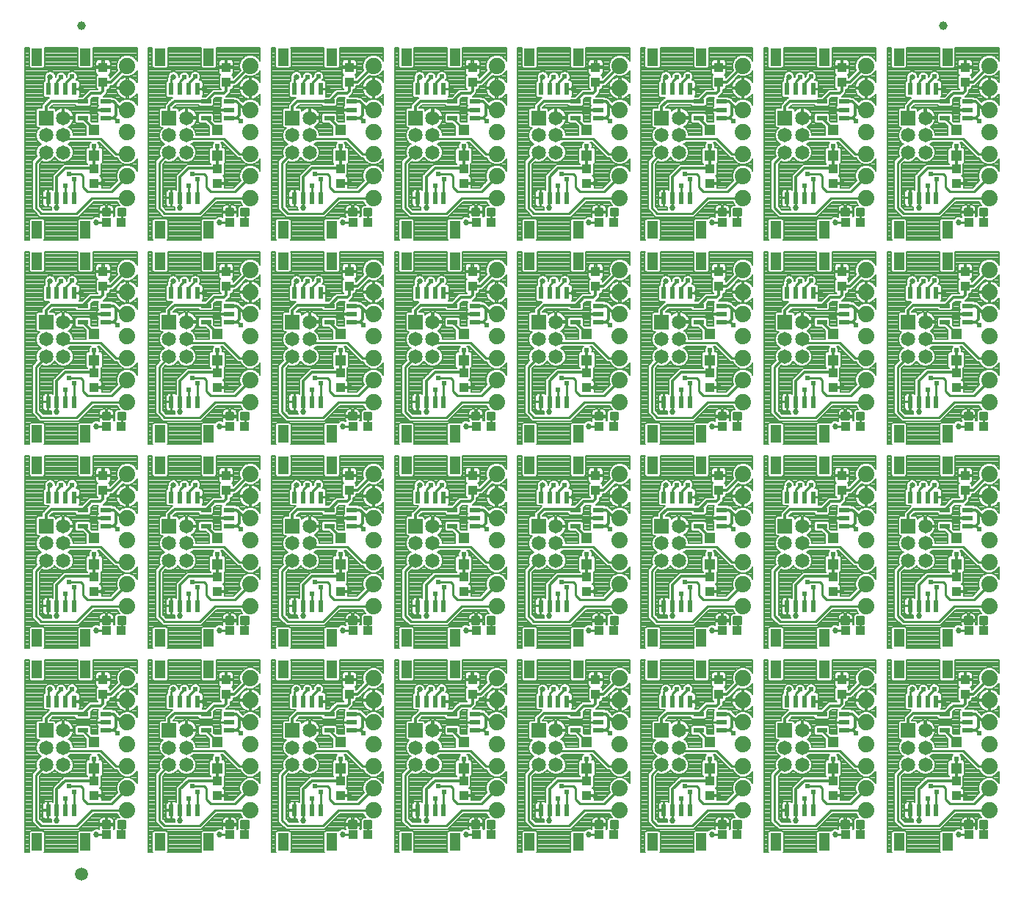
<source format=gtl>
G75*
%MOIN*%
%OFA0B0*%
%FSLAX25Y25*%
%IPPOS*%
%LPD*%
%AMOC8*
5,1,8,0,0,1.08239X$1,22.5*
%
%ADD10R,0.03937X0.04331*%
%ADD11R,0.04724X0.07874*%
%ADD12R,0.02362X0.05315*%
%ADD13R,0.06500X0.06500*%
%ADD14C,0.06500*%
%ADD15R,0.05118X0.05118*%
%ADD16R,0.04724X0.02165*%
%ADD17C,0.07400*%
%ADD18C,0.01181*%
%ADD19R,0.04331X0.03937*%
%ADD20C,0.03937*%
%ADD21C,0.05906*%
%ADD22C,0.02400*%
%ADD23C,0.01000*%
%ADD24C,0.00800*%
%ADD25C,0.02578*%
%ADD26C,0.01200*%
%ADD27C,0.02700*%
D10*
X0212843Y0056104D03*
X0212843Y0062797D03*
X0268765Y0062797D03*
X0268765Y0056104D03*
X0324686Y0056104D03*
X0324686Y0062797D03*
X0328686Y0102104D03*
X0328686Y0108797D03*
X0384607Y0108797D03*
X0384607Y0102104D03*
X0380607Y0062797D03*
X0380607Y0056104D03*
X0436528Y0056104D03*
X0436528Y0062797D03*
X0440528Y0102104D03*
X0440528Y0108797D03*
X0436528Y0148805D03*
X0436528Y0155498D03*
X0380607Y0155498D03*
X0380607Y0148805D03*
X0324686Y0148805D03*
X0324686Y0155498D03*
X0328686Y0194805D03*
X0328686Y0201498D03*
X0384607Y0201498D03*
X0384607Y0194805D03*
X0440528Y0194805D03*
X0440528Y0201498D03*
X0436528Y0241506D03*
X0436528Y0248199D03*
X0380607Y0248199D03*
X0380607Y0241506D03*
X0324686Y0241506D03*
X0324686Y0248199D03*
X0328686Y0287506D03*
X0328686Y0294199D03*
X0384607Y0294199D03*
X0384607Y0287506D03*
X0440528Y0287506D03*
X0440528Y0294199D03*
X0436528Y0334207D03*
X0436528Y0340900D03*
X0380607Y0340900D03*
X0380607Y0334207D03*
X0324686Y0334207D03*
X0324686Y0340900D03*
X0328686Y0380207D03*
X0328686Y0386900D03*
X0384607Y0386900D03*
X0384607Y0380207D03*
X0440528Y0380207D03*
X0440528Y0386900D03*
X0496450Y0386900D03*
X0496450Y0380207D03*
X0552371Y0380207D03*
X0552371Y0386900D03*
X0608292Y0386900D03*
X0608292Y0380207D03*
X0604292Y0340900D03*
X0604292Y0334207D03*
X0548371Y0334207D03*
X0548371Y0340900D03*
X0492450Y0340900D03*
X0492450Y0334207D03*
X0496450Y0294199D03*
X0496450Y0287506D03*
X0552371Y0287506D03*
X0552371Y0294199D03*
X0608292Y0294199D03*
X0608292Y0287506D03*
X0604292Y0248199D03*
X0604292Y0241506D03*
X0548371Y0241506D03*
X0548371Y0248199D03*
X0492450Y0248199D03*
X0492450Y0241506D03*
X0496450Y0201498D03*
X0496450Y0194805D03*
X0552371Y0194805D03*
X0552371Y0201498D03*
X0608292Y0201498D03*
X0608292Y0194805D03*
X0604292Y0155498D03*
X0604292Y0148805D03*
X0548371Y0148805D03*
X0548371Y0155498D03*
X0492450Y0155498D03*
X0492450Y0148805D03*
X0496450Y0108797D03*
X0496450Y0102104D03*
X0552371Y0102104D03*
X0552371Y0108797D03*
X0608292Y0108797D03*
X0608292Y0102104D03*
X0604292Y0062797D03*
X0604292Y0056104D03*
X0548371Y0056104D03*
X0548371Y0062797D03*
X0492450Y0062797D03*
X0492450Y0056104D03*
X0272765Y0102104D03*
X0272765Y0108797D03*
X0268765Y0148805D03*
X0268765Y0155498D03*
X0212843Y0155498D03*
X0212843Y0148805D03*
X0216843Y0108797D03*
X0216843Y0102104D03*
X0216843Y0194805D03*
X0216843Y0201498D03*
X0212843Y0241506D03*
X0212843Y0248199D03*
X0268765Y0248199D03*
X0268765Y0241506D03*
X0272765Y0201498D03*
X0272765Y0194805D03*
X0272765Y0287506D03*
X0272765Y0294199D03*
X0268765Y0334207D03*
X0268765Y0340900D03*
X0212843Y0340900D03*
X0212843Y0334207D03*
X0216843Y0294199D03*
X0216843Y0287506D03*
X0216843Y0380207D03*
X0216843Y0386900D03*
X0272765Y0386900D03*
X0272765Y0380207D03*
D11*
X0264788Y0391490D03*
X0242741Y0391490D03*
X0208867Y0391490D03*
X0186820Y0391490D03*
X0186820Y0313085D03*
X0186820Y0298789D03*
X0208867Y0298789D03*
X0208867Y0313085D03*
X0242741Y0313085D03*
X0242741Y0298789D03*
X0264788Y0298789D03*
X0264788Y0313085D03*
X0298662Y0313085D03*
X0298662Y0298789D03*
X0320709Y0298789D03*
X0320709Y0313085D03*
X0354583Y0313085D03*
X0354583Y0298789D03*
X0376631Y0298789D03*
X0376631Y0313085D03*
X0410505Y0313085D03*
X0410505Y0298789D03*
X0432552Y0298789D03*
X0432552Y0313085D03*
X0466426Y0313085D03*
X0466426Y0298789D03*
X0488473Y0298789D03*
X0488473Y0313085D03*
X0522347Y0313085D03*
X0522347Y0298789D03*
X0544395Y0298789D03*
X0544395Y0313085D03*
X0578268Y0313085D03*
X0578268Y0298789D03*
X0600316Y0298789D03*
X0600316Y0313085D03*
X0600316Y0391490D03*
X0578268Y0391490D03*
X0544395Y0391490D03*
X0522347Y0391490D03*
X0488473Y0391490D03*
X0466426Y0391490D03*
X0432552Y0391490D03*
X0410505Y0391490D03*
X0376631Y0391490D03*
X0354583Y0391490D03*
X0320709Y0391490D03*
X0298662Y0391490D03*
X0298662Y0220384D03*
X0298662Y0206089D03*
X0320709Y0206089D03*
X0320709Y0220384D03*
X0354583Y0220384D03*
X0354583Y0206089D03*
X0376631Y0206089D03*
X0376631Y0220384D03*
X0410505Y0220384D03*
X0410505Y0206089D03*
X0432552Y0206089D03*
X0432552Y0220384D03*
X0466426Y0220384D03*
X0466426Y0206089D03*
X0488473Y0206089D03*
X0488473Y0220384D03*
X0522347Y0220384D03*
X0522347Y0206089D03*
X0544395Y0206089D03*
X0544395Y0220384D03*
X0578268Y0220384D03*
X0578268Y0206089D03*
X0600316Y0206089D03*
X0600316Y0220384D03*
X0600316Y0127683D03*
X0600316Y0113388D03*
X0578268Y0113388D03*
X0578268Y0127683D03*
X0544395Y0127683D03*
X0544395Y0113388D03*
X0522347Y0113388D03*
X0522347Y0127683D03*
X0488473Y0127683D03*
X0488473Y0113388D03*
X0466426Y0113388D03*
X0466426Y0127683D03*
X0432552Y0127683D03*
X0432552Y0113388D03*
X0410505Y0113388D03*
X0410505Y0127683D03*
X0376631Y0127683D03*
X0376631Y0113388D03*
X0354583Y0113388D03*
X0354583Y0127683D03*
X0320709Y0127683D03*
X0320709Y0113388D03*
X0298662Y0113388D03*
X0298662Y0127683D03*
X0264788Y0127683D03*
X0264788Y0113388D03*
X0242741Y0113388D03*
X0242741Y0127683D03*
X0208867Y0127683D03*
X0208867Y0113388D03*
X0186820Y0113388D03*
X0186820Y0127683D03*
X0186820Y0206089D03*
X0186820Y0220384D03*
X0208867Y0220384D03*
X0208867Y0206089D03*
X0242741Y0206089D03*
X0242741Y0220384D03*
X0264788Y0220384D03*
X0264788Y0206089D03*
X0264788Y0034982D03*
X0242741Y0034982D03*
X0208867Y0034982D03*
X0186820Y0034982D03*
X0298662Y0034982D03*
X0320709Y0034982D03*
X0354583Y0034982D03*
X0376631Y0034982D03*
X0410505Y0034982D03*
X0432552Y0034982D03*
X0466426Y0034982D03*
X0488473Y0034982D03*
X0522347Y0034982D03*
X0544395Y0034982D03*
X0578268Y0034982D03*
X0600316Y0034982D03*
D12*
X0595198Y0049451D03*
X0591261Y0049451D03*
X0587324Y0049451D03*
X0583387Y0049451D03*
X0539276Y0049451D03*
X0535339Y0049451D03*
X0531402Y0049451D03*
X0527465Y0049451D03*
X0483355Y0049451D03*
X0479418Y0049451D03*
X0475481Y0049451D03*
X0471544Y0049451D03*
X0427434Y0049451D03*
X0423497Y0049451D03*
X0419560Y0049451D03*
X0415623Y0049451D03*
X0371513Y0049451D03*
X0367576Y0049451D03*
X0363639Y0049451D03*
X0359702Y0049451D03*
X0315591Y0049451D03*
X0311654Y0049451D03*
X0307717Y0049451D03*
X0303780Y0049451D03*
X0259670Y0049451D03*
X0255733Y0049451D03*
X0251796Y0049451D03*
X0247859Y0049451D03*
X0203749Y0049451D03*
X0199812Y0049451D03*
X0195875Y0049451D03*
X0191938Y0049451D03*
X0191938Y0098919D03*
X0195875Y0098919D03*
X0199812Y0098919D03*
X0203749Y0098919D03*
X0247859Y0098919D03*
X0251796Y0098919D03*
X0255733Y0098919D03*
X0259670Y0098919D03*
X0303780Y0098919D03*
X0307717Y0098919D03*
X0311654Y0098919D03*
X0315591Y0098919D03*
X0359702Y0098919D03*
X0363639Y0098919D03*
X0367576Y0098919D03*
X0371513Y0098919D03*
X0415623Y0098919D03*
X0419560Y0098919D03*
X0423497Y0098919D03*
X0427434Y0098919D03*
X0471544Y0098919D03*
X0475481Y0098919D03*
X0479418Y0098919D03*
X0483355Y0098919D03*
X0527465Y0098919D03*
X0531402Y0098919D03*
X0535339Y0098919D03*
X0539276Y0098919D03*
X0583387Y0098919D03*
X0587324Y0098919D03*
X0591261Y0098919D03*
X0595198Y0098919D03*
X0595198Y0142152D03*
X0591261Y0142152D03*
X0587324Y0142152D03*
X0583387Y0142152D03*
X0539276Y0142152D03*
X0535339Y0142152D03*
X0531402Y0142152D03*
X0527465Y0142152D03*
X0483355Y0142152D03*
X0479418Y0142152D03*
X0475481Y0142152D03*
X0471544Y0142152D03*
X0427434Y0142152D03*
X0423497Y0142152D03*
X0419560Y0142152D03*
X0415623Y0142152D03*
X0371513Y0142152D03*
X0367576Y0142152D03*
X0363639Y0142152D03*
X0359702Y0142152D03*
X0315591Y0142152D03*
X0311654Y0142152D03*
X0307717Y0142152D03*
X0303780Y0142152D03*
X0259670Y0142152D03*
X0255733Y0142152D03*
X0251796Y0142152D03*
X0247859Y0142152D03*
X0203749Y0142152D03*
X0199812Y0142152D03*
X0195875Y0142152D03*
X0191938Y0142152D03*
X0191938Y0191620D03*
X0195875Y0191620D03*
X0199812Y0191620D03*
X0203749Y0191620D03*
X0247859Y0191620D03*
X0251796Y0191620D03*
X0255733Y0191620D03*
X0259670Y0191620D03*
X0303780Y0191620D03*
X0307717Y0191620D03*
X0311654Y0191620D03*
X0315591Y0191620D03*
X0359702Y0191620D03*
X0363639Y0191620D03*
X0367576Y0191620D03*
X0371513Y0191620D03*
X0415623Y0191620D03*
X0419560Y0191620D03*
X0423497Y0191620D03*
X0427434Y0191620D03*
X0471544Y0191620D03*
X0475481Y0191620D03*
X0479418Y0191620D03*
X0483355Y0191620D03*
X0527465Y0191620D03*
X0531402Y0191620D03*
X0535339Y0191620D03*
X0539276Y0191620D03*
X0583387Y0191620D03*
X0587324Y0191620D03*
X0591261Y0191620D03*
X0595198Y0191620D03*
X0595198Y0234852D03*
X0591261Y0234852D03*
X0587324Y0234852D03*
X0583387Y0234852D03*
X0539276Y0234852D03*
X0535339Y0234852D03*
X0531402Y0234852D03*
X0527465Y0234852D03*
X0483355Y0234852D03*
X0479418Y0234852D03*
X0475481Y0234852D03*
X0471544Y0234852D03*
X0427434Y0234852D03*
X0423497Y0234852D03*
X0419560Y0234852D03*
X0415623Y0234852D03*
X0371513Y0234852D03*
X0367576Y0234852D03*
X0363639Y0234852D03*
X0359702Y0234852D03*
X0315591Y0234852D03*
X0311654Y0234852D03*
X0307717Y0234852D03*
X0303780Y0234852D03*
X0259670Y0234852D03*
X0255733Y0234852D03*
X0251796Y0234852D03*
X0247859Y0234852D03*
X0203749Y0234852D03*
X0199812Y0234852D03*
X0195875Y0234852D03*
X0191938Y0234852D03*
X0191938Y0284321D03*
X0195875Y0284321D03*
X0199812Y0284321D03*
X0203749Y0284321D03*
X0247859Y0284321D03*
X0251796Y0284321D03*
X0255733Y0284321D03*
X0259670Y0284321D03*
X0303780Y0284321D03*
X0307717Y0284321D03*
X0311654Y0284321D03*
X0315591Y0284321D03*
X0359702Y0284321D03*
X0363639Y0284321D03*
X0367576Y0284321D03*
X0371513Y0284321D03*
X0415623Y0284321D03*
X0419560Y0284321D03*
X0423497Y0284321D03*
X0427434Y0284321D03*
X0471544Y0284321D03*
X0475481Y0284321D03*
X0479418Y0284321D03*
X0483355Y0284321D03*
X0527465Y0284321D03*
X0531402Y0284321D03*
X0535339Y0284321D03*
X0539276Y0284321D03*
X0583387Y0284321D03*
X0587324Y0284321D03*
X0591261Y0284321D03*
X0595198Y0284321D03*
X0595198Y0327553D03*
X0591261Y0327553D03*
X0587324Y0327553D03*
X0583387Y0327553D03*
X0539276Y0327553D03*
X0535339Y0327553D03*
X0531402Y0327553D03*
X0527465Y0327553D03*
X0483355Y0327553D03*
X0479418Y0327553D03*
X0475481Y0327553D03*
X0471544Y0327553D03*
X0427434Y0327553D03*
X0423497Y0327553D03*
X0419560Y0327553D03*
X0415623Y0327553D03*
X0371513Y0327553D03*
X0367576Y0327553D03*
X0363639Y0327553D03*
X0359702Y0327553D03*
X0315591Y0327553D03*
X0311654Y0327553D03*
X0307717Y0327553D03*
X0303780Y0327553D03*
X0259670Y0327553D03*
X0255733Y0327553D03*
X0251796Y0327553D03*
X0247859Y0327553D03*
X0203749Y0327553D03*
X0199812Y0327553D03*
X0195875Y0327553D03*
X0191938Y0327553D03*
X0191938Y0377022D03*
X0195875Y0377022D03*
X0199812Y0377022D03*
X0203749Y0377022D03*
X0247859Y0377022D03*
X0251796Y0377022D03*
X0255733Y0377022D03*
X0259670Y0377022D03*
X0303780Y0377022D03*
X0307717Y0377022D03*
X0311654Y0377022D03*
X0315591Y0377022D03*
X0359702Y0377022D03*
X0363639Y0377022D03*
X0367576Y0377022D03*
X0371513Y0377022D03*
X0415623Y0377022D03*
X0419560Y0377022D03*
X0423497Y0377022D03*
X0427434Y0377022D03*
X0471544Y0377022D03*
X0475481Y0377022D03*
X0479418Y0377022D03*
X0483355Y0377022D03*
X0527465Y0377022D03*
X0531402Y0377022D03*
X0535339Y0377022D03*
X0539276Y0377022D03*
X0583387Y0377022D03*
X0587324Y0377022D03*
X0591261Y0377022D03*
X0595198Y0377022D03*
D13*
X0582355Y0363927D03*
X0526434Y0363927D03*
X0470513Y0363927D03*
X0414591Y0363927D03*
X0358670Y0363927D03*
X0302749Y0363927D03*
X0246828Y0363927D03*
X0190906Y0363927D03*
X0190906Y0271226D03*
X0246828Y0271226D03*
X0302749Y0271226D03*
X0358670Y0271226D03*
X0414591Y0271226D03*
X0470513Y0271226D03*
X0526434Y0271226D03*
X0582355Y0271226D03*
X0582355Y0178526D03*
X0526434Y0178526D03*
X0470513Y0178526D03*
X0414591Y0178526D03*
X0358670Y0178526D03*
X0302749Y0178526D03*
X0246828Y0178526D03*
X0190906Y0178526D03*
X0190906Y0085825D03*
X0246828Y0085825D03*
X0302749Y0085825D03*
X0358670Y0085825D03*
X0414591Y0085825D03*
X0470513Y0085825D03*
X0526434Y0085825D03*
X0582355Y0085825D03*
D14*
X0590229Y0085825D03*
X0590229Y0077951D03*
X0590229Y0070077D03*
X0582355Y0070077D03*
X0582355Y0077951D03*
X0534308Y0077951D03*
X0526434Y0077951D03*
X0526434Y0070077D03*
X0534308Y0070077D03*
X0534308Y0085825D03*
X0478387Y0085825D03*
X0478387Y0077951D03*
X0478387Y0070077D03*
X0470513Y0070077D03*
X0470513Y0077951D03*
X0422465Y0077951D03*
X0422465Y0070077D03*
X0414591Y0070077D03*
X0414591Y0077951D03*
X0422465Y0085825D03*
X0366544Y0085825D03*
X0366544Y0077951D03*
X0358670Y0077951D03*
X0358670Y0070077D03*
X0366544Y0070077D03*
X0310623Y0070077D03*
X0310623Y0077951D03*
X0302749Y0077951D03*
X0302749Y0070077D03*
X0310623Y0085825D03*
X0254702Y0085825D03*
X0254702Y0077951D03*
X0254702Y0070077D03*
X0246828Y0070077D03*
X0246828Y0077951D03*
X0198780Y0077951D03*
X0190906Y0077951D03*
X0190906Y0070077D03*
X0198780Y0070077D03*
X0198780Y0085825D03*
X0198780Y0162778D03*
X0190906Y0162778D03*
X0190906Y0170652D03*
X0198780Y0170652D03*
X0198780Y0178526D03*
X0246828Y0170652D03*
X0254702Y0170652D03*
X0254702Y0178526D03*
X0254702Y0162778D03*
X0246828Y0162778D03*
X0302749Y0162778D03*
X0310623Y0162778D03*
X0310623Y0170652D03*
X0302749Y0170652D03*
X0310623Y0178526D03*
X0358670Y0170652D03*
X0366544Y0170652D03*
X0366544Y0178526D03*
X0366544Y0162778D03*
X0358670Y0162778D03*
X0414591Y0162778D03*
X0414591Y0170652D03*
X0422465Y0170652D03*
X0422465Y0178526D03*
X0422465Y0162778D03*
X0470513Y0162778D03*
X0478387Y0162778D03*
X0478387Y0170652D03*
X0470513Y0170652D03*
X0478387Y0178526D03*
X0526434Y0170652D03*
X0534308Y0170652D03*
X0534308Y0178526D03*
X0534308Y0162778D03*
X0526434Y0162778D03*
X0582355Y0162778D03*
X0582355Y0170652D03*
X0590229Y0170652D03*
X0590229Y0178526D03*
X0590229Y0162778D03*
X0590229Y0255478D03*
X0582355Y0255478D03*
X0582355Y0263352D03*
X0590229Y0263352D03*
X0590229Y0271226D03*
X0534308Y0271226D03*
X0534308Y0263352D03*
X0526434Y0263352D03*
X0526434Y0255478D03*
X0534308Y0255478D03*
X0478387Y0255478D03*
X0470513Y0255478D03*
X0470513Y0263352D03*
X0478387Y0263352D03*
X0478387Y0271226D03*
X0422465Y0271226D03*
X0422465Y0263352D03*
X0422465Y0255478D03*
X0414591Y0255478D03*
X0414591Y0263352D03*
X0366544Y0263352D03*
X0358670Y0263352D03*
X0358670Y0255478D03*
X0366544Y0255478D03*
X0366544Y0271226D03*
X0310623Y0271226D03*
X0310623Y0263352D03*
X0302749Y0263352D03*
X0302749Y0255478D03*
X0310623Y0255478D03*
X0254702Y0255478D03*
X0246828Y0255478D03*
X0246828Y0263352D03*
X0254702Y0263352D03*
X0254702Y0271226D03*
X0198780Y0271226D03*
X0198780Y0263352D03*
X0190906Y0263352D03*
X0190906Y0255478D03*
X0198780Y0255478D03*
X0198780Y0348179D03*
X0190906Y0348179D03*
X0190906Y0356053D03*
X0198780Y0356053D03*
X0198780Y0363927D03*
X0246828Y0356053D03*
X0254702Y0356053D03*
X0254702Y0348179D03*
X0246828Y0348179D03*
X0254702Y0363927D03*
X0302749Y0356053D03*
X0310623Y0356053D03*
X0310623Y0348179D03*
X0302749Y0348179D03*
X0310623Y0363927D03*
X0358670Y0356053D03*
X0366544Y0356053D03*
X0366544Y0348179D03*
X0358670Y0348179D03*
X0366544Y0363927D03*
X0414591Y0356053D03*
X0414591Y0348179D03*
X0422465Y0348179D03*
X0422465Y0356053D03*
X0422465Y0363927D03*
X0470513Y0356053D03*
X0478387Y0356053D03*
X0478387Y0348179D03*
X0470513Y0348179D03*
X0478387Y0363927D03*
X0526434Y0356053D03*
X0534308Y0356053D03*
X0534308Y0348179D03*
X0526434Y0348179D03*
X0534308Y0363927D03*
X0582355Y0356053D03*
X0582355Y0348179D03*
X0590229Y0348179D03*
X0590229Y0356053D03*
X0590229Y0363927D03*
D15*
X0604292Y0358459D03*
X0604292Y0346648D03*
X0548371Y0346648D03*
X0548371Y0358459D03*
X0492450Y0358459D03*
X0492450Y0346648D03*
X0436528Y0346648D03*
X0436528Y0358459D03*
X0380607Y0358459D03*
X0380607Y0346648D03*
X0324686Y0346648D03*
X0324686Y0358459D03*
X0268765Y0358459D03*
X0268765Y0346648D03*
X0212843Y0346648D03*
X0212843Y0358459D03*
X0212843Y0265758D03*
X0212843Y0253947D03*
X0268765Y0253947D03*
X0268765Y0265758D03*
X0324686Y0265758D03*
X0324686Y0253947D03*
X0380607Y0253947D03*
X0380607Y0265758D03*
X0436528Y0265758D03*
X0436528Y0253947D03*
X0492450Y0253947D03*
X0492450Y0265758D03*
X0548371Y0265758D03*
X0548371Y0253947D03*
X0604292Y0253947D03*
X0604292Y0265758D03*
X0604292Y0173057D03*
X0604292Y0161246D03*
X0548371Y0161246D03*
X0548371Y0173057D03*
X0492450Y0173057D03*
X0492450Y0161246D03*
X0436528Y0161246D03*
X0436528Y0173057D03*
X0380607Y0173057D03*
X0380607Y0161246D03*
X0324686Y0161246D03*
X0324686Y0173057D03*
X0268765Y0173057D03*
X0268765Y0161246D03*
X0212843Y0161246D03*
X0212843Y0173057D03*
X0212843Y0080356D03*
X0212843Y0068545D03*
X0268765Y0068545D03*
X0268765Y0080356D03*
X0324686Y0080356D03*
X0324686Y0068545D03*
X0380607Y0068545D03*
X0380607Y0080356D03*
X0436528Y0080356D03*
X0436528Y0068545D03*
X0492450Y0068545D03*
X0492450Y0080356D03*
X0548371Y0080356D03*
X0548371Y0068545D03*
X0604292Y0068545D03*
X0604292Y0080356D03*
D16*
X0599174Y0085711D03*
X0599174Y0093191D03*
X0609411Y0093191D03*
X0609411Y0089451D03*
X0609411Y0085711D03*
X0553489Y0085711D03*
X0553489Y0089451D03*
X0553489Y0093191D03*
X0543252Y0093191D03*
X0543252Y0085711D03*
X0497568Y0085711D03*
X0497568Y0089451D03*
X0497568Y0093191D03*
X0487331Y0093191D03*
X0487331Y0085711D03*
X0441647Y0085711D03*
X0441647Y0089451D03*
X0441647Y0093191D03*
X0431410Y0093191D03*
X0431410Y0085711D03*
X0385726Y0085711D03*
X0385726Y0089451D03*
X0385726Y0093191D03*
X0375489Y0093191D03*
X0375489Y0085711D03*
X0329804Y0085711D03*
X0329804Y0089451D03*
X0329804Y0093191D03*
X0319567Y0093191D03*
X0319567Y0085711D03*
X0273883Y0085711D03*
X0273883Y0089451D03*
X0273883Y0093191D03*
X0263646Y0093191D03*
X0263646Y0085711D03*
X0217962Y0085711D03*
X0217962Y0089451D03*
X0217962Y0093191D03*
X0207725Y0093191D03*
X0207725Y0085711D03*
X0207725Y0178411D03*
X0207725Y0185892D03*
X0217962Y0185892D03*
X0217962Y0182152D03*
X0217962Y0178411D03*
X0263646Y0178411D03*
X0263646Y0185892D03*
X0273883Y0185892D03*
X0273883Y0182152D03*
X0273883Y0178411D03*
X0319567Y0178411D03*
X0319567Y0185892D03*
X0329804Y0185892D03*
X0329804Y0182152D03*
X0329804Y0178411D03*
X0375489Y0178411D03*
X0375489Y0185892D03*
X0385726Y0185892D03*
X0385726Y0182152D03*
X0385726Y0178411D03*
X0431410Y0178411D03*
X0431410Y0185892D03*
X0441647Y0185892D03*
X0441647Y0182152D03*
X0441647Y0178411D03*
X0487331Y0178411D03*
X0487331Y0185892D03*
X0497568Y0185892D03*
X0497568Y0182152D03*
X0497568Y0178411D03*
X0543252Y0178411D03*
X0543252Y0185892D03*
X0553489Y0185892D03*
X0553489Y0182152D03*
X0553489Y0178411D03*
X0599174Y0178411D03*
X0599174Y0185892D03*
X0609411Y0185892D03*
X0609411Y0182152D03*
X0609411Y0178411D03*
X0609411Y0271112D03*
X0609411Y0274852D03*
X0609411Y0278593D03*
X0599174Y0278593D03*
X0599174Y0271112D03*
X0553489Y0271112D03*
X0553489Y0274852D03*
X0553489Y0278593D03*
X0543252Y0278593D03*
X0543252Y0271112D03*
X0497568Y0271112D03*
X0497568Y0274852D03*
X0497568Y0278593D03*
X0487331Y0278593D03*
X0487331Y0271112D03*
X0441647Y0271112D03*
X0441647Y0274852D03*
X0441647Y0278593D03*
X0431410Y0278593D03*
X0431410Y0271112D03*
X0385726Y0271112D03*
X0385726Y0274852D03*
X0385726Y0278593D03*
X0375489Y0278593D03*
X0375489Y0271112D03*
X0329804Y0271112D03*
X0329804Y0274852D03*
X0329804Y0278593D03*
X0319567Y0278593D03*
X0319567Y0271112D03*
X0273883Y0271112D03*
X0273883Y0274852D03*
X0273883Y0278593D03*
X0263646Y0278593D03*
X0263646Y0271112D03*
X0217962Y0271112D03*
X0217962Y0274852D03*
X0217962Y0278593D03*
X0207725Y0278593D03*
X0207725Y0271112D03*
X0207725Y0363813D03*
X0207725Y0371293D03*
X0217962Y0371293D03*
X0217962Y0367553D03*
X0217962Y0363813D03*
X0263646Y0363813D03*
X0263646Y0371293D03*
X0273883Y0371293D03*
X0273883Y0367553D03*
X0273883Y0363813D03*
X0319567Y0363813D03*
X0319567Y0371293D03*
X0329804Y0371293D03*
X0329804Y0367553D03*
X0329804Y0363813D03*
X0375489Y0363813D03*
X0375489Y0371293D03*
X0385726Y0371293D03*
X0385726Y0367553D03*
X0385726Y0363813D03*
X0431410Y0363813D03*
X0431410Y0371293D03*
X0441647Y0371293D03*
X0441647Y0367553D03*
X0441647Y0363813D03*
X0487331Y0363813D03*
X0487331Y0371293D03*
X0497568Y0371293D03*
X0497568Y0367553D03*
X0497568Y0363813D03*
X0543252Y0363813D03*
X0543252Y0371293D03*
X0553489Y0371293D03*
X0553489Y0367553D03*
X0553489Y0363813D03*
X0599174Y0363813D03*
X0599174Y0371293D03*
X0609411Y0371293D03*
X0609411Y0367553D03*
X0609411Y0363813D03*
D17*
X0619292Y0367553D03*
X0619292Y0357553D03*
X0619292Y0347553D03*
X0619292Y0337553D03*
X0619292Y0327553D03*
X0619292Y0294852D03*
X0619292Y0284852D03*
X0619292Y0274852D03*
X0619292Y0264852D03*
X0619292Y0254852D03*
X0619292Y0244852D03*
X0619292Y0234852D03*
X0619292Y0202152D03*
X0619292Y0192152D03*
X0619292Y0182152D03*
X0619292Y0172152D03*
X0619292Y0162152D03*
X0619292Y0152152D03*
X0619292Y0142152D03*
X0619292Y0109451D03*
X0619292Y0099451D03*
X0619292Y0089451D03*
X0619292Y0079451D03*
X0619292Y0069451D03*
X0619292Y0059451D03*
X0619292Y0049451D03*
X0563371Y0049451D03*
X0563371Y0059451D03*
X0563371Y0069451D03*
X0563371Y0079451D03*
X0563371Y0089451D03*
X0563371Y0099451D03*
X0563371Y0109451D03*
X0563371Y0142152D03*
X0563371Y0152152D03*
X0563371Y0162152D03*
X0563371Y0172152D03*
X0563371Y0182152D03*
X0563371Y0192152D03*
X0563371Y0202152D03*
X0563371Y0234852D03*
X0563371Y0244852D03*
X0563371Y0254852D03*
X0563371Y0264852D03*
X0563371Y0274852D03*
X0563371Y0284852D03*
X0563371Y0294852D03*
X0563371Y0327553D03*
X0563371Y0337553D03*
X0563371Y0347553D03*
X0563371Y0357553D03*
X0563371Y0367553D03*
X0563371Y0377553D03*
X0563371Y0387553D03*
X0619292Y0387553D03*
X0619292Y0377553D03*
X0507450Y0377553D03*
X0507450Y0367553D03*
X0507450Y0357553D03*
X0507450Y0347553D03*
X0507450Y0337553D03*
X0507450Y0327553D03*
X0507450Y0294852D03*
X0507450Y0284852D03*
X0507450Y0274852D03*
X0507450Y0264852D03*
X0507450Y0254852D03*
X0507450Y0244852D03*
X0507450Y0234852D03*
X0507450Y0202152D03*
X0507450Y0192152D03*
X0507450Y0182152D03*
X0507450Y0172152D03*
X0507450Y0162152D03*
X0507450Y0152152D03*
X0507450Y0142152D03*
X0507450Y0109451D03*
X0507450Y0099451D03*
X0507450Y0089451D03*
X0507450Y0079451D03*
X0507450Y0069451D03*
X0507450Y0059451D03*
X0507450Y0049451D03*
X0451528Y0049451D03*
X0451528Y0059451D03*
X0451528Y0069451D03*
X0451528Y0079451D03*
X0451528Y0089451D03*
X0451528Y0099451D03*
X0451528Y0109451D03*
X0451528Y0142152D03*
X0451528Y0152152D03*
X0451528Y0162152D03*
X0451528Y0172152D03*
X0451528Y0182152D03*
X0451528Y0192152D03*
X0451528Y0202152D03*
X0451528Y0234852D03*
X0451528Y0244852D03*
X0451528Y0254852D03*
X0451528Y0264852D03*
X0451528Y0274852D03*
X0451528Y0284852D03*
X0451528Y0294852D03*
X0451528Y0327553D03*
X0451528Y0337553D03*
X0451528Y0347553D03*
X0451528Y0357553D03*
X0451528Y0367553D03*
X0451528Y0377553D03*
X0451528Y0387553D03*
X0395607Y0387553D03*
X0395607Y0377553D03*
X0395607Y0367553D03*
X0395607Y0357553D03*
X0395607Y0347553D03*
X0395607Y0337553D03*
X0395607Y0327553D03*
X0395607Y0294852D03*
X0395607Y0284852D03*
X0395607Y0274852D03*
X0395607Y0264852D03*
X0395607Y0254852D03*
X0395607Y0244852D03*
X0395607Y0234852D03*
X0395607Y0202152D03*
X0395607Y0192152D03*
X0395607Y0182152D03*
X0395607Y0172152D03*
X0395607Y0162152D03*
X0395607Y0152152D03*
X0395607Y0142152D03*
X0395607Y0109451D03*
X0395607Y0099451D03*
X0395607Y0089451D03*
X0395607Y0079451D03*
X0395607Y0069451D03*
X0395607Y0059451D03*
X0395607Y0049451D03*
X0339686Y0049451D03*
X0339686Y0059451D03*
X0339686Y0069451D03*
X0339686Y0079451D03*
X0339686Y0089451D03*
X0339686Y0099451D03*
X0339686Y0109451D03*
X0339686Y0142152D03*
X0339686Y0152152D03*
X0339686Y0162152D03*
X0339686Y0172152D03*
X0339686Y0182152D03*
X0339686Y0192152D03*
X0339686Y0202152D03*
X0339686Y0234852D03*
X0339686Y0244852D03*
X0339686Y0254852D03*
X0339686Y0264852D03*
X0339686Y0274852D03*
X0339686Y0284852D03*
X0339686Y0294852D03*
X0339686Y0327553D03*
X0339686Y0337553D03*
X0339686Y0347553D03*
X0339686Y0357553D03*
X0339686Y0367553D03*
X0339686Y0377553D03*
X0339686Y0387553D03*
X0283765Y0387553D03*
X0283765Y0377553D03*
X0283765Y0367553D03*
X0283765Y0357553D03*
X0283765Y0347553D03*
X0283765Y0337553D03*
X0283765Y0327553D03*
X0283765Y0294852D03*
X0283765Y0284852D03*
X0283765Y0274852D03*
X0283765Y0264852D03*
X0283765Y0254852D03*
X0283765Y0244852D03*
X0283765Y0234852D03*
X0283765Y0202152D03*
X0283765Y0192152D03*
X0283765Y0182152D03*
X0283765Y0172152D03*
X0283765Y0162152D03*
X0283765Y0152152D03*
X0283765Y0142152D03*
X0283765Y0109451D03*
X0283765Y0099451D03*
X0283765Y0089451D03*
X0283765Y0079451D03*
X0283765Y0069451D03*
X0283765Y0059451D03*
X0283765Y0049451D03*
X0227843Y0049451D03*
X0227843Y0059451D03*
X0227843Y0069451D03*
X0227843Y0079451D03*
X0227843Y0089451D03*
X0227843Y0099451D03*
X0227843Y0109451D03*
X0227843Y0142152D03*
X0227843Y0152152D03*
X0227843Y0162152D03*
X0227843Y0172152D03*
X0227843Y0182152D03*
X0227843Y0192152D03*
X0227843Y0202152D03*
X0227843Y0234852D03*
X0227843Y0244852D03*
X0227843Y0254852D03*
X0227843Y0264852D03*
X0227843Y0274852D03*
X0227843Y0284852D03*
X0227843Y0294852D03*
X0227843Y0327553D03*
X0227843Y0337553D03*
X0227843Y0347553D03*
X0227843Y0357553D03*
X0227843Y0367553D03*
X0227843Y0377553D03*
X0227843Y0387553D03*
X0507450Y0387553D03*
D18*
X0506280Y0322431D02*
X0506280Y0319675D01*
X0503524Y0319675D01*
X0503524Y0322431D01*
X0506280Y0322431D01*
X0506280Y0320797D02*
X0503524Y0320797D01*
X0503524Y0321919D02*
X0506280Y0321919D01*
X0499375Y0322431D02*
X0499375Y0319675D01*
X0496619Y0319675D01*
X0496619Y0322431D01*
X0499375Y0322431D01*
X0499375Y0320797D02*
X0496619Y0320797D01*
X0496619Y0321919D02*
X0499375Y0321919D01*
X0450359Y0322431D02*
X0450359Y0319675D01*
X0447603Y0319675D01*
X0447603Y0322431D01*
X0450359Y0322431D01*
X0450359Y0320797D02*
X0447603Y0320797D01*
X0447603Y0321919D02*
X0450359Y0321919D01*
X0443454Y0322431D02*
X0443454Y0319675D01*
X0440698Y0319675D01*
X0440698Y0322431D01*
X0443454Y0322431D01*
X0443454Y0320797D02*
X0440698Y0320797D01*
X0440698Y0321919D02*
X0443454Y0321919D01*
X0394438Y0322431D02*
X0394438Y0319675D01*
X0391682Y0319675D01*
X0391682Y0322431D01*
X0394438Y0322431D01*
X0394438Y0320797D02*
X0391682Y0320797D01*
X0391682Y0321919D02*
X0394438Y0321919D01*
X0387532Y0322431D02*
X0387532Y0319675D01*
X0384776Y0319675D01*
X0384776Y0322431D01*
X0387532Y0322431D01*
X0387532Y0320797D02*
X0384776Y0320797D01*
X0384776Y0321919D02*
X0387532Y0321919D01*
X0338517Y0322431D02*
X0338517Y0319675D01*
X0335761Y0319675D01*
X0335761Y0322431D01*
X0338517Y0322431D01*
X0338517Y0320797D02*
X0335761Y0320797D01*
X0335761Y0321919D02*
X0338517Y0321919D01*
X0331611Y0322431D02*
X0331611Y0319675D01*
X0328855Y0319675D01*
X0328855Y0322431D01*
X0331611Y0322431D01*
X0331611Y0320797D02*
X0328855Y0320797D01*
X0328855Y0321919D02*
X0331611Y0321919D01*
X0282595Y0322431D02*
X0282595Y0319675D01*
X0279839Y0319675D01*
X0279839Y0322431D01*
X0282595Y0322431D01*
X0282595Y0320797D02*
X0279839Y0320797D01*
X0279839Y0321919D02*
X0282595Y0321919D01*
X0275690Y0322431D02*
X0275690Y0319675D01*
X0272934Y0319675D01*
X0272934Y0322431D01*
X0275690Y0322431D01*
X0275690Y0320797D02*
X0272934Y0320797D01*
X0272934Y0321919D02*
X0275690Y0321919D01*
X0226674Y0322431D02*
X0226674Y0319675D01*
X0223918Y0319675D01*
X0223918Y0322431D01*
X0226674Y0322431D01*
X0226674Y0320797D02*
X0223918Y0320797D01*
X0223918Y0321919D02*
X0226674Y0321919D01*
X0219769Y0322431D02*
X0219769Y0319675D01*
X0217013Y0319675D01*
X0217013Y0322431D01*
X0219769Y0322431D01*
X0219769Y0320797D02*
X0217013Y0320797D01*
X0217013Y0321919D02*
X0219769Y0321919D01*
X0219769Y0229730D02*
X0219769Y0226974D01*
X0217013Y0226974D01*
X0217013Y0229730D01*
X0219769Y0229730D01*
X0219769Y0228096D02*
X0217013Y0228096D01*
X0217013Y0229218D02*
X0219769Y0229218D01*
X0226674Y0229730D02*
X0226674Y0226974D01*
X0223918Y0226974D01*
X0223918Y0229730D01*
X0226674Y0229730D01*
X0226674Y0228096D02*
X0223918Y0228096D01*
X0223918Y0229218D02*
X0226674Y0229218D01*
X0275690Y0229730D02*
X0275690Y0226974D01*
X0272934Y0226974D01*
X0272934Y0229730D01*
X0275690Y0229730D01*
X0275690Y0228096D02*
X0272934Y0228096D01*
X0272934Y0229218D02*
X0275690Y0229218D01*
X0282595Y0229730D02*
X0282595Y0226974D01*
X0279839Y0226974D01*
X0279839Y0229730D01*
X0282595Y0229730D01*
X0282595Y0228096D02*
X0279839Y0228096D01*
X0279839Y0229218D02*
X0282595Y0229218D01*
X0331611Y0229730D02*
X0331611Y0226974D01*
X0328855Y0226974D01*
X0328855Y0229730D01*
X0331611Y0229730D01*
X0331611Y0228096D02*
X0328855Y0228096D01*
X0328855Y0229218D02*
X0331611Y0229218D01*
X0338517Y0229730D02*
X0338517Y0226974D01*
X0335761Y0226974D01*
X0335761Y0229730D01*
X0338517Y0229730D01*
X0338517Y0228096D02*
X0335761Y0228096D01*
X0335761Y0229218D02*
X0338517Y0229218D01*
X0387532Y0229730D02*
X0387532Y0226974D01*
X0384776Y0226974D01*
X0384776Y0229730D01*
X0387532Y0229730D01*
X0387532Y0228096D02*
X0384776Y0228096D01*
X0384776Y0229218D02*
X0387532Y0229218D01*
X0394438Y0229730D02*
X0394438Y0226974D01*
X0391682Y0226974D01*
X0391682Y0229730D01*
X0394438Y0229730D01*
X0394438Y0228096D02*
X0391682Y0228096D01*
X0391682Y0229218D02*
X0394438Y0229218D01*
X0443454Y0229730D02*
X0443454Y0226974D01*
X0440698Y0226974D01*
X0440698Y0229730D01*
X0443454Y0229730D01*
X0443454Y0228096D02*
X0440698Y0228096D01*
X0440698Y0229218D02*
X0443454Y0229218D01*
X0450359Y0229730D02*
X0450359Y0226974D01*
X0447603Y0226974D01*
X0447603Y0229730D01*
X0450359Y0229730D01*
X0450359Y0228096D02*
X0447603Y0228096D01*
X0447603Y0229218D02*
X0450359Y0229218D01*
X0499375Y0229730D02*
X0499375Y0226974D01*
X0496619Y0226974D01*
X0496619Y0229730D01*
X0499375Y0229730D01*
X0499375Y0228096D02*
X0496619Y0228096D01*
X0496619Y0229218D02*
X0499375Y0229218D01*
X0506280Y0229730D02*
X0506280Y0226974D01*
X0503524Y0226974D01*
X0503524Y0229730D01*
X0506280Y0229730D01*
X0506280Y0228096D02*
X0503524Y0228096D01*
X0503524Y0229218D02*
X0506280Y0229218D01*
X0555296Y0229730D02*
X0555296Y0226974D01*
X0552540Y0226974D01*
X0552540Y0229730D01*
X0555296Y0229730D01*
X0555296Y0228096D02*
X0552540Y0228096D01*
X0552540Y0229218D02*
X0555296Y0229218D01*
X0562202Y0229730D02*
X0562202Y0226974D01*
X0559446Y0226974D01*
X0559446Y0229730D01*
X0562202Y0229730D01*
X0562202Y0228096D02*
X0559446Y0228096D01*
X0559446Y0229218D02*
X0562202Y0229218D01*
X0611217Y0229730D02*
X0611217Y0226974D01*
X0608461Y0226974D01*
X0608461Y0229730D01*
X0611217Y0229730D01*
X0611217Y0228096D02*
X0608461Y0228096D01*
X0608461Y0229218D02*
X0611217Y0229218D01*
X0618123Y0229730D02*
X0618123Y0226974D01*
X0615367Y0226974D01*
X0615367Y0229730D01*
X0618123Y0229730D01*
X0618123Y0228096D02*
X0615367Y0228096D01*
X0615367Y0229218D02*
X0618123Y0229218D01*
X0618123Y0319675D02*
X0618123Y0322431D01*
X0618123Y0319675D02*
X0615367Y0319675D01*
X0615367Y0322431D01*
X0618123Y0322431D01*
X0618123Y0320797D02*
X0615367Y0320797D01*
X0615367Y0321919D02*
X0618123Y0321919D01*
X0611217Y0322431D02*
X0611217Y0319675D01*
X0608461Y0319675D01*
X0608461Y0322431D01*
X0611217Y0322431D01*
X0611217Y0320797D02*
X0608461Y0320797D01*
X0608461Y0321919D02*
X0611217Y0321919D01*
X0562202Y0322431D02*
X0562202Y0319675D01*
X0559446Y0319675D01*
X0559446Y0322431D01*
X0562202Y0322431D01*
X0562202Y0320797D02*
X0559446Y0320797D01*
X0559446Y0321919D02*
X0562202Y0321919D01*
X0555296Y0322431D02*
X0555296Y0319675D01*
X0552540Y0319675D01*
X0552540Y0322431D01*
X0555296Y0322431D01*
X0555296Y0320797D02*
X0552540Y0320797D01*
X0552540Y0321919D02*
X0555296Y0321919D01*
X0555296Y0137030D02*
X0555296Y0134274D01*
X0552540Y0134274D01*
X0552540Y0137030D01*
X0555296Y0137030D01*
X0555296Y0135396D02*
X0552540Y0135396D01*
X0552540Y0136518D02*
X0555296Y0136518D01*
X0562202Y0137030D02*
X0562202Y0134274D01*
X0559446Y0134274D01*
X0559446Y0137030D01*
X0562202Y0137030D01*
X0562202Y0135396D02*
X0559446Y0135396D01*
X0559446Y0136518D02*
X0562202Y0136518D01*
X0611217Y0137030D02*
X0611217Y0134274D01*
X0608461Y0134274D01*
X0608461Y0137030D01*
X0611217Y0137030D01*
X0611217Y0135396D02*
X0608461Y0135396D01*
X0608461Y0136518D02*
X0611217Y0136518D01*
X0618123Y0137030D02*
X0618123Y0134274D01*
X0615367Y0134274D01*
X0615367Y0137030D01*
X0618123Y0137030D01*
X0618123Y0135396D02*
X0615367Y0135396D01*
X0615367Y0136518D02*
X0618123Y0136518D01*
X0506280Y0137030D02*
X0506280Y0134274D01*
X0503524Y0134274D01*
X0503524Y0137030D01*
X0506280Y0137030D01*
X0506280Y0135396D02*
X0503524Y0135396D01*
X0503524Y0136518D02*
X0506280Y0136518D01*
X0499375Y0137030D02*
X0499375Y0134274D01*
X0496619Y0134274D01*
X0496619Y0137030D01*
X0499375Y0137030D01*
X0499375Y0135396D02*
X0496619Y0135396D01*
X0496619Y0136518D02*
X0499375Y0136518D01*
X0450359Y0137030D02*
X0450359Y0134274D01*
X0447603Y0134274D01*
X0447603Y0137030D01*
X0450359Y0137030D01*
X0450359Y0135396D02*
X0447603Y0135396D01*
X0447603Y0136518D02*
X0450359Y0136518D01*
X0443454Y0137030D02*
X0443454Y0134274D01*
X0440698Y0134274D01*
X0440698Y0137030D01*
X0443454Y0137030D01*
X0443454Y0135396D02*
X0440698Y0135396D01*
X0440698Y0136518D02*
X0443454Y0136518D01*
X0394438Y0137030D02*
X0394438Y0134274D01*
X0391682Y0134274D01*
X0391682Y0137030D01*
X0394438Y0137030D01*
X0394438Y0135396D02*
X0391682Y0135396D01*
X0391682Y0136518D02*
X0394438Y0136518D01*
X0387532Y0137030D02*
X0387532Y0134274D01*
X0384776Y0134274D01*
X0384776Y0137030D01*
X0387532Y0137030D01*
X0387532Y0135396D02*
X0384776Y0135396D01*
X0384776Y0136518D02*
X0387532Y0136518D01*
X0338517Y0137030D02*
X0338517Y0134274D01*
X0335761Y0134274D01*
X0335761Y0137030D01*
X0338517Y0137030D01*
X0338517Y0135396D02*
X0335761Y0135396D01*
X0335761Y0136518D02*
X0338517Y0136518D01*
X0331611Y0137030D02*
X0331611Y0134274D01*
X0328855Y0134274D01*
X0328855Y0137030D01*
X0331611Y0137030D01*
X0331611Y0135396D02*
X0328855Y0135396D01*
X0328855Y0136518D02*
X0331611Y0136518D01*
X0282595Y0137030D02*
X0282595Y0134274D01*
X0279839Y0134274D01*
X0279839Y0137030D01*
X0282595Y0137030D01*
X0282595Y0135396D02*
X0279839Y0135396D01*
X0279839Y0136518D02*
X0282595Y0136518D01*
X0275690Y0137030D02*
X0275690Y0134274D01*
X0272934Y0134274D01*
X0272934Y0137030D01*
X0275690Y0137030D01*
X0275690Y0135396D02*
X0272934Y0135396D01*
X0272934Y0136518D02*
X0275690Y0136518D01*
X0226674Y0137030D02*
X0226674Y0134274D01*
X0223918Y0134274D01*
X0223918Y0137030D01*
X0226674Y0137030D01*
X0226674Y0135396D02*
X0223918Y0135396D01*
X0223918Y0136518D02*
X0226674Y0136518D01*
X0219769Y0137030D02*
X0219769Y0134274D01*
X0217013Y0134274D01*
X0217013Y0137030D01*
X0219769Y0137030D01*
X0219769Y0135396D02*
X0217013Y0135396D01*
X0217013Y0136518D02*
X0219769Y0136518D01*
X0219769Y0044329D02*
X0219769Y0041573D01*
X0217013Y0041573D01*
X0217013Y0044329D01*
X0219769Y0044329D01*
X0219769Y0042695D02*
X0217013Y0042695D01*
X0217013Y0043817D02*
X0219769Y0043817D01*
X0226674Y0044329D02*
X0226674Y0041573D01*
X0223918Y0041573D01*
X0223918Y0044329D01*
X0226674Y0044329D01*
X0226674Y0042695D02*
X0223918Y0042695D01*
X0223918Y0043817D02*
X0226674Y0043817D01*
X0275690Y0044329D02*
X0275690Y0041573D01*
X0272934Y0041573D01*
X0272934Y0044329D01*
X0275690Y0044329D01*
X0275690Y0042695D02*
X0272934Y0042695D01*
X0272934Y0043817D02*
X0275690Y0043817D01*
X0282595Y0044329D02*
X0282595Y0041573D01*
X0279839Y0041573D01*
X0279839Y0044329D01*
X0282595Y0044329D01*
X0282595Y0042695D02*
X0279839Y0042695D01*
X0279839Y0043817D02*
X0282595Y0043817D01*
X0331611Y0044329D02*
X0331611Y0041573D01*
X0328855Y0041573D01*
X0328855Y0044329D01*
X0331611Y0044329D01*
X0331611Y0042695D02*
X0328855Y0042695D01*
X0328855Y0043817D02*
X0331611Y0043817D01*
X0338517Y0044329D02*
X0338517Y0041573D01*
X0335761Y0041573D01*
X0335761Y0044329D01*
X0338517Y0044329D01*
X0338517Y0042695D02*
X0335761Y0042695D01*
X0335761Y0043817D02*
X0338517Y0043817D01*
X0387532Y0044329D02*
X0387532Y0041573D01*
X0384776Y0041573D01*
X0384776Y0044329D01*
X0387532Y0044329D01*
X0387532Y0042695D02*
X0384776Y0042695D01*
X0384776Y0043817D02*
X0387532Y0043817D01*
X0394438Y0044329D02*
X0394438Y0041573D01*
X0391682Y0041573D01*
X0391682Y0044329D01*
X0394438Y0044329D01*
X0394438Y0042695D02*
X0391682Y0042695D01*
X0391682Y0043817D02*
X0394438Y0043817D01*
X0443454Y0044329D02*
X0443454Y0041573D01*
X0440698Y0041573D01*
X0440698Y0044329D01*
X0443454Y0044329D01*
X0443454Y0042695D02*
X0440698Y0042695D01*
X0440698Y0043817D02*
X0443454Y0043817D01*
X0450359Y0044329D02*
X0450359Y0041573D01*
X0447603Y0041573D01*
X0447603Y0044329D01*
X0450359Y0044329D01*
X0450359Y0042695D02*
X0447603Y0042695D01*
X0447603Y0043817D02*
X0450359Y0043817D01*
X0499375Y0044329D02*
X0499375Y0041573D01*
X0496619Y0041573D01*
X0496619Y0044329D01*
X0499375Y0044329D01*
X0499375Y0042695D02*
X0496619Y0042695D01*
X0496619Y0043817D02*
X0499375Y0043817D01*
X0506280Y0044329D02*
X0506280Y0041573D01*
X0503524Y0041573D01*
X0503524Y0044329D01*
X0506280Y0044329D01*
X0506280Y0042695D02*
X0503524Y0042695D01*
X0503524Y0043817D02*
X0506280Y0043817D01*
X0555296Y0044329D02*
X0555296Y0041573D01*
X0552540Y0041573D01*
X0552540Y0044329D01*
X0555296Y0044329D01*
X0555296Y0042695D02*
X0552540Y0042695D01*
X0552540Y0043817D02*
X0555296Y0043817D01*
X0562202Y0044329D02*
X0562202Y0041573D01*
X0559446Y0041573D01*
X0559446Y0044329D01*
X0562202Y0044329D01*
X0562202Y0042695D02*
X0559446Y0042695D01*
X0559446Y0043817D02*
X0562202Y0043817D01*
X0611217Y0044329D02*
X0611217Y0041573D01*
X0608461Y0041573D01*
X0608461Y0044329D01*
X0611217Y0044329D01*
X0611217Y0042695D02*
X0608461Y0042695D01*
X0608461Y0043817D02*
X0611217Y0043817D01*
X0618123Y0044329D02*
X0618123Y0041573D01*
X0615367Y0041573D01*
X0615367Y0044329D01*
X0618123Y0044329D01*
X0618123Y0042695D02*
X0615367Y0042695D01*
X0615367Y0043817D02*
X0618123Y0043817D01*
D19*
X0616639Y0038451D03*
X0609946Y0038451D03*
X0560717Y0038451D03*
X0554024Y0038451D03*
X0504796Y0038451D03*
X0498103Y0038451D03*
X0448875Y0038451D03*
X0442182Y0038451D03*
X0392954Y0038451D03*
X0386261Y0038451D03*
X0337032Y0038451D03*
X0330339Y0038451D03*
X0281111Y0038451D03*
X0274418Y0038451D03*
X0225190Y0038451D03*
X0218497Y0038451D03*
X0218497Y0131152D03*
X0225190Y0131152D03*
X0274418Y0131152D03*
X0281111Y0131152D03*
X0330339Y0131152D03*
X0337032Y0131152D03*
X0386261Y0131152D03*
X0392954Y0131152D03*
X0442182Y0131152D03*
X0448875Y0131152D03*
X0498103Y0131152D03*
X0504796Y0131152D03*
X0554024Y0131152D03*
X0560717Y0131152D03*
X0609946Y0131152D03*
X0616639Y0131152D03*
X0616639Y0223852D03*
X0609946Y0223852D03*
X0560717Y0223852D03*
X0554024Y0223852D03*
X0504796Y0223852D03*
X0498103Y0223852D03*
X0448875Y0223852D03*
X0442182Y0223852D03*
X0392954Y0223852D03*
X0386261Y0223852D03*
X0337032Y0223852D03*
X0330339Y0223852D03*
X0281111Y0223852D03*
X0274418Y0223852D03*
X0225190Y0223852D03*
X0218497Y0223852D03*
X0218497Y0316553D03*
X0225190Y0316553D03*
X0274418Y0316553D03*
X0281111Y0316553D03*
X0330339Y0316553D03*
X0337032Y0316553D03*
X0386261Y0316553D03*
X0392954Y0316553D03*
X0442182Y0316553D03*
X0448875Y0316553D03*
X0498103Y0316553D03*
X0504796Y0316553D03*
X0554024Y0316553D03*
X0560717Y0316553D03*
X0609946Y0316553D03*
X0616639Y0316553D03*
D20*
X0598292Y0405803D03*
X0206922Y0405803D03*
D21*
X0206922Y0020500D03*
D22*
X0199843Y0054951D03*
X0203843Y0057951D03*
X0201343Y0060451D03*
X0189343Y0053451D03*
X0216843Y0055951D03*
X0212843Y0072951D03*
X0223343Y0084451D03*
X0211843Y0089451D03*
X0202843Y0104577D03*
X0197843Y0104451D03*
X0253765Y0104451D03*
X0258765Y0104577D03*
X0267765Y0089451D03*
X0279265Y0084451D03*
X0268765Y0072951D03*
X0257265Y0060451D03*
X0259765Y0057951D03*
X0255765Y0054951D03*
X0245265Y0053451D03*
X0272765Y0055951D03*
X0301186Y0053451D03*
X0311686Y0054951D03*
X0315686Y0057951D03*
X0313186Y0060451D03*
X0328686Y0055951D03*
X0324686Y0072951D03*
X0335186Y0084451D03*
X0323686Y0089451D03*
X0314686Y0104577D03*
X0309686Y0104451D03*
X0365607Y0104451D03*
X0370607Y0104577D03*
X0379607Y0089451D03*
X0391107Y0084451D03*
X0380607Y0072951D03*
X0369107Y0060451D03*
X0371607Y0057951D03*
X0367607Y0054951D03*
X0357107Y0053451D03*
X0384607Y0055951D03*
X0413028Y0053451D03*
X0423528Y0054951D03*
X0427528Y0057951D03*
X0425028Y0060451D03*
X0440528Y0055951D03*
X0436528Y0072951D03*
X0447028Y0084451D03*
X0435528Y0089451D03*
X0426528Y0104577D03*
X0421528Y0104451D03*
X0477450Y0104451D03*
X0482450Y0104577D03*
X0491450Y0089451D03*
X0502950Y0084451D03*
X0492450Y0072951D03*
X0480950Y0060451D03*
X0483450Y0057951D03*
X0479450Y0054951D03*
X0468950Y0053451D03*
X0496450Y0055951D03*
X0524871Y0053451D03*
X0535371Y0054951D03*
X0539371Y0057951D03*
X0536871Y0060451D03*
X0552371Y0055951D03*
X0548371Y0072951D03*
X0558871Y0084451D03*
X0547371Y0089451D03*
X0538371Y0104577D03*
X0533371Y0104451D03*
X0589292Y0104451D03*
X0594292Y0104577D03*
X0603292Y0089451D03*
X0614792Y0084451D03*
X0604292Y0072951D03*
X0592792Y0060451D03*
X0595292Y0057951D03*
X0591292Y0054951D03*
X0580792Y0053451D03*
X0608292Y0055951D03*
X0608292Y0148652D03*
X0595292Y0150652D03*
X0592792Y0153152D03*
X0591292Y0147652D03*
X0580792Y0146152D03*
X0552371Y0148652D03*
X0539371Y0150652D03*
X0536871Y0153152D03*
X0535371Y0147652D03*
X0524871Y0146152D03*
X0496450Y0148652D03*
X0483450Y0150652D03*
X0480950Y0153152D03*
X0479450Y0147652D03*
X0468950Y0146152D03*
X0440528Y0148652D03*
X0427528Y0150652D03*
X0425028Y0153152D03*
X0423528Y0147652D03*
X0413028Y0146152D03*
X0384607Y0148652D03*
X0371607Y0150652D03*
X0369107Y0153152D03*
X0367607Y0147652D03*
X0357107Y0146152D03*
X0328686Y0148652D03*
X0315686Y0150652D03*
X0313186Y0153152D03*
X0311686Y0147652D03*
X0301186Y0146152D03*
X0272765Y0148652D03*
X0259765Y0150652D03*
X0257265Y0153152D03*
X0255765Y0147652D03*
X0245265Y0146152D03*
X0216843Y0148652D03*
X0203843Y0150652D03*
X0201343Y0153152D03*
X0199843Y0147652D03*
X0189343Y0146152D03*
X0212843Y0165652D03*
X0223343Y0177152D03*
X0211843Y0182152D03*
X0202843Y0197278D03*
X0197843Y0197152D03*
X0253765Y0197152D03*
X0258765Y0197278D03*
X0267765Y0182152D03*
X0279265Y0177152D03*
X0268765Y0165652D03*
X0309686Y0197152D03*
X0314686Y0197278D03*
X0323686Y0182152D03*
X0335186Y0177152D03*
X0324686Y0165652D03*
X0365607Y0197152D03*
X0370607Y0197278D03*
X0379607Y0182152D03*
X0391107Y0177152D03*
X0380607Y0165652D03*
X0421528Y0197152D03*
X0426528Y0197278D03*
X0435528Y0182152D03*
X0447028Y0177152D03*
X0436528Y0165652D03*
X0477450Y0197152D03*
X0482450Y0197278D03*
X0491450Y0182152D03*
X0502950Y0177152D03*
X0492450Y0165652D03*
X0533371Y0197152D03*
X0538371Y0197278D03*
X0547371Y0182152D03*
X0558871Y0177152D03*
X0548371Y0165652D03*
X0589292Y0197152D03*
X0594292Y0197278D03*
X0603292Y0182152D03*
X0614792Y0177152D03*
X0604292Y0165652D03*
X0608292Y0241352D03*
X0595292Y0243352D03*
X0592792Y0245852D03*
X0591292Y0240352D03*
X0580792Y0238852D03*
X0552371Y0241352D03*
X0539371Y0243352D03*
X0536871Y0245852D03*
X0535371Y0240352D03*
X0524871Y0238852D03*
X0496450Y0241352D03*
X0483450Y0243352D03*
X0480950Y0245852D03*
X0479450Y0240352D03*
X0468950Y0238852D03*
X0440528Y0241352D03*
X0427528Y0243352D03*
X0425028Y0245852D03*
X0423528Y0240352D03*
X0413028Y0238852D03*
X0384607Y0241352D03*
X0371607Y0243352D03*
X0369107Y0245852D03*
X0367607Y0240352D03*
X0357107Y0238852D03*
X0328686Y0241352D03*
X0315686Y0243352D03*
X0313186Y0245852D03*
X0311686Y0240352D03*
X0301186Y0238852D03*
X0272765Y0241352D03*
X0259765Y0243352D03*
X0257265Y0245852D03*
X0255765Y0240352D03*
X0245265Y0238852D03*
X0216843Y0241352D03*
X0203843Y0243352D03*
X0201343Y0245852D03*
X0199843Y0240352D03*
X0189343Y0238852D03*
X0212843Y0258352D03*
X0223343Y0269852D03*
X0211843Y0274852D03*
X0202843Y0289978D03*
X0197843Y0289852D03*
X0253765Y0289852D03*
X0258765Y0289978D03*
X0267765Y0274852D03*
X0279265Y0269852D03*
X0268765Y0258352D03*
X0309686Y0289852D03*
X0314686Y0289978D03*
X0323686Y0274852D03*
X0335186Y0269852D03*
X0324686Y0258352D03*
X0365607Y0289852D03*
X0370607Y0289978D03*
X0379607Y0274852D03*
X0391107Y0269852D03*
X0380607Y0258352D03*
X0421528Y0289852D03*
X0426528Y0289978D03*
X0435528Y0274852D03*
X0447028Y0269852D03*
X0436528Y0258352D03*
X0477450Y0289852D03*
X0482450Y0289978D03*
X0491450Y0274852D03*
X0502950Y0269852D03*
X0492450Y0258352D03*
X0533371Y0289852D03*
X0538371Y0289978D03*
X0547371Y0274852D03*
X0558871Y0269852D03*
X0548371Y0258352D03*
X0589292Y0289852D03*
X0594292Y0289978D03*
X0603292Y0274852D03*
X0614792Y0269852D03*
X0604292Y0258352D03*
X0608292Y0334053D03*
X0595292Y0336053D03*
X0592792Y0338553D03*
X0591292Y0333053D03*
X0580792Y0331553D03*
X0552371Y0334053D03*
X0539371Y0336053D03*
X0536871Y0338553D03*
X0535371Y0333053D03*
X0524871Y0331553D03*
X0496450Y0334053D03*
X0483450Y0336053D03*
X0480950Y0338553D03*
X0479450Y0333053D03*
X0468950Y0331553D03*
X0440528Y0334053D03*
X0427528Y0336053D03*
X0425028Y0338553D03*
X0423528Y0333053D03*
X0413028Y0331553D03*
X0384607Y0334053D03*
X0371607Y0336053D03*
X0369107Y0338553D03*
X0367607Y0333053D03*
X0357107Y0331553D03*
X0328686Y0334053D03*
X0315686Y0336053D03*
X0313186Y0338553D03*
X0311686Y0333053D03*
X0301186Y0331553D03*
X0272765Y0334053D03*
X0259765Y0336053D03*
X0257265Y0338553D03*
X0255765Y0333053D03*
X0245265Y0331553D03*
X0216843Y0334053D03*
X0203843Y0336053D03*
X0201343Y0338553D03*
X0199843Y0333053D03*
X0189343Y0331553D03*
X0212843Y0351053D03*
X0223343Y0362553D03*
X0211843Y0367553D03*
X0202843Y0382679D03*
X0197843Y0382553D03*
X0253765Y0382553D03*
X0258765Y0382679D03*
X0267765Y0367553D03*
X0279265Y0362553D03*
X0268765Y0351053D03*
X0309686Y0382553D03*
X0314686Y0382679D03*
X0323686Y0367553D03*
X0335186Y0362553D03*
X0324686Y0351053D03*
X0365607Y0382553D03*
X0370607Y0382679D03*
X0379607Y0367553D03*
X0391107Y0362553D03*
X0380607Y0351053D03*
X0421528Y0382553D03*
X0426528Y0382679D03*
X0435528Y0367553D03*
X0447028Y0362553D03*
X0436528Y0351053D03*
X0477450Y0382553D03*
X0482450Y0382679D03*
X0491450Y0367553D03*
X0502950Y0362553D03*
X0492450Y0351053D03*
X0533371Y0382553D03*
X0538371Y0382679D03*
X0547371Y0367553D03*
X0558871Y0362553D03*
X0548371Y0351053D03*
X0589292Y0382553D03*
X0594292Y0382679D03*
X0603292Y0367553D03*
X0614792Y0362553D03*
X0604292Y0351053D03*
D23*
X0607292Y0354553D02*
X0591729Y0354553D01*
X0590229Y0356053D01*
X0599174Y0363813D02*
X0604292Y0358695D01*
X0604292Y0358459D01*
X0607292Y0354553D02*
X0614292Y0347553D01*
X0619292Y0347553D01*
X0619292Y0337553D02*
X0612292Y0330553D01*
X0601292Y0330553D01*
X0599292Y0332553D01*
X0599292Y0337553D01*
X0598292Y0338553D01*
X0592792Y0338553D01*
X0595292Y0336053D02*
X0595198Y0335959D01*
X0595198Y0327553D01*
X0591261Y0327553D02*
X0591261Y0333022D01*
X0591292Y0333053D01*
X0587324Y0327553D02*
X0587292Y0327522D01*
X0587292Y0323053D01*
X0580292Y0320553D02*
X0577792Y0323053D01*
X0577792Y0343616D01*
X0582355Y0348179D01*
X0563371Y0347553D02*
X0558371Y0347553D01*
X0551371Y0354553D01*
X0535808Y0354553D01*
X0534308Y0356053D01*
X0526434Y0348179D02*
X0521871Y0343616D01*
X0521871Y0323053D01*
X0524371Y0320553D01*
X0540371Y0320553D01*
X0547371Y0327553D01*
X0563371Y0327553D01*
X0556371Y0330553D02*
X0545371Y0330553D01*
X0543371Y0332553D01*
X0543371Y0337553D01*
X0542371Y0338553D01*
X0536871Y0338553D01*
X0539371Y0336053D02*
X0539276Y0335959D01*
X0539276Y0327553D01*
X0535339Y0327553D02*
X0535339Y0333022D01*
X0535371Y0333053D01*
X0531402Y0327553D02*
X0531371Y0327522D01*
X0531371Y0323053D01*
X0549371Y0316553D02*
X0554024Y0316553D01*
X0560717Y0316553D02*
X0560824Y0316659D01*
X0560824Y0321053D01*
X0556371Y0330553D02*
X0563371Y0337553D01*
X0548371Y0340900D02*
X0548217Y0341053D01*
X0548371Y0358459D02*
X0548371Y0358695D01*
X0543252Y0363813D01*
X0547371Y0367553D02*
X0553489Y0367553D01*
X0557111Y0363813D02*
X0557611Y0363813D01*
X0543252Y0371293D02*
X0542993Y0371553D01*
X0542371Y0377053D02*
X0539308Y0377053D01*
X0539276Y0377022D01*
X0535339Y0377022D02*
X0535339Y0379648D01*
X0538371Y0382679D01*
X0533371Y0382553D02*
X0531402Y0380585D01*
X0531402Y0377022D01*
X0527465Y0377022D02*
X0527465Y0381648D01*
X0528371Y0382553D01*
X0501690Y0363813D02*
X0501190Y0363813D01*
X0497568Y0367553D02*
X0491450Y0367553D01*
X0487331Y0363813D02*
X0492450Y0358695D01*
X0492450Y0358459D01*
X0495450Y0354553D02*
X0479887Y0354553D01*
X0478387Y0356053D01*
X0470513Y0348179D02*
X0465950Y0343616D01*
X0465950Y0323053D01*
X0468450Y0320553D01*
X0484450Y0320553D01*
X0491450Y0327553D01*
X0507450Y0327553D01*
X0500450Y0330553D02*
X0489450Y0330553D01*
X0487450Y0332553D01*
X0487450Y0337553D01*
X0486450Y0338553D01*
X0480950Y0338553D01*
X0483450Y0336053D02*
X0483355Y0335959D01*
X0483355Y0327553D01*
X0479418Y0327553D02*
X0479418Y0333022D01*
X0479450Y0333053D01*
X0475481Y0327553D02*
X0475450Y0327522D01*
X0475450Y0323053D01*
X0493450Y0316553D02*
X0498103Y0316553D01*
X0504796Y0316553D02*
X0504902Y0316659D01*
X0504902Y0321053D01*
X0500450Y0330553D02*
X0507450Y0337553D01*
X0507450Y0347553D02*
X0502450Y0347553D01*
X0495450Y0354553D01*
X0492296Y0341053D02*
X0492450Y0340900D01*
X0487331Y0371293D02*
X0487071Y0371553D01*
X0486450Y0377053D02*
X0483387Y0377053D01*
X0483355Y0377022D01*
X0479418Y0377022D02*
X0479418Y0379648D01*
X0482450Y0382679D01*
X0477450Y0382553D02*
X0475481Y0380585D01*
X0475481Y0377022D01*
X0471544Y0377022D02*
X0471544Y0381648D01*
X0472450Y0382553D01*
X0445768Y0363813D02*
X0445268Y0363813D01*
X0441647Y0367553D02*
X0435528Y0367553D01*
X0431410Y0363813D02*
X0436528Y0358695D01*
X0436528Y0358459D01*
X0439528Y0354553D02*
X0423965Y0354553D01*
X0422465Y0356053D01*
X0414591Y0348179D02*
X0410028Y0343616D01*
X0410028Y0323053D01*
X0412528Y0320553D01*
X0428528Y0320553D01*
X0435528Y0327553D01*
X0451528Y0327553D01*
X0444528Y0330553D02*
X0433528Y0330553D01*
X0431528Y0332553D01*
X0431528Y0337553D01*
X0430528Y0338553D01*
X0425028Y0338553D01*
X0427528Y0336053D02*
X0427434Y0335959D01*
X0427434Y0327553D01*
X0423497Y0327553D02*
X0423497Y0333022D01*
X0423528Y0333053D01*
X0419560Y0327553D02*
X0419528Y0327522D01*
X0419528Y0323053D01*
X0437528Y0316553D02*
X0442182Y0316553D01*
X0448875Y0316553D02*
X0448981Y0316659D01*
X0448981Y0321053D01*
X0444528Y0330553D02*
X0451528Y0337553D01*
X0451528Y0347553D02*
X0446528Y0347553D01*
X0439528Y0354553D01*
X0436375Y0341053D02*
X0436528Y0340900D01*
X0395607Y0337553D02*
X0388607Y0330553D01*
X0377607Y0330553D01*
X0375607Y0332553D01*
X0375607Y0337553D01*
X0374607Y0338553D01*
X0369107Y0338553D01*
X0371607Y0336053D02*
X0371513Y0335959D01*
X0371513Y0327553D01*
X0367576Y0327553D02*
X0367576Y0333022D01*
X0367607Y0333053D01*
X0363639Y0327553D02*
X0363607Y0327522D01*
X0363607Y0323053D01*
X0356607Y0320553D02*
X0354107Y0323053D01*
X0354107Y0343616D01*
X0358670Y0348179D01*
X0366544Y0356053D02*
X0368044Y0354553D01*
X0383607Y0354553D01*
X0390607Y0347553D01*
X0395607Y0347553D01*
X0380607Y0340900D02*
X0380454Y0341053D01*
X0379607Y0327553D02*
X0372607Y0320553D01*
X0356607Y0320553D01*
X0339686Y0327553D02*
X0323686Y0327553D01*
X0316686Y0320553D01*
X0300686Y0320553D01*
X0298186Y0323053D01*
X0298186Y0343616D01*
X0302749Y0348179D01*
X0310623Y0356053D02*
X0312123Y0354553D01*
X0327686Y0354553D01*
X0334686Y0347553D01*
X0339686Y0347553D01*
X0339686Y0337553D02*
X0332686Y0330553D01*
X0321686Y0330553D01*
X0319686Y0332553D01*
X0319686Y0337553D01*
X0318686Y0338553D01*
X0313186Y0338553D01*
X0315686Y0336053D02*
X0315591Y0335959D01*
X0315591Y0327553D01*
X0311654Y0327553D02*
X0311654Y0333022D01*
X0311686Y0333053D01*
X0307717Y0327553D02*
X0307686Y0327522D01*
X0307686Y0323053D01*
X0325686Y0316553D02*
X0330339Y0316553D01*
X0337032Y0316553D02*
X0337139Y0316659D01*
X0337139Y0321053D01*
X0324686Y0340900D02*
X0324532Y0341053D01*
X0324686Y0358459D02*
X0324686Y0358695D01*
X0319567Y0363813D01*
X0323686Y0367553D02*
X0329804Y0367553D01*
X0333426Y0363813D02*
X0333926Y0363813D01*
X0319567Y0371293D02*
X0319307Y0371553D01*
X0318686Y0377053D02*
X0315623Y0377053D01*
X0315591Y0377022D01*
X0311654Y0377022D02*
X0311654Y0379648D01*
X0314686Y0382679D01*
X0309686Y0382553D02*
X0307717Y0380585D01*
X0307717Y0377022D01*
X0303780Y0377022D02*
X0303780Y0381648D01*
X0304686Y0382553D01*
X0278005Y0363813D02*
X0277505Y0363813D01*
X0273883Y0367553D02*
X0267765Y0367553D01*
X0263646Y0363813D02*
X0268765Y0358695D01*
X0268765Y0358459D01*
X0271765Y0354553D02*
X0256202Y0354553D01*
X0254702Y0356053D01*
X0246828Y0348179D02*
X0242265Y0343616D01*
X0242265Y0323053D01*
X0244765Y0320553D01*
X0260765Y0320553D01*
X0267765Y0327553D01*
X0283765Y0327553D01*
X0276765Y0330553D02*
X0265765Y0330553D01*
X0263765Y0332553D01*
X0263765Y0337553D01*
X0262765Y0338553D01*
X0257265Y0338553D01*
X0259765Y0336053D02*
X0259670Y0335959D01*
X0259670Y0327553D01*
X0255733Y0327553D02*
X0255733Y0333022D01*
X0255765Y0333053D01*
X0251796Y0327553D02*
X0251765Y0327522D01*
X0251765Y0323053D01*
X0269765Y0316553D02*
X0274418Y0316553D01*
X0281111Y0316553D02*
X0281217Y0316659D01*
X0281217Y0321053D01*
X0276765Y0330553D02*
X0283765Y0337553D01*
X0283765Y0347553D02*
X0278765Y0347553D01*
X0271765Y0354553D01*
X0268611Y0341053D02*
X0268765Y0340900D01*
X0227843Y0337553D02*
X0220843Y0330553D01*
X0209843Y0330553D01*
X0207843Y0332553D01*
X0207843Y0337553D01*
X0206843Y0338553D01*
X0201343Y0338553D01*
X0203843Y0336053D02*
X0203749Y0335959D01*
X0203749Y0327553D01*
X0199812Y0327553D02*
X0199812Y0333022D01*
X0199843Y0333053D01*
X0195875Y0327553D02*
X0195843Y0327522D01*
X0195843Y0323053D01*
X0188843Y0320553D02*
X0186343Y0323053D01*
X0186343Y0343616D01*
X0190906Y0348179D01*
X0198780Y0356053D02*
X0200280Y0354553D01*
X0215843Y0354553D01*
X0222843Y0347553D01*
X0227843Y0347553D01*
X0212843Y0340900D02*
X0212690Y0341053D01*
X0211843Y0327553D02*
X0204843Y0320553D01*
X0188843Y0320553D01*
X0211843Y0327553D02*
X0227843Y0327553D01*
X0225296Y0321053D02*
X0225296Y0316659D01*
X0225190Y0316553D01*
X0218497Y0316553D02*
X0213843Y0316553D01*
X0202843Y0289978D02*
X0199812Y0286947D01*
X0199812Y0284321D01*
X0203749Y0284321D02*
X0203780Y0284352D01*
X0206843Y0284352D01*
X0197843Y0289852D02*
X0195875Y0287884D01*
X0195875Y0284321D01*
X0191938Y0284321D02*
X0191938Y0288947D01*
X0192843Y0289852D01*
X0207465Y0278852D02*
X0207725Y0278593D01*
X0211843Y0274852D02*
X0217962Y0274852D01*
X0221583Y0271112D02*
X0222083Y0271112D01*
X0212843Y0265994D02*
X0212843Y0265758D01*
X0212843Y0265994D02*
X0207725Y0271112D01*
X0198780Y0263352D02*
X0200280Y0261852D01*
X0215843Y0261852D01*
X0222843Y0254852D01*
X0227843Y0254852D01*
X0227843Y0244852D02*
X0220843Y0237852D01*
X0209843Y0237852D01*
X0207843Y0239852D01*
X0207843Y0244852D01*
X0206843Y0245852D01*
X0201343Y0245852D01*
X0203843Y0243352D02*
X0203749Y0243258D01*
X0203749Y0234852D01*
X0199812Y0234852D02*
X0199812Y0240321D01*
X0199843Y0240352D01*
X0195875Y0234852D02*
X0195843Y0234821D01*
X0195843Y0230352D01*
X0188843Y0227852D02*
X0186343Y0230352D01*
X0186343Y0250915D01*
X0190906Y0255478D01*
X0212690Y0248352D02*
X0212843Y0248199D01*
X0211843Y0234852D02*
X0204843Y0227852D01*
X0188843Y0227852D01*
X0211843Y0234852D02*
X0227843Y0234852D01*
X0225296Y0228352D02*
X0225296Y0223959D01*
X0225190Y0223852D01*
X0218497Y0223852D02*
X0213843Y0223852D01*
X0242265Y0230352D02*
X0244765Y0227852D01*
X0260765Y0227852D01*
X0267765Y0234852D01*
X0283765Y0234852D01*
X0276765Y0237852D02*
X0265765Y0237852D01*
X0263765Y0239852D01*
X0263765Y0244852D01*
X0262765Y0245852D01*
X0257265Y0245852D01*
X0259765Y0243352D02*
X0259670Y0243258D01*
X0259670Y0234852D01*
X0255733Y0234852D02*
X0255733Y0240321D01*
X0255765Y0240352D01*
X0251796Y0234852D02*
X0251765Y0234821D01*
X0251765Y0230352D01*
X0242265Y0230352D02*
X0242265Y0250915D01*
X0246828Y0255478D01*
X0254702Y0263352D02*
X0256202Y0261852D01*
X0271765Y0261852D01*
X0278765Y0254852D01*
X0283765Y0254852D01*
X0283765Y0244852D02*
X0276765Y0237852D01*
X0268765Y0248199D02*
X0268611Y0248352D01*
X0268765Y0265758D02*
X0268765Y0265994D01*
X0263646Y0271112D01*
X0267765Y0274852D02*
X0273883Y0274852D01*
X0277505Y0271112D02*
X0278005Y0271112D01*
X0263646Y0278593D02*
X0263386Y0278852D01*
X0259670Y0284321D02*
X0259702Y0284352D01*
X0262765Y0284352D01*
X0258765Y0289978D02*
X0255733Y0286947D01*
X0255733Y0284321D01*
X0251796Y0284321D02*
X0251796Y0287884D01*
X0253765Y0289852D01*
X0248765Y0289852D02*
X0247859Y0288947D01*
X0247859Y0284321D01*
X0303780Y0284321D02*
X0303780Y0288947D01*
X0304686Y0289852D01*
X0307717Y0287884D02*
X0309686Y0289852D01*
X0307717Y0287884D02*
X0307717Y0284321D01*
X0311654Y0284321D02*
X0311654Y0286947D01*
X0314686Y0289978D01*
X0315623Y0284352D02*
X0318686Y0284352D01*
X0315623Y0284352D02*
X0315591Y0284321D01*
X0319307Y0278852D02*
X0319567Y0278593D01*
X0323686Y0274852D02*
X0329804Y0274852D01*
X0333426Y0271112D02*
X0333926Y0271112D01*
X0324686Y0265994D02*
X0324686Y0265758D01*
X0324686Y0265994D02*
X0319567Y0271112D01*
X0310623Y0263352D02*
X0312123Y0261852D01*
X0327686Y0261852D01*
X0334686Y0254852D01*
X0339686Y0254852D01*
X0339686Y0244852D02*
X0332686Y0237852D01*
X0321686Y0237852D01*
X0319686Y0239852D01*
X0319686Y0244852D01*
X0318686Y0245852D01*
X0313186Y0245852D01*
X0315686Y0243352D02*
X0315591Y0243258D01*
X0315591Y0234852D01*
X0311654Y0234852D02*
X0311654Y0240321D01*
X0311686Y0240352D01*
X0307717Y0234852D02*
X0307686Y0234821D01*
X0307686Y0230352D01*
X0300686Y0227852D02*
X0298186Y0230352D01*
X0298186Y0250915D01*
X0302749Y0255478D01*
X0324532Y0248352D02*
X0324686Y0248199D01*
X0323686Y0234852D02*
X0316686Y0227852D01*
X0300686Y0227852D01*
X0281217Y0228352D02*
X0281217Y0223959D01*
X0281111Y0223852D01*
X0274418Y0223852D02*
X0269765Y0223852D01*
X0258765Y0197278D02*
X0255733Y0194246D01*
X0255733Y0191620D01*
X0251796Y0191620D02*
X0251796Y0195183D01*
X0253765Y0197152D01*
X0248765Y0197152D02*
X0247859Y0196246D01*
X0247859Y0191620D01*
X0259670Y0191620D02*
X0259702Y0191652D01*
X0262765Y0191652D01*
X0263386Y0186152D02*
X0263646Y0185892D01*
X0267765Y0182152D02*
X0273883Y0182152D01*
X0277505Y0178411D02*
X0278005Y0178411D01*
X0268765Y0173293D02*
X0268765Y0173057D01*
X0268765Y0173293D02*
X0263646Y0178411D01*
X0254702Y0170652D02*
X0256202Y0169152D01*
X0271765Y0169152D01*
X0278765Y0162152D01*
X0283765Y0162152D01*
X0283765Y0152152D02*
X0276765Y0145152D01*
X0265765Y0145152D01*
X0263765Y0147152D01*
X0263765Y0152152D01*
X0262765Y0153152D01*
X0257265Y0153152D01*
X0259765Y0150652D02*
X0259670Y0150557D01*
X0259670Y0142152D01*
X0255733Y0142152D02*
X0255733Y0147620D01*
X0255765Y0147652D01*
X0251796Y0142152D02*
X0251765Y0142120D01*
X0251765Y0137652D01*
X0244765Y0135152D02*
X0242265Y0137652D01*
X0242265Y0158215D01*
X0246828Y0162778D01*
X0227843Y0162152D02*
X0222843Y0162152D01*
X0215843Y0169152D01*
X0200280Y0169152D01*
X0198780Y0170652D01*
X0190906Y0162778D02*
X0186343Y0158215D01*
X0186343Y0137652D01*
X0188843Y0135152D01*
X0204843Y0135152D01*
X0211843Y0142152D01*
X0227843Y0142152D01*
X0225296Y0135652D02*
X0225296Y0131258D01*
X0225190Y0131152D01*
X0218497Y0131152D02*
X0213843Y0131152D01*
X0203749Y0142152D02*
X0203749Y0150557D01*
X0203843Y0150652D01*
X0201343Y0153152D02*
X0206843Y0153152D01*
X0207843Y0152152D01*
X0207843Y0147152D01*
X0209843Y0145152D01*
X0220843Y0145152D01*
X0227843Y0152152D01*
X0212843Y0155498D02*
X0212690Y0155652D01*
X0199843Y0147652D02*
X0199812Y0147620D01*
X0199812Y0142152D01*
X0195875Y0142152D02*
X0195843Y0142120D01*
X0195843Y0137652D01*
X0197843Y0104451D02*
X0195875Y0102482D01*
X0195875Y0098919D01*
X0199812Y0098919D02*
X0199812Y0101545D01*
X0202843Y0104577D01*
X0203780Y0098951D02*
X0206843Y0098951D01*
X0203780Y0098951D02*
X0203749Y0098919D01*
X0207465Y0093451D02*
X0207725Y0093191D01*
X0211843Y0089451D02*
X0217962Y0089451D01*
X0221583Y0085711D02*
X0222083Y0085711D01*
X0212843Y0080592D02*
X0212843Y0080356D01*
X0212843Y0080592D02*
X0207725Y0085711D01*
X0198780Y0077951D02*
X0200280Y0076451D01*
X0215843Y0076451D01*
X0222843Y0069451D01*
X0227843Y0069451D01*
X0227843Y0059451D02*
X0220843Y0052451D01*
X0209843Y0052451D01*
X0207843Y0054451D01*
X0207843Y0059451D01*
X0206843Y0060451D01*
X0201343Y0060451D01*
X0203843Y0057951D02*
X0203749Y0057856D01*
X0203749Y0049451D01*
X0199812Y0049451D02*
X0199812Y0054919D01*
X0199843Y0054951D01*
X0195875Y0049451D02*
X0195843Y0049419D01*
X0195843Y0044951D01*
X0188843Y0042451D02*
X0186343Y0044951D01*
X0186343Y0065514D01*
X0190906Y0070077D01*
X0212690Y0062951D02*
X0212843Y0062797D01*
X0211843Y0049451D02*
X0204843Y0042451D01*
X0188843Y0042451D01*
X0211843Y0049451D02*
X0227843Y0049451D01*
X0225296Y0042951D02*
X0225296Y0038557D01*
X0225190Y0038451D01*
X0218497Y0038451D02*
X0213843Y0038451D01*
X0242265Y0044951D02*
X0242265Y0065514D01*
X0246828Y0070077D01*
X0254702Y0077951D02*
X0256202Y0076451D01*
X0271765Y0076451D01*
X0278765Y0069451D01*
X0283765Y0069451D01*
X0283765Y0059451D02*
X0276765Y0052451D01*
X0265765Y0052451D01*
X0263765Y0054451D01*
X0263765Y0059451D01*
X0262765Y0060451D01*
X0257265Y0060451D01*
X0259765Y0057951D02*
X0259670Y0057856D01*
X0259670Y0049451D01*
X0255733Y0049451D02*
X0255733Y0054919D01*
X0255765Y0054951D01*
X0251796Y0049451D02*
X0251765Y0049419D01*
X0251765Y0044951D01*
X0244765Y0042451D02*
X0242265Y0044951D01*
X0244765Y0042451D02*
X0260765Y0042451D01*
X0267765Y0049451D01*
X0283765Y0049451D01*
X0281217Y0042951D02*
X0281217Y0038557D01*
X0281111Y0038451D01*
X0274418Y0038451D02*
X0269765Y0038451D01*
X0298186Y0044951D02*
X0298186Y0065514D01*
X0302749Y0070077D01*
X0310623Y0077951D02*
X0312123Y0076451D01*
X0327686Y0076451D01*
X0334686Y0069451D01*
X0339686Y0069451D01*
X0339686Y0059451D02*
X0332686Y0052451D01*
X0321686Y0052451D01*
X0319686Y0054451D01*
X0319686Y0059451D01*
X0318686Y0060451D01*
X0313186Y0060451D01*
X0315686Y0057951D02*
X0315591Y0057856D01*
X0315591Y0049451D01*
X0311654Y0049451D02*
X0311654Y0054919D01*
X0311686Y0054951D01*
X0307717Y0049451D02*
X0307686Y0049419D01*
X0307686Y0044951D01*
X0300686Y0042451D02*
X0298186Y0044951D01*
X0300686Y0042451D02*
X0316686Y0042451D01*
X0323686Y0049451D01*
X0339686Y0049451D01*
X0337139Y0042951D02*
X0337139Y0038557D01*
X0337032Y0038451D01*
X0330339Y0038451D02*
X0325686Y0038451D01*
X0354107Y0044951D02*
X0354107Y0065514D01*
X0358670Y0070077D01*
X0366544Y0077951D02*
X0368044Y0076451D01*
X0383607Y0076451D01*
X0390607Y0069451D01*
X0395607Y0069451D01*
X0395607Y0059451D02*
X0388607Y0052451D01*
X0377607Y0052451D01*
X0375607Y0054451D01*
X0375607Y0059451D01*
X0374607Y0060451D01*
X0369107Y0060451D01*
X0371607Y0057951D02*
X0371513Y0057856D01*
X0371513Y0049451D01*
X0367576Y0049451D02*
X0367576Y0054919D01*
X0367607Y0054951D01*
X0363639Y0049451D02*
X0363607Y0049419D01*
X0363607Y0044951D01*
X0356607Y0042451D02*
X0354107Y0044951D01*
X0356607Y0042451D02*
X0372607Y0042451D01*
X0379607Y0049451D01*
X0395607Y0049451D01*
X0393060Y0042951D02*
X0393060Y0038557D01*
X0392954Y0038451D01*
X0386261Y0038451D02*
X0381607Y0038451D01*
X0410028Y0044951D02*
X0410028Y0065514D01*
X0414591Y0070077D01*
X0422465Y0077951D02*
X0423965Y0076451D01*
X0439528Y0076451D01*
X0446528Y0069451D01*
X0451528Y0069451D01*
X0451528Y0059451D02*
X0444528Y0052451D01*
X0433528Y0052451D01*
X0431528Y0054451D01*
X0431528Y0059451D01*
X0430528Y0060451D01*
X0425028Y0060451D01*
X0427528Y0057951D02*
X0427434Y0057856D01*
X0427434Y0049451D01*
X0423497Y0049451D02*
X0423497Y0054919D01*
X0423528Y0054951D01*
X0419560Y0049451D02*
X0419528Y0049419D01*
X0419528Y0044951D01*
X0412528Y0042451D02*
X0410028Y0044951D01*
X0412528Y0042451D02*
X0428528Y0042451D01*
X0435528Y0049451D01*
X0451528Y0049451D01*
X0448981Y0042951D02*
X0448981Y0038557D01*
X0448875Y0038451D01*
X0442182Y0038451D02*
X0437528Y0038451D01*
X0465950Y0044951D02*
X0465950Y0065514D01*
X0470513Y0070077D01*
X0478387Y0077951D02*
X0479887Y0076451D01*
X0495450Y0076451D01*
X0502450Y0069451D01*
X0507450Y0069451D01*
X0507450Y0059451D02*
X0500450Y0052451D01*
X0489450Y0052451D01*
X0487450Y0054451D01*
X0487450Y0059451D01*
X0486450Y0060451D01*
X0480950Y0060451D01*
X0483450Y0057951D02*
X0483355Y0057856D01*
X0483355Y0049451D01*
X0479418Y0049451D02*
X0479418Y0054919D01*
X0479450Y0054951D01*
X0475481Y0049451D02*
X0475450Y0049419D01*
X0475450Y0044951D01*
X0468450Y0042451D02*
X0465950Y0044951D01*
X0468450Y0042451D02*
X0484450Y0042451D01*
X0491450Y0049451D01*
X0507450Y0049451D01*
X0504902Y0042951D02*
X0504902Y0038557D01*
X0504796Y0038451D01*
X0498103Y0038451D02*
X0493450Y0038451D01*
X0521871Y0044951D02*
X0521871Y0065514D01*
X0526434Y0070077D01*
X0534308Y0077951D02*
X0535808Y0076451D01*
X0551371Y0076451D01*
X0558371Y0069451D01*
X0563371Y0069451D01*
X0563371Y0059451D02*
X0556371Y0052451D01*
X0545371Y0052451D01*
X0543371Y0054451D01*
X0543371Y0059451D01*
X0542371Y0060451D01*
X0536871Y0060451D01*
X0539371Y0057951D02*
X0539276Y0057856D01*
X0539276Y0049451D01*
X0535339Y0049451D02*
X0535339Y0054919D01*
X0535371Y0054951D01*
X0531402Y0049451D02*
X0531371Y0049419D01*
X0531371Y0044951D01*
X0524371Y0042451D02*
X0521871Y0044951D01*
X0524371Y0042451D02*
X0540371Y0042451D01*
X0547371Y0049451D01*
X0563371Y0049451D01*
X0560824Y0042951D02*
X0560824Y0038557D01*
X0560717Y0038451D01*
X0554024Y0038451D02*
X0549371Y0038451D01*
X0577792Y0044951D02*
X0577792Y0065514D01*
X0582355Y0070077D01*
X0590229Y0077951D02*
X0591729Y0076451D01*
X0607292Y0076451D01*
X0614292Y0069451D01*
X0619292Y0069451D01*
X0619292Y0059451D02*
X0612292Y0052451D01*
X0601292Y0052451D01*
X0599292Y0054451D01*
X0599292Y0059451D01*
X0598292Y0060451D01*
X0592792Y0060451D01*
X0595292Y0057951D02*
X0595198Y0057856D01*
X0595198Y0049451D01*
X0591261Y0049451D02*
X0591261Y0054919D01*
X0591292Y0054951D01*
X0587324Y0049451D02*
X0587292Y0049419D01*
X0587292Y0044951D01*
X0580292Y0042451D02*
X0577792Y0044951D01*
X0580292Y0042451D02*
X0596292Y0042451D01*
X0603292Y0049451D01*
X0619292Y0049451D01*
X0616745Y0042951D02*
X0616745Y0038557D01*
X0616639Y0038451D01*
X0609946Y0038451D02*
X0605292Y0038451D01*
X0604292Y0062797D02*
X0604139Y0062951D01*
X0604292Y0080356D02*
X0604292Y0080592D01*
X0599174Y0085711D01*
X0603292Y0089451D02*
X0609411Y0089451D01*
X0613032Y0085711D02*
X0613532Y0085711D01*
X0599174Y0093191D02*
X0598914Y0093451D01*
X0598292Y0098951D02*
X0595229Y0098951D01*
X0595198Y0098919D01*
X0591261Y0098919D02*
X0591261Y0101545D01*
X0594292Y0104577D01*
X0589292Y0104451D02*
X0587324Y0102482D01*
X0587324Y0098919D01*
X0583387Y0098919D02*
X0583387Y0103545D01*
X0584292Y0104451D01*
X0557611Y0085711D02*
X0557111Y0085711D01*
X0553489Y0089451D02*
X0547371Y0089451D01*
X0543252Y0093191D02*
X0542993Y0093451D01*
X0542371Y0098951D02*
X0539308Y0098951D01*
X0539276Y0098919D01*
X0535339Y0098919D02*
X0535339Y0101545D01*
X0538371Y0104577D01*
X0533371Y0104451D02*
X0531402Y0102482D01*
X0531402Y0098919D01*
X0527465Y0098919D02*
X0527465Y0103545D01*
X0528371Y0104451D01*
X0543252Y0085711D02*
X0548371Y0080592D01*
X0548371Y0080356D01*
X0548217Y0062951D02*
X0548371Y0062797D01*
X0501690Y0085711D02*
X0501190Y0085711D01*
X0497568Y0089451D02*
X0491450Y0089451D01*
X0487331Y0093191D02*
X0487071Y0093451D01*
X0486450Y0098951D02*
X0483387Y0098951D01*
X0483355Y0098919D01*
X0479418Y0098919D02*
X0479418Y0101545D01*
X0482450Y0104577D01*
X0477450Y0104451D02*
X0475481Y0102482D01*
X0475481Y0098919D01*
X0471544Y0098919D02*
X0471544Y0103545D01*
X0472450Y0104451D01*
X0487331Y0085711D02*
X0492450Y0080592D01*
X0492450Y0080356D01*
X0492296Y0062951D02*
X0492450Y0062797D01*
X0445768Y0085711D02*
X0445268Y0085711D01*
X0441647Y0089451D02*
X0435528Y0089451D01*
X0431410Y0093191D02*
X0431150Y0093451D01*
X0430528Y0098951D02*
X0427465Y0098951D01*
X0427434Y0098919D01*
X0423497Y0098919D02*
X0423497Y0101545D01*
X0426528Y0104577D01*
X0421528Y0104451D02*
X0419560Y0102482D01*
X0419560Y0098919D01*
X0415623Y0098919D02*
X0415623Y0103545D01*
X0416528Y0104451D01*
X0431410Y0085711D02*
X0436528Y0080592D01*
X0436528Y0080356D01*
X0436375Y0062951D02*
X0436528Y0062797D01*
X0389847Y0085711D02*
X0389347Y0085711D01*
X0385726Y0089451D02*
X0379607Y0089451D01*
X0375489Y0093191D02*
X0375229Y0093451D01*
X0374607Y0098951D02*
X0371544Y0098951D01*
X0371513Y0098919D01*
X0367576Y0098919D02*
X0367576Y0101545D01*
X0370607Y0104577D01*
X0365607Y0104451D02*
X0363639Y0102482D01*
X0363639Y0098919D01*
X0359702Y0098919D02*
X0359702Y0103545D01*
X0360607Y0104451D01*
X0375489Y0085711D02*
X0380607Y0080592D01*
X0380607Y0080356D01*
X0380454Y0062951D02*
X0380607Y0062797D01*
X0333926Y0085711D02*
X0333426Y0085711D01*
X0329804Y0089451D02*
X0323686Y0089451D01*
X0319567Y0093191D02*
X0319307Y0093451D01*
X0318686Y0098951D02*
X0315623Y0098951D01*
X0315591Y0098919D01*
X0311654Y0098919D02*
X0311654Y0101545D01*
X0314686Y0104577D01*
X0309686Y0104451D02*
X0307717Y0102482D01*
X0307717Y0098919D01*
X0303780Y0098919D02*
X0303780Y0103545D01*
X0304686Y0104451D01*
X0319567Y0085711D02*
X0324686Y0080592D01*
X0324686Y0080356D01*
X0324532Y0062951D02*
X0324686Y0062797D01*
X0278005Y0085711D02*
X0277505Y0085711D01*
X0273883Y0089451D02*
X0267765Y0089451D01*
X0263646Y0093191D02*
X0263386Y0093451D01*
X0262765Y0098951D02*
X0259702Y0098951D01*
X0259670Y0098919D01*
X0255733Y0098919D02*
X0255733Y0101545D01*
X0258765Y0104577D01*
X0253765Y0104451D02*
X0251796Y0102482D01*
X0251796Y0098919D01*
X0247859Y0098919D02*
X0247859Y0103545D01*
X0248765Y0104451D01*
X0263646Y0085711D02*
X0268765Y0080592D01*
X0268765Y0080356D01*
X0268611Y0062951D02*
X0268765Y0062797D01*
X0191938Y0098919D02*
X0191938Y0103545D01*
X0192843Y0104451D01*
X0244765Y0135152D02*
X0260765Y0135152D01*
X0267765Y0142152D01*
X0283765Y0142152D01*
X0281217Y0135652D02*
X0281217Y0131258D01*
X0281111Y0131152D01*
X0274418Y0131152D02*
X0269765Y0131152D01*
X0298186Y0137652D02*
X0298186Y0158215D01*
X0302749Y0162778D01*
X0310623Y0170652D02*
X0312123Y0169152D01*
X0327686Y0169152D01*
X0334686Y0162152D01*
X0339686Y0162152D01*
X0339686Y0152152D02*
X0332686Y0145152D01*
X0321686Y0145152D01*
X0319686Y0147152D01*
X0319686Y0152152D01*
X0318686Y0153152D01*
X0313186Y0153152D01*
X0315686Y0150652D02*
X0315591Y0150557D01*
X0315591Y0142152D01*
X0311654Y0142152D02*
X0311654Y0147620D01*
X0311686Y0147652D01*
X0307717Y0142152D02*
X0307686Y0142120D01*
X0307686Y0137652D01*
X0300686Y0135152D02*
X0298186Y0137652D01*
X0300686Y0135152D02*
X0316686Y0135152D01*
X0323686Y0142152D01*
X0339686Y0142152D01*
X0337139Y0135652D02*
X0337139Y0131258D01*
X0337032Y0131152D01*
X0330339Y0131152D02*
X0325686Y0131152D01*
X0354107Y0137652D02*
X0356607Y0135152D01*
X0372607Y0135152D01*
X0379607Y0142152D01*
X0395607Y0142152D01*
X0393060Y0135652D02*
X0393060Y0131258D01*
X0392954Y0131152D01*
X0386261Y0131152D02*
X0381607Y0131152D01*
X0371513Y0142152D02*
X0371513Y0150557D01*
X0371607Y0150652D01*
X0369107Y0153152D02*
X0374607Y0153152D01*
X0375607Y0152152D01*
X0375607Y0147152D01*
X0377607Y0145152D01*
X0388607Y0145152D01*
X0395607Y0152152D01*
X0395607Y0162152D02*
X0390607Y0162152D01*
X0383607Y0169152D01*
X0368044Y0169152D01*
X0366544Y0170652D01*
X0358670Y0162778D02*
X0354107Y0158215D01*
X0354107Y0137652D01*
X0363607Y0137652D02*
X0363607Y0142120D01*
X0363639Y0142152D01*
X0367576Y0142152D02*
X0367576Y0147620D01*
X0367607Y0147652D01*
X0380454Y0155652D02*
X0380607Y0155498D01*
X0380607Y0173057D02*
X0380607Y0173293D01*
X0375489Y0178411D01*
X0379607Y0182152D02*
X0385726Y0182152D01*
X0389347Y0178411D02*
X0389847Y0178411D01*
X0375489Y0185892D02*
X0375229Y0186152D01*
X0374607Y0191652D02*
X0371544Y0191652D01*
X0371513Y0191620D01*
X0367576Y0191620D02*
X0367576Y0194246D01*
X0370607Y0197278D01*
X0365607Y0197152D02*
X0363639Y0195183D01*
X0363639Y0191620D01*
X0359702Y0191620D02*
X0359702Y0196246D01*
X0360607Y0197152D01*
X0333926Y0178411D02*
X0333426Y0178411D01*
X0329804Y0182152D02*
X0323686Y0182152D01*
X0319567Y0185892D02*
X0319307Y0186152D01*
X0319567Y0178411D02*
X0324686Y0173293D01*
X0324686Y0173057D01*
X0324532Y0155652D02*
X0324686Y0155498D01*
X0318686Y0191652D02*
X0315623Y0191652D01*
X0315591Y0191620D01*
X0311654Y0191620D02*
X0311654Y0194246D01*
X0314686Y0197278D01*
X0309686Y0197152D02*
X0307717Y0195183D01*
X0307717Y0191620D01*
X0303780Y0191620D02*
X0303780Y0196246D01*
X0304686Y0197152D01*
X0325686Y0223852D02*
X0330339Y0223852D01*
X0337032Y0223852D02*
X0337139Y0223959D01*
X0337139Y0228352D01*
X0339686Y0234852D02*
X0323686Y0234852D01*
X0354107Y0230352D02*
X0356607Y0227852D01*
X0372607Y0227852D01*
X0379607Y0234852D01*
X0395607Y0234852D01*
X0388607Y0237852D02*
X0377607Y0237852D01*
X0375607Y0239852D01*
X0375607Y0244852D01*
X0374607Y0245852D01*
X0369107Y0245852D01*
X0371607Y0243352D02*
X0371513Y0243258D01*
X0371513Y0234852D01*
X0367576Y0234852D02*
X0367576Y0240321D01*
X0367607Y0240352D01*
X0363639Y0234852D02*
X0363607Y0234821D01*
X0363607Y0230352D01*
X0354107Y0230352D02*
X0354107Y0250915D01*
X0358670Y0255478D01*
X0366544Y0263352D02*
X0368044Y0261852D01*
X0383607Y0261852D01*
X0390607Y0254852D01*
X0395607Y0254852D01*
X0395607Y0244852D02*
X0388607Y0237852D01*
X0380607Y0248199D02*
X0380454Y0248352D01*
X0380607Y0265758D02*
X0380607Y0265994D01*
X0375489Y0271112D01*
X0379607Y0274852D02*
X0385726Y0274852D01*
X0389347Y0271112D02*
X0389847Y0271112D01*
X0375489Y0278593D02*
X0375229Y0278852D01*
X0371513Y0284321D02*
X0371544Y0284352D01*
X0374607Y0284352D01*
X0370607Y0289978D02*
X0367576Y0286947D01*
X0367576Y0284321D01*
X0363639Y0284321D02*
X0363639Y0287884D01*
X0365607Y0289852D01*
X0360607Y0289852D02*
X0359702Y0288947D01*
X0359702Y0284321D01*
X0381607Y0316553D02*
X0386261Y0316553D01*
X0392954Y0316553D02*
X0393060Y0316659D01*
X0393060Y0321053D01*
X0395607Y0327553D02*
X0379607Y0327553D01*
X0380607Y0358459D02*
X0380607Y0358695D01*
X0375489Y0363813D01*
X0379607Y0367553D02*
X0385726Y0367553D01*
X0389347Y0363813D02*
X0389847Y0363813D01*
X0375489Y0371293D02*
X0375229Y0371553D01*
X0374607Y0377053D02*
X0371544Y0377053D01*
X0371513Y0377022D01*
X0367576Y0377022D02*
X0367576Y0379648D01*
X0370607Y0382679D01*
X0365607Y0382553D02*
X0363639Y0380585D01*
X0363639Y0377022D01*
X0359702Y0377022D02*
X0359702Y0381648D01*
X0360607Y0382553D01*
X0415623Y0381648D02*
X0415623Y0377022D01*
X0419560Y0377022D02*
X0419560Y0380585D01*
X0421528Y0382553D01*
X0423497Y0379648D02*
X0426528Y0382679D01*
X0423497Y0379648D02*
X0423497Y0377022D01*
X0427434Y0377022D02*
X0427465Y0377053D01*
X0430528Y0377053D01*
X0431150Y0371553D02*
X0431410Y0371293D01*
X0416528Y0382553D02*
X0415623Y0381648D01*
X0416528Y0289852D02*
X0415623Y0288947D01*
X0415623Y0284321D01*
X0419560Y0284321D02*
X0419560Y0287884D01*
X0421528Y0289852D01*
X0423497Y0286947D02*
X0426528Y0289978D01*
X0423497Y0286947D02*
X0423497Y0284321D01*
X0427434Y0284321D02*
X0427465Y0284352D01*
X0430528Y0284352D01*
X0431150Y0278852D02*
X0431410Y0278593D01*
X0435528Y0274852D02*
X0441647Y0274852D01*
X0445268Y0271112D02*
X0445768Y0271112D01*
X0436528Y0265994D02*
X0436528Y0265758D01*
X0436528Y0265994D02*
X0431410Y0271112D01*
X0422465Y0263352D02*
X0423965Y0261852D01*
X0439528Y0261852D01*
X0446528Y0254852D01*
X0451528Y0254852D01*
X0451528Y0244852D02*
X0444528Y0237852D01*
X0433528Y0237852D01*
X0431528Y0239852D01*
X0431528Y0244852D01*
X0430528Y0245852D01*
X0425028Y0245852D01*
X0427528Y0243352D02*
X0427434Y0243258D01*
X0427434Y0234852D01*
X0423497Y0234852D02*
X0423497Y0240321D01*
X0423528Y0240352D01*
X0419560Y0234852D02*
X0419528Y0234821D01*
X0419528Y0230352D01*
X0412528Y0227852D02*
X0410028Y0230352D01*
X0410028Y0250915D01*
X0414591Y0255478D01*
X0436375Y0248352D02*
X0436528Y0248199D01*
X0435528Y0234852D02*
X0428528Y0227852D01*
X0412528Y0227852D01*
X0393060Y0228352D02*
X0393060Y0223959D01*
X0392954Y0223852D01*
X0386261Y0223852D02*
X0381607Y0223852D01*
X0415623Y0196246D02*
X0416528Y0197152D01*
X0415623Y0196246D02*
X0415623Y0191620D01*
X0419560Y0191620D02*
X0419560Y0195183D01*
X0421528Y0197152D01*
X0423497Y0194246D02*
X0426528Y0197278D01*
X0423497Y0194246D02*
X0423497Y0191620D01*
X0427434Y0191620D02*
X0427465Y0191652D01*
X0430528Y0191652D01*
X0431150Y0186152D02*
X0431410Y0185892D01*
X0435528Y0182152D02*
X0441647Y0182152D01*
X0445268Y0178411D02*
X0445768Y0178411D01*
X0436528Y0173293D02*
X0436528Y0173057D01*
X0436528Y0173293D02*
X0431410Y0178411D01*
X0422465Y0170652D02*
X0423965Y0169152D01*
X0439528Y0169152D01*
X0446528Y0162152D01*
X0451528Y0162152D01*
X0451528Y0152152D02*
X0444528Y0145152D01*
X0433528Y0145152D01*
X0431528Y0147152D01*
X0431528Y0152152D01*
X0430528Y0153152D01*
X0425028Y0153152D01*
X0427528Y0150652D02*
X0427434Y0150557D01*
X0427434Y0142152D01*
X0423497Y0142152D02*
X0423497Y0147620D01*
X0423528Y0147652D01*
X0419560Y0142152D02*
X0419528Y0142120D01*
X0419528Y0137652D01*
X0412528Y0135152D02*
X0410028Y0137652D01*
X0410028Y0158215D01*
X0414591Y0162778D01*
X0436375Y0155652D02*
X0436528Y0155498D01*
X0435528Y0142152D02*
X0428528Y0135152D01*
X0412528Y0135152D01*
X0435528Y0142152D02*
X0451528Y0142152D01*
X0448981Y0135652D02*
X0448981Y0131258D01*
X0448875Y0131152D01*
X0442182Y0131152D02*
X0437528Y0131152D01*
X0465950Y0137652D02*
X0465950Y0158215D01*
X0470513Y0162778D01*
X0478387Y0170652D02*
X0479887Y0169152D01*
X0495450Y0169152D01*
X0502450Y0162152D01*
X0507450Y0162152D01*
X0507450Y0152152D02*
X0500450Y0145152D01*
X0489450Y0145152D01*
X0487450Y0147152D01*
X0487450Y0152152D01*
X0486450Y0153152D01*
X0480950Y0153152D01*
X0483450Y0150652D02*
X0483355Y0150557D01*
X0483355Y0142152D01*
X0479418Y0142152D02*
X0479418Y0147620D01*
X0479450Y0147652D01*
X0475481Y0142152D02*
X0475450Y0142120D01*
X0475450Y0137652D01*
X0468450Y0135152D02*
X0465950Y0137652D01*
X0468450Y0135152D02*
X0484450Y0135152D01*
X0491450Y0142152D01*
X0507450Y0142152D01*
X0504902Y0135652D02*
X0504902Y0131258D01*
X0504796Y0131152D01*
X0498103Y0131152D02*
X0493450Y0131152D01*
X0521871Y0137652D02*
X0524371Y0135152D01*
X0540371Y0135152D01*
X0547371Y0142152D01*
X0563371Y0142152D01*
X0560824Y0135652D02*
X0560824Y0131258D01*
X0560717Y0131152D01*
X0554024Y0131152D02*
X0549371Y0131152D01*
X0539276Y0142152D02*
X0539276Y0150557D01*
X0539371Y0150652D01*
X0536871Y0153152D02*
X0542371Y0153152D01*
X0543371Y0152152D01*
X0543371Y0147152D01*
X0545371Y0145152D01*
X0556371Y0145152D01*
X0563371Y0152152D01*
X0563371Y0162152D02*
X0558371Y0162152D01*
X0551371Y0169152D01*
X0535808Y0169152D01*
X0534308Y0170652D01*
X0526434Y0162778D02*
X0521871Y0158215D01*
X0521871Y0137652D01*
X0531371Y0137652D02*
X0531371Y0142120D01*
X0531402Y0142152D01*
X0535339Y0142152D02*
X0535339Y0147620D01*
X0535371Y0147652D01*
X0548217Y0155652D02*
X0548371Y0155498D01*
X0548371Y0173057D02*
X0548371Y0173293D01*
X0543252Y0178411D01*
X0547371Y0182152D02*
X0553489Y0182152D01*
X0557111Y0178411D02*
X0557611Y0178411D01*
X0543252Y0185892D02*
X0542993Y0186152D01*
X0542371Y0191652D02*
X0539308Y0191652D01*
X0539276Y0191620D01*
X0535339Y0191620D02*
X0535339Y0194246D01*
X0538371Y0197278D01*
X0533371Y0197152D02*
X0531402Y0195183D01*
X0531402Y0191620D01*
X0527465Y0191620D02*
X0527465Y0196246D01*
X0528371Y0197152D01*
X0501690Y0178411D02*
X0501190Y0178411D01*
X0497568Y0182152D02*
X0491450Y0182152D01*
X0487331Y0185892D02*
X0487071Y0186152D01*
X0487331Y0178411D02*
X0492450Y0173293D01*
X0492450Y0173057D01*
X0492296Y0155652D02*
X0492450Y0155498D01*
X0486450Y0191652D02*
X0483387Y0191652D01*
X0483355Y0191620D01*
X0479418Y0191620D02*
X0479418Y0194246D01*
X0482450Y0197278D01*
X0477450Y0197152D02*
X0475481Y0195183D01*
X0475481Y0191620D01*
X0471544Y0191620D02*
X0471544Y0196246D01*
X0472450Y0197152D01*
X0468450Y0227852D02*
X0465950Y0230352D01*
X0465950Y0250915D01*
X0470513Y0255478D01*
X0478387Y0263352D02*
X0479887Y0261852D01*
X0495450Y0261852D01*
X0502450Y0254852D01*
X0507450Y0254852D01*
X0507450Y0244852D02*
X0500450Y0237852D01*
X0489450Y0237852D01*
X0487450Y0239852D01*
X0487450Y0244852D01*
X0486450Y0245852D01*
X0480950Y0245852D01*
X0483450Y0243352D02*
X0483355Y0243258D01*
X0483355Y0234852D01*
X0479418Y0234852D02*
X0479418Y0240321D01*
X0479450Y0240352D01*
X0475481Y0234852D02*
X0475450Y0234821D01*
X0475450Y0230352D01*
X0468450Y0227852D02*
X0484450Y0227852D01*
X0491450Y0234852D01*
X0507450Y0234852D01*
X0504902Y0228352D02*
X0504902Y0223959D01*
X0504796Y0223852D01*
X0498103Y0223852D02*
X0493450Y0223852D01*
X0521871Y0230352D02*
X0524371Y0227852D01*
X0540371Y0227852D01*
X0547371Y0234852D01*
X0563371Y0234852D01*
X0556371Y0237852D02*
X0545371Y0237852D01*
X0543371Y0239852D01*
X0543371Y0244852D01*
X0542371Y0245852D01*
X0536871Y0245852D01*
X0539371Y0243352D02*
X0539276Y0243258D01*
X0539276Y0234852D01*
X0535339Y0234852D02*
X0535339Y0240321D01*
X0535371Y0240352D01*
X0531402Y0234852D02*
X0531371Y0234821D01*
X0531371Y0230352D01*
X0521871Y0230352D02*
X0521871Y0250915D01*
X0526434Y0255478D01*
X0534308Y0263352D02*
X0535808Y0261852D01*
X0551371Y0261852D01*
X0558371Y0254852D01*
X0563371Y0254852D01*
X0563371Y0244852D02*
X0556371Y0237852D01*
X0548371Y0248199D02*
X0548217Y0248352D01*
X0548371Y0265758D02*
X0548371Y0265994D01*
X0543252Y0271112D01*
X0547371Y0274852D02*
X0553489Y0274852D01*
X0557111Y0271112D02*
X0557611Y0271112D01*
X0543252Y0278593D02*
X0542993Y0278852D01*
X0539276Y0284321D02*
X0539308Y0284352D01*
X0542371Y0284352D01*
X0538371Y0289978D02*
X0535339Y0286947D01*
X0535339Y0284321D01*
X0531402Y0284321D02*
X0531402Y0287884D01*
X0533371Y0289852D01*
X0528371Y0289852D02*
X0527465Y0288947D01*
X0527465Y0284321D01*
X0501690Y0271112D02*
X0501190Y0271112D01*
X0497568Y0274852D02*
X0491450Y0274852D01*
X0487331Y0271112D02*
X0492450Y0265994D01*
X0492450Y0265758D01*
X0487331Y0278593D02*
X0487071Y0278852D01*
X0483355Y0284321D02*
X0483387Y0284352D01*
X0486450Y0284352D01*
X0482450Y0289978D02*
X0479418Y0286947D01*
X0479418Y0284321D01*
X0475481Y0284321D02*
X0475481Y0287884D01*
X0477450Y0289852D01*
X0472450Y0289852D02*
X0471544Y0288947D01*
X0471544Y0284321D01*
X0492296Y0248352D02*
X0492450Y0248199D01*
X0451528Y0234852D02*
X0435528Y0234852D01*
X0437528Y0223852D02*
X0442182Y0223852D01*
X0448875Y0223852D02*
X0448981Y0223959D01*
X0448981Y0228352D01*
X0549371Y0223852D02*
X0554024Y0223852D01*
X0560717Y0223852D02*
X0560824Y0223959D01*
X0560824Y0228352D01*
X0577792Y0230352D02*
X0580292Y0227852D01*
X0596292Y0227852D01*
X0603292Y0234852D01*
X0619292Y0234852D01*
X0612292Y0237852D02*
X0601292Y0237852D01*
X0599292Y0239852D01*
X0599292Y0244852D01*
X0598292Y0245852D01*
X0592792Y0245852D01*
X0595292Y0243352D02*
X0595198Y0243258D01*
X0595198Y0234852D01*
X0591261Y0234852D02*
X0591261Y0240321D01*
X0591292Y0240352D01*
X0587324Y0234852D02*
X0587292Y0234821D01*
X0587292Y0230352D01*
X0577792Y0230352D02*
X0577792Y0250915D01*
X0582355Y0255478D01*
X0590229Y0263352D02*
X0591729Y0261852D01*
X0607292Y0261852D01*
X0614292Y0254852D01*
X0619292Y0254852D01*
X0619292Y0244852D02*
X0612292Y0237852D01*
X0604292Y0248199D02*
X0604139Y0248352D01*
X0604292Y0265758D02*
X0604292Y0265994D01*
X0599174Y0271112D01*
X0603292Y0274852D02*
X0609411Y0274852D01*
X0613032Y0271112D02*
X0613532Y0271112D01*
X0599174Y0278593D02*
X0598914Y0278852D01*
X0595198Y0284321D02*
X0595229Y0284352D01*
X0598292Y0284352D01*
X0594292Y0289978D02*
X0591261Y0286947D01*
X0591261Y0284321D01*
X0587324Y0284321D02*
X0587324Y0287884D01*
X0589292Y0289852D01*
X0584292Y0289852D02*
X0583387Y0288947D01*
X0583387Y0284321D01*
X0605292Y0316553D02*
X0609946Y0316553D01*
X0616639Y0316553D02*
X0616745Y0316659D01*
X0616745Y0321053D01*
X0619292Y0327553D02*
X0603292Y0327553D01*
X0596292Y0320553D01*
X0580292Y0320553D01*
X0604139Y0341053D02*
X0604292Y0340900D01*
X0613032Y0363813D02*
X0613532Y0363813D01*
X0609411Y0367553D02*
X0603292Y0367553D01*
X0599174Y0371293D02*
X0598914Y0371553D01*
X0598292Y0377053D02*
X0595229Y0377053D01*
X0595198Y0377022D01*
X0591261Y0377022D02*
X0591261Y0379648D01*
X0594292Y0382679D01*
X0589292Y0382553D02*
X0587324Y0380585D01*
X0587324Y0377022D01*
X0583387Y0377022D02*
X0583387Y0381648D01*
X0584292Y0382553D01*
X0616745Y0228352D02*
X0616745Y0223959D01*
X0616639Y0223852D01*
X0609946Y0223852D02*
X0605292Y0223852D01*
X0594292Y0197278D02*
X0591261Y0194246D01*
X0591261Y0191620D01*
X0595198Y0191620D02*
X0595229Y0191652D01*
X0598292Y0191652D01*
X0598914Y0186152D02*
X0599174Y0185892D01*
X0603292Y0182152D02*
X0609411Y0182152D01*
X0613032Y0178411D02*
X0613532Y0178411D01*
X0604292Y0173293D02*
X0604292Y0173057D01*
X0604292Y0173293D02*
X0599174Y0178411D01*
X0590229Y0170652D02*
X0591729Y0169152D01*
X0607292Y0169152D01*
X0614292Y0162152D01*
X0619292Y0162152D01*
X0619292Y0152152D02*
X0612292Y0145152D01*
X0601292Y0145152D01*
X0599292Y0147152D01*
X0599292Y0152152D01*
X0598292Y0153152D01*
X0592792Y0153152D01*
X0595292Y0150652D02*
X0595198Y0150557D01*
X0595198Y0142152D01*
X0591261Y0142152D02*
X0591261Y0147620D01*
X0591292Y0147652D01*
X0587324Y0142152D02*
X0587292Y0142120D01*
X0587292Y0137652D01*
X0580292Y0135152D02*
X0577792Y0137652D01*
X0577792Y0158215D01*
X0582355Y0162778D01*
X0604139Y0155652D02*
X0604292Y0155498D01*
X0603292Y0142152D02*
X0596292Y0135152D01*
X0580292Y0135152D01*
X0603292Y0142152D02*
X0619292Y0142152D01*
X0616745Y0135652D02*
X0616745Y0131258D01*
X0616639Y0131152D01*
X0609946Y0131152D02*
X0605292Y0131152D01*
X0587324Y0191620D02*
X0587324Y0195183D01*
X0589292Y0197152D01*
X0584292Y0197152D02*
X0583387Y0196246D01*
X0583387Y0191620D01*
X0268765Y0155498D02*
X0268611Y0155652D01*
X0222083Y0178411D02*
X0221583Y0178411D01*
X0217962Y0182152D02*
X0211843Y0182152D01*
X0207725Y0185892D02*
X0207465Y0186152D01*
X0207725Y0178411D02*
X0212843Y0173293D01*
X0212843Y0173057D01*
X0206843Y0191652D02*
X0203780Y0191652D01*
X0203749Y0191620D01*
X0199812Y0191620D02*
X0199812Y0194246D01*
X0202843Y0197278D01*
X0197843Y0197152D02*
X0195875Y0195183D01*
X0195875Y0191620D01*
X0191938Y0191620D02*
X0191938Y0196246D01*
X0192843Y0197152D01*
X0212843Y0358459D02*
X0212843Y0358695D01*
X0207725Y0363813D01*
X0211843Y0367553D02*
X0217962Y0367553D01*
X0221583Y0363813D02*
X0222083Y0363813D01*
X0207725Y0371293D02*
X0207465Y0371553D01*
X0206843Y0377053D02*
X0203780Y0377053D01*
X0203749Y0377022D01*
X0199812Y0377022D02*
X0199812Y0379648D01*
X0202843Y0382679D01*
X0197843Y0382553D02*
X0195875Y0380585D01*
X0195875Y0377022D01*
X0191938Y0377022D02*
X0191938Y0381648D01*
X0192843Y0382553D01*
X0247859Y0381648D02*
X0247859Y0377022D01*
X0251796Y0377022D02*
X0251796Y0380585D01*
X0253765Y0382553D01*
X0255733Y0379648D02*
X0258765Y0382679D01*
X0255733Y0379648D02*
X0255733Y0377022D01*
X0259670Y0377022D02*
X0259702Y0377053D01*
X0262765Y0377053D01*
X0263386Y0371553D02*
X0263646Y0371293D01*
X0248765Y0382553D02*
X0247859Y0381648D01*
D24*
X0181522Y0117851D02*
X0181522Y0030350D01*
X0183456Y0030350D01*
X0183257Y0030548D01*
X0183257Y0039416D01*
X0183960Y0040119D01*
X0189679Y0040119D01*
X0190382Y0039416D01*
X0190382Y0030548D01*
X0190184Y0030350D01*
X0205503Y0030350D01*
X0205305Y0030548D01*
X0205305Y0039416D01*
X0206008Y0040119D01*
X0211726Y0040119D01*
X0211816Y0040030D01*
X0212399Y0040613D01*
X0213336Y0041001D01*
X0214351Y0041001D01*
X0215131Y0040677D01*
X0215131Y0040902D01*
X0215022Y0041311D01*
X0215022Y0042551D01*
X0217991Y0042551D01*
X0217991Y0043351D01*
X0217991Y0046319D01*
X0216751Y0046319D01*
X0216244Y0046184D01*
X0215790Y0045922D01*
X0215420Y0045551D01*
X0215158Y0045097D01*
X0215022Y0044591D01*
X0215022Y0043351D01*
X0217991Y0043351D01*
X0218791Y0043351D01*
X0221759Y0043351D01*
X0221759Y0044591D01*
X0221623Y0045097D01*
X0221361Y0045551D01*
X0220991Y0045922D01*
X0220537Y0046184D01*
X0220031Y0046319D01*
X0218791Y0046319D01*
X0218791Y0043351D01*
X0218791Y0042551D01*
X0221759Y0042551D01*
X0221759Y0041311D01*
X0221697Y0041081D01*
X0221843Y0040935D01*
X0222128Y0041220D01*
X0222128Y0045070D01*
X0223176Y0046119D01*
X0224245Y0046119D01*
X0223689Y0046675D01*
X0223244Y0047751D01*
X0212547Y0047751D01*
X0205547Y0040751D01*
X0188139Y0040751D01*
X0185639Y0043251D01*
X0184643Y0044247D01*
X0184643Y0066218D01*
X0185639Y0067214D01*
X0186796Y0068371D01*
X0186456Y0069192D01*
X0186456Y0070962D01*
X0187134Y0072598D01*
X0188386Y0073849D01*
X0188783Y0074014D01*
X0188386Y0074178D01*
X0187134Y0075430D01*
X0186456Y0077066D01*
X0186456Y0078836D01*
X0187134Y0080472D01*
X0188037Y0081375D01*
X0187159Y0081375D01*
X0186456Y0082078D01*
X0186456Y0089572D01*
X0187159Y0090275D01*
X0189106Y0090275D01*
X0189106Y0091759D01*
X0191543Y0094196D01*
X0192409Y0095062D01*
X0190260Y0095062D01*
X0189557Y0095765D01*
X0189557Y0102074D01*
X0190238Y0102755D01*
X0190238Y0104249D01*
X0190354Y0104366D01*
X0190354Y0104946D01*
X0190733Y0105861D01*
X0191433Y0106561D01*
X0192348Y0106940D01*
X0193338Y0106940D01*
X0194253Y0106561D01*
X0194953Y0105861D01*
X0195332Y0104946D01*
X0195332Y0104344D01*
X0195443Y0104455D01*
X0195443Y0104928D01*
X0195809Y0105810D01*
X0196484Y0106485D01*
X0197366Y0106851D01*
X0198321Y0106851D01*
X0199203Y0106485D01*
X0199878Y0105810D01*
X0200243Y0104928D01*
X0200243Y0104381D01*
X0200443Y0104581D01*
X0200443Y0105054D01*
X0200809Y0105936D01*
X0201484Y0106611D01*
X0202366Y0106977D01*
X0203321Y0106977D01*
X0204203Y0106611D01*
X0204878Y0105936D01*
X0205243Y0105054D01*
X0205243Y0104099D01*
X0204878Y0103217D01*
X0204637Y0102977D01*
X0205114Y0102977D01*
X0205470Y0102881D01*
X0205790Y0102697D01*
X0206050Y0102436D01*
X0206234Y0102117D01*
X0206330Y0101761D01*
X0206330Y0099110D01*
X0203939Y0099110D01*
X0203939Y0098729D01*
X0206330Y0098729D01*
X0206330Y0096077D01*
X0206234Y0095721D01*
X0206091Y0095474D01*
X0207462Y0095474D01*
X0209685Y0097696D01*
X0210739Y0098751D01*
X0214366Y0098751D01*
X0213675Y0099442D01*
X0213675Y0104767D01*
X0214272Y0105364D01*
X0214015Y0105512D01*
X0213755Y0105772D01*
X0213570Y0106092D01*
X0213475Y0106448D01*
X0213475Y0108397D01*
X0216443Y0108397D01*
X0216443Y0109197D01*
X0213475Y0109197D01*
X0213475Y0111147D01*
X0213570Y0111503D01*
X0213755Y0111822D01*
X0214015Y0112083D01*
X0214334Y0112267D01*
X0214690Y0112363D01*
X0216443Y0112363D01*
X0216443Y0109197D01*
X0217243Y0109197D01*
X0217243Y0112363D01*
X0218996Y0112363D01*
X0219352Y0112267D01*
X0219671Y0112083D01*
X0219932Y0111822D01*
X0220116Y0111503D01*
X0220212Y0111147D01*
X0220212Y0109197D01*
X0217243Y0109197D01*
X0217243Y0108397D01*
X0220212Y0108397D01*
X0220212Y0106448D01*
X0220116Y0106092D01*
X0219932Y0105772D01*
X0219671Y0105512D01*
X0219415Y0105364D01*
X0220012Y0104767D01*
X0220012Y0104165D01*
X0223347Y0107500D01*
X0222943Y0108476D01*
X0222943Y0110425D01*
X0223689Y0112226D01*
X0225068Y0113605D01*
X0226869Y0114351D01*
X0228818Y0114351D01*
X0230619Y0113605D01*
X0231997Y0112226D01*
X0232243Y0111633D01*
X0232243Y0117851D01*
X0212400Y0117851D01*
X0212429Y0117822D01*
X0212429Y0108954D01*
X0211726Y0108251D01*
X0206008Y0108251D01*
X0205305Y0108954D01*
X0205305Y0117822D01*
X0205334Y0117851D01*
X0190353Y0117851D01*
X0190382Y0117822D01*
X0190382Y0108954D01*
X0189679Y0108251D01*
X0183960Y0108251D01*
X0183257Y0108954D01*
X0183257Y0117822D01*
X0183286Y0117851D01*
X0181522Y0117851D01*
X0181522Y0117385D02*
X0183257Y0117385D01*
X0183257Y0116586D02*
X0181522Y0116586D01*
X0181522Y0115788D02*
X0183257Y0115788D01*
X0183257Y0114989D02*
X0181522Y0114989D01*
X0181522Y0114191D02*
X0183257Y0114191D01*
X0183257Y0113392D02*
X0181522Y0113392D01*
X0181522Y0112594D02*
X0183257Y0112594D01*
X0183257Y0111795D02*
X0181522Y0111795D01*
X0181522Y0110997D02*
X0183257Y0110997D01*
X0183257Y0110198D02*
X0181522Y0110198D01*
X0181522Y0109400D02*
X0183257Y0109400D01*
X0183610Y0108601D02*
X0181522Y0108601D01*
X0181522Y0107803D02*
X0213475Y0107803D01*
X0213475Y0107004D02*
X0181522Y0107004D01*
X0181522Y0106206D02*
X0191078Y0106206D01*
X0190545Y0105407D02*
X0181522Y0105407D01*
X0181522Y0104609D02*
X0190354Y0104609D01*
X0190238Y0103810D02*
X0181522Y0103810D01*
X0181522Y0103012D02*
X0190238Y0103012D01*
X0189696Y0102213D02*
X0181522Y0102213D01*
X0181522Y0101415D02*
X0189557Y0101415D01*
X0189557Y0100616D02*
X0181522Y0100616D01*
X0181522Y0099818D02*
X0189557Y0099818D01*
X0189557Y0099019D02*
X0181522Y0099019D01*
X0181522Y0098220D02*
X0189557Y0098220D01*
X0189557Y0097422D02*
X0181522Y0097422D01*
X0181522Y0096623D02*
X0189557Y0096623D01*
X0189557Y0095825D02*
X0181522Y0095825D01*
X0181522Y0095026D02*
X0192373Y0095026D01*
X0191575Y0094228D02*
X0181522Y0094228D01*
X0181522Y0093429D02*
X0190776Y0093429D01*
X0189978Y0092631D02*
X0181522Y0092631D01*
X0181522Y0091832D02*
X0189179Y0091832D01*
X0189106Y0091034D02*
X0181522Y0091034D01*
X0181522Y0090235D02*
X0187120Y0090235D01*
X0186456Y0089437D02*
X0181522Y0089437D01*
X0181522Y0088638D02*
X0186456Y0088638D01*
X0186456Y0087840D02*
X0181522Y0087840D01*
X0181522Y0087041D02*
X0186456Y0087041D01*
X0186456Y0086243D02*
X0181522Y0086243D01*
X0181522Y0085444D02*
X0186456Y0085444D01*
X0186456Y0084646D02*
X0181522Y0084646D01*
X0181522Y0083847D02*
X0186456Y0083847D01*
X0186456Y0083049D02*
X0181522Y0083049D01*
X0181522Y0082250D02*
X0186456Y0082250D01*
X0187082Y0081452D02*
X0181522Y0081452D01*
X0181522Y0080653D02*
X0187316Y0080653D01*
X0186878Y0079855D02*
X0181522Y0079855D01*
X0181522Y0079056D02*
X0186548Y0079056D01*
X0186456Y0078258D02*
X0181522Y0078258D01*
X0181522Y0077459D02*
X0186456Y0077459D01*
X0186624Y0076661D02*
X0181522Y0076661D01*
X0181522Y0075862D02*
X0186955Y0075862D01*
X0187500Y0075064D02*
X0181522Y0075064D01*
X0181522Y0074265D02*
X0188299Y0074265D01*
X0188003Y0073467D02*
X0181522Y0073467D01*
X0181522Y0072668D02*
X0187204Y0072668D01*
X0186832Y0071870D02*
X0181522Y0071870D01*
X0181522Y0071071D02*
X0186502Y0071071D01*
X0186456Y0070273D02*
X0181522Y0070273D01*
X0181522Y0069474D02*
X0186456Y0069474D01*
X0186670Y0068676D02*
X0181522Y0068676D01*
X0181522Y0067877D02*
X0186302Y0067877D01*
X0185504Y0067079D02*
X0181522Y0067079D01*
X0181522Y0066280D02*
X0184705Y0066280D01*
X0184643Y0065482D02*
X0181522Y0065482D01*
X0181522Y0064683D02*
X0184643Y0064683D01*
X0184643Y0063884D02*
X0181522Y0063884D01*
X0181522Y0063086D02*
X0184643Y0063086D01*
X0184643Y0062287D02*
X0181522Y0062287D01*
X0181522Y0061489D02*
X0184643Y0061489D01*
X0184643Y0060690D02*
X0181522Y0060690D01*
X0181522Y0059892D02*
X0184643Y0059892D01*
X0184643Y0059093D02*
X0181522Y0059093D01*
X0181522Y0058295D02*
X0184643Y0058295D01*
X0184643Y0057496D02*
X0181522Y0057496D01*
X0181522Y0056698D02*
X0184643Y0056698D01*
X0184643Y0055899D02*
X0181522Y0055899D01*
X0181522Y0055101D02*
X0184643Y0055101D01*
X0184643Y0054302D02*
X0181522Y0054302D01*
X0181522Y0053504D02*
X0184643Y0053504D01*
X0184643Y0052705D02*
X0181522Y0052705D01*
X0181522Y0051907D02*
X0184643Y0051907D01*
X0184643Y0051108D02*
X0181522Y0051108D01*
X0181522Y0050310D02*
X0184643Y0050310D01*
X0184643Y0049511D02*
X0181522Y0049511D01*
X0181522Y0048713D02*
X0184643Y0048713D01*
X0184643Y0047914D02*
X0181522Y0047914D01*
X0181522Y0047116D02*
X0184643Y0047116D01*
X0184643Y0046317D02*
X0181522Y0046317D01*
X0181522Y0045519D02*
X0184643Y0045519D01*
X0184643Y0044720D02*
X0181522Y0044720D01*
X0181522Y0043922D02*
X0184968Y0043922D01*
X0185767Y0043123D02*
X0181522Y0043123D01*
X0181522Y0042325D02*
X0186565Y0042325D01*
X0187364Y0041526D02*
X0181522Y0041526D01*
X0181522Y0040728D02*
X0212677Y0040728D01*
X0215010Y0040728D02*
X0215131Y0040728D01*
X0215022Y0041526D02*
X0206323Y0041526D01*
X0207121Y0042325D02*
X0215022Y0042325D01*
X0215022Y0043922D02*
X0208718Y0043922D01*
X0207920Y0043123D02*
X0217991Y0043123D01*
X0217991Y0043922D02*
X0218791Y0043922D01*
X0218791Y0044720D02*
X0217991Y0044720D01*
X0217991Y0045519D02*
X0218791Y0045519D01*
X0218791Y0046317D02*
X0217991Y0046317D01*
X0216743Y0046317D02*
X0211114Y0046317D01*
X0210315Y0045519D02*
X0215401Y0045519D01*
X0215057Y0044720D02*
X0209517Y0044720D01*
X0211912Y0047116D02*
X0223507Y0047116D01*
X0224047Y0046317D02*
X0220038Y0046317D01*
X0221380Y0045519D02*
X0222576Y0045519D01*
X0222128Y0044720D02*
X0221724Y0044720D01*
X0221759Y0043922D02*
X0222128Y0043922D01*
X0222128Y0043123D02*
X0218791Y0043123D01*
X0221759Y0042325D02*
X0222128Y0042325D01*
X0222128Y0041526D02*
X0221759Y0041526D01*
X0237443Y0041526D02*
X0243285Y0041526D01*
X0244060Y0040751D02*
X0261469Y0040751D01*
X0268469Y0047751D01*
X0279165Y0047751D01*
X0279611Y0046675D01*
X0280166Y0046119D01*
X0279098Y0046119D01*
X0278049Y0045070D01*
X0278049Y0041220D01*
X0277765Y0040935D01*
X0277619Y0041081D01*
X0277680Y0041311D01*
X0277680Y0042551D01*
X0274712Y0042551D01*
X0274712Y0043351D01*
X0273912Y0043351D01*
X0273912Y0046319D01*
X0272672Y0046319D01*
X0272166Y0046184D01*
X0271712Y0045922D01*
X0271341Y0045551D01*
X0271079Y0045097D01*
X0270943Y0044591D01*
X0270943Y0043351D01*
X0273912Y0043351D01*
X0273912Y0042551D01*
X0270943Y0042551D01*
X0270943Y0041311D01*
X0271053Y0040902D01*
X0271053Y0040677D01*
X0270272Y0041001D01*
X0269257Y0041001D01*
X0268320Y0040613D01*
X0267737Y0040030D01*
X0267647Y0040119D01*
X0261929Y0040119D01*
X0261226Y0039416D01*
X0261226Y0030548D01*
X0261424Y0030350D01*
X0246105Y0030350D01*
X0246303Y0030548D01*
X0246303Y0039416D01*
X0245600Y0040119D01*
X0239882Y0040119D01*
X0239179Y0039416D01*
X0239179Y0030548D01*
X0239377Y0030350D01*
X0237443Y0030350D01*
X0237443Y0117851D01*
X0239208Y0117851D01*
X0239179Y0117822D01*
X0239179Y0108954D01*
X0239882Y0108251D01*
X0245600Y0108251D01*
X0246303Y0108954D01*
X0246303Y0117822D01*
X0246274Y0117851D01*
X0261255Y0117851D01*
X0261226Y0117822D01*
X0261226Y0108954D01*
X0261929Y0108251D01*
X0267647Y0108251D01*
X0268350Y0108954D01*
X0268350Y0117822D01*
X0268321Y0117851D01*
X0288165Y0117851D01*
X0288165Y0111633D01*
X0287919Y0112226D01*
X0286540Y0113605D01*
X0284739Y0114351D01*
X0282790Y0114351D01*
X0280989Y0113605D01*
X0279611Y0112226D01*
X0278865Y0110425D01*
X0278865Y0108476D01*
X0279269Y0107500D01*
X0275933Y0104165D01*
X0275933Y0104767D01*
X0275336Y0105364D01*
X0275593Y0105512D01*
X0275853Y0105772D01*
X0276038Y0106092D01*
X0276133Y0106448D01*
X0276133Y0108397D01*
X0273165Y0108397D01*
X0273165Y0109197D01*
X0276133Y0109197D01*
X0276133Y0111147D01*
X0276038Y0111503D01*
X0275853Y0111822D01*
X0275593Y0112083D01*
X0275273Y0112267D01*
X0274917Y0112363D01*
X0273165Y0112363D01*
X0273165Y0109197D01*
X0272365Y0109197D01*
X0272365Y0112363D01*
X0270612Y0112363D01*
X0270256Y0112267D01*
X0269936Y0112083D01*
X0269676Y0111822D01*
X0269492Y0111503D01*
X0269396Y0111147D01*
X0269396Y0109197D01*
X0272365Y0109197D01*
X0272365Y0108397D01*
X0269396Y0108397D01*
X0269396Y0106448D01*
X0269492Y0106092D01*
X0269676Y0105772D01*
X0269936Y0105512D01*
X0270193Y0105364D01*
X0269596Y0104767D01*
X0269596Y0099442D01*
X0270287Y0098751D01*
X0266660Y0098751D01*
X0265606Y0097696D01*
X0263383Y0095474D01*
X0262013Y0095474D01*
X0262156Y0095721D01*
X0262251Y0096077D01*
X0262251Y0098729D01*
X0259861Y0098729D01*
X0259861Y0099110D01*
X0262251Y0099110D01*
X0262251Y0101761D01*
X0262156Y0102117D01*
X0261971Y0102436D01*
X0261711Y0102697D01*
X0261392Y0102881D01*
X0261036Y0102977D01*
X0260559Y0102977D01*
X0260799Y0103217D01*
X0261165Y0104099D01*
X0261165Y0105054D01*
X0260799Y0105936D01*
X0260124Y0106611D01*
X0259242Y0106977D01*
X0258287Y0106977D01*
X0257405Y0106611D01*
X0256730Y0105936D01*
X0256365Y0105054D01*
X0256365Y0104581D01*
X0256165Y0104381D01*
X0256165Y0104928D01*
X0255799Y0105810D01*
X0255124Y0106485D01*
X0254242Y0106851D01*
X0253287Y0106851D01*
X0252405Y0106485D01*
X0251730Y0105810D01*
X0251365Y0104928D01*
X0251365Y0104455D01*
X0251254Y0104344D01*
X0251254Y0104946D01*
X0250875Y0105861D01*
X0250174Y0106561D01*
X0249260Y0106940D01*
X0248270Y0106940D01*
X0247355Y0106561D01*
X0246655Y0105861D01*
X0246276Y0104946D01*
X0246276Y0104366D01*
X0246159Y0104249D01*
X0246159Y0102755D01*
X0245478Y0102074D01*
X0245478Y0095765D01*
X0246181Y0095062D01*
X0248330Y0095062D01*
X0247465Y0094196D01*
X0245028Y0091759D01*
X0245028Y0090275D01*
X0243081Y0090275D01*
X0242378Y0089572D01*
X0242378Y0082078D01*
X0243081Y0081375D01*
X0243958Y0081375D01*
X0243055Y0080472D01*
X0242378Y0078836D01*
X0242378Y0077066D01*
X0243055Y0075430D01*
X0244307Y0074178D01*
X0244704Y0074014D01*
X0244307Y0073849D01*
X0243055Y0072598D01*
X0242378Y0070962D01*
X0242378Y0069192D01*
X0242718Y0068371D01*
X0241560Y0067214D01*
X0240565Y0066218D01*
X0240565Y0044247D01*
X0241560Y0043251D01*
X0244060Y0040751D01*
X0245790Y0039929D02*
X0261739Y0039929D01*
X0261226Y0039131D02*
X0246303Y0039131D01*
X0246303Y0038332D02*
X0261226Y0038332D01*
X0261226Y0037534D02*
X0246303Y0037534D01*
X0246303Y0036735D02*
X0261226Y0036735D01*
X0261226Y0035937D02*
X0246303Y0035937D01*
X0246303Y0035138D02*
X0261226Y0035138D01*
X0261226Y0034340D02*
X0246303Y0034340D01*
X0246303Y0033541D02*
X0261226Y0033541D01*
X0261226Y0032743D02*
X0246303Y0032743D01*
X0246303Y0031944D02*
X0261226Y0031944D01*
X0261226Y0031146D02*
X0246303Y0031146D01*
X0239179Y0031146D02*
X0237443Y0031146D01*
X0237443Y0031944D02*
X0239179Y0031944D01*
X0239179Y0032743D02*
X0237443Y0032743D01*
X0237443Y0033541D02*
X0239179Y0033541D01*
X0239179Y0034340D02*
X0237443Y0034340D01*
X0237443Y0035138D02*
X0239179Y0035138D01*
X0239179Y0035937D02*
X0237443Y0035937D01*
X0237443Y0036735D02*
X0239179Y0036735D01*
X0239179Y0037534D02*
X0237443Y0037534D01*
X0237443Y0038332D02*
X0239179Y0038332D01*
X0239179Y0039131D02*
X0237443Y0039131D01*
X0237443Y0039929D02*
X0239692Y0039929D01*
X0237443Y0040728D02*
X0268598Y0040728D01*
X0270931Y0040728D02*
X0271053Y0040728D01*
X0270943Y0041526D02*
X0262244Y0041526D01*
X0263043Y0042325D02*
X0270943Y0042325D01*
X0270943Y0043922D02*
X0264640Y0043922D01*
X0265438Y0044720D02*
X0270978Y0044720D01*
X0271322Y0045519D02*
X0266237Y0045519D01*
X0267035Y0046317D02*
X0272664Y0046317D01*
X0273912Y0046317D02*
X0274712Y0046317D01*
X0274712Y0046319D02*
X0274712Y0043351D01*
X0277680Y0043351D01*
X0277680Y0044591D01*
X0277545Y0045097D01*
X0277283Y0045551D01*
X0276912Y0045922D01*
X0276458Y0046184D01*
X0275952Y0046319D01*
X0274712Y0046319D01*
X0274712Y0045519D02*
X0273912Y0045519D01*
X0273912Y0044720D02*
X0274712Y0044720D01*
X0274712Y0043922D02*
X0273912Y0043922D01*
X0273912Y0043123D02*
X0263841Y0043123D01*
X0267834Y0047116D02*
X0279428Y0047116D01*
X0279969Y0046317D02*
X0275959Y0046317D01*
X0277301Y0045519D02*
X0278497Y0045519D01*
X0278049Y0044720D02*
X0277646Y0044720D01*
X0277680Y0043922D02*
X0278049Y0043922D01*
X0278049Y0043123D02*
X0274712Y0043123D01*
X0277680Y0042325D02*
X0278049Y0042325D01*
X0278049Y0041526D02*
X0277680Y0041526D01*
X0293365Y0041526D02*
X0299206Y0041526D01*
X0299982Y0040751D02*
X0317390Y0040751D01*
X0324390Y0047751D01*
X0335086Y0047751D01*
X0335532Y0046675D01*
X0336088Y0046119D01*
X0335019Y0046119D01*
X0333970Y0045070D01*
X0333970Y0041220D01*
X0333686Y0040935D01*
X0333540Y0041081D01*
X0333602Y0041311D01*
X0333602Y0042551D01*
X0330633Y0042551D01*
X0330633Y0043351D01*
X0329833Y0043351D01*
X0329833Y0046319D01*
X0328593Y0046319D01*
X0328087Y0046184D01*
X0327633Y0045922D01*
X0327262Y0045551D01*
X0327000Y0045097D01*
X0326865Y0044591D01*
X0326865Y0043351D01*
X0329833Y0043351D01*
X0329833Y0042551D01*
X0326865Y0042551D01*
X0326865Y0041311D01*
X0326974Y0040902D01*
X0326974Y0040677D01*
X0326193Y0041001D01*
X0325179Y0041001D01*
X0324241Y0040613D01*
X0323658Y0040030D01*
X0323569Y0040119D01*
X0317850Y0040119D01*
X0317147Y0039416D01*
X0317147Y0030548D01*
X0317345Y0030350D01*
X0302026Y0030350D01*
X0302224Y0030548D01*
X0302224Y0039416D01*
X0301521Y0040119D01*
X0295803Y0040119D01*
X0295100Y0039416D01*
X0295100Y0030548D01*
X0295298Y0030350D01*
X0293365Y0030350D01*
X0293365Y0117851D01*
X0295129Y0117851D01*
X0295100Y0117822D01*
X0295100Y0108954D01*
X0295803Y0108251D01*
X0301521Y0108251D01*
X0302224Y0108954D01*
X0302224Y0117822D01*
X0302195Y0117851D01*
X0317176Y0117851D01*
X0317147Y0117822D01*
X0317147Y0108954D01*
X0317850Y0108251D01*
X0323569Y0108251D01*
X0324272Y0108954D01*
X0324272Y0117822D01*
X0324243Y0117851D01*
X0344086Y0117851D01*
X0344086Y0111633D01*
X0343840Y0112226D01*
X0342461Y0113605D01*
X0340660Y0114351D01*
X0338711Y0114351D01*
X0336910Y0113605D01*
X0335532Y0112226D01*
X0334786Y0110425D01*
X0334786Y0108476D01*
X0335190Y0107500D01*
X0331854Y0104165D01*
X0331854Y0104767D01*
X0331257Y0105364D01*
X0331514Y0105512D01*
X0331775Y0105772D01*
X0331959Y0106092D01*
X0332054Y0106448D01*
X0332054Y0108397D01*
X0329086Y0108397D01*
X0329086Y0109197D01*
X0332054Y0109197D01*
X0332054Y0111147D01*
X0331959Y0111503D01*
X0331775Y0111822D01*
X0331514Y0112083D01*
X0331195Y0112267D01*
X0330839Y0112363D01*
X0329086Y0112363D01*
X0329086Y0109197D01*
X0328286Y0109197D01*
X0328286Y0108397D01*
X0325317Y0108397D01*
X0325317Y0106448D01*
X0325413Y0106092D01*
X0325597Y0105772D01*
X0325858Y0105512D01*
X0326114Y0105364D01*
X0325517Y0104767D01*
X0325517Y0099442D01*
X0326208Y0098751D01*
X0322582Y0098751D01*
X0321527Y0097696D01*
X0319304Y0095474D01*
X0317934Y0095474D01*
X0318077Y0095721D01*
X0318172Y0096077D01*
X0318172Y0098729D01*
X0315782Y0098729D01*
X0315782Y0099110D01*
X0318172Y0099110D01*
X0318172Y0101761D01*
X0318077Y0102117D01*
X0317893Y0102436D01*
X0317632Y0102697D01*
X0317313Y0102881D01*
X0316957Y0102977D01*
X0316480Y0102977D01*
X0316720Y0103217D01*
X0317086Y0104099D01*
X0317086Y0105054D01*
X0316720Y0105936D01*
X0316045Y0106611D01*
X0315163Y0106977D01*
X0314208Y0106977D01*
X0313326Y0106611D01*
X0312651Y0105936D01*
X0312286Y0105054D01*
X0312286Y0104581D01*
X0312086Y0104381D01*
X0312086Y0104928D01*
X0311720Y0105810D01*
X0311045Y0106485D01*
X0310163Y0106851D01*
X0309208Y0106851D01*
X0308326Y0106485D01*
X0307651Y0105810D01*
X0307286Y0104928D01*
X0307286Y0104455D01*
X0307175Y0104344D01*
X0307175Y0104946D01*
X0306796Y0105861D01*
X0306096Y0106561D01*
X0305181Y0106940D01*
X0304191Y0106940D01*
X0303276Y0106561D01*
X0302576Y0105861D01*
X0302197Y0104946D01*
X0302197Y0104366D01*
X0302080Y0104249D01*
X0302080Y0102755D01*
X0301399Y0102074D01*
X0301399Y0095765D01*
X0302102Y0095062D01*
X0304251Y0095062D01*
X0303386Y0094196D01*
X0300949Y0091759D01*
X0300949Y0090275D01*
X0299002Y0090275D01*
X0298299Y0089572D01*
X0298299Y0082078D01*
X0299002Y0081375D01*
X0299880Y0081375D01*
X0298976Y0080472D01*
X0298299Y0078836D01*
X0298299Y0077066D01*
X0298976Y0075430D01*
X0300228Y0074178D01*
X0300625Y0074014D01*
X0300228Y0073849D01*
X0298976Y0072598D01*
X0298299Y0070962D01*
X0298299Y0069192D01*
X0298639Y0068371D01*
X0297482Y0067214D01*
X0296486Y0066218D01*
X0296486Y0044247D01*
X0297482Y0043251D01*
X0299982Y0040751D01*
X0301712Y0039929D02*
X0317660Y0039929D01*
X0317147Y0039131D02*
X0302224Y0039131D01*
X0302224Y0038332D02*
X0317147Y0038332D01*
X0317147Y0037534D02*
X0302224Y0037534D01*
X0302224Y0036735D02*
X0317147Y0036735D01*
X0317147Y0035937D02*
X0302224Y0035937D01*
X0302224Y0035138D02*
X0317147Y0035138D01*
X0317147Y0034340D02*
X0302224Y0034340D01*
X0302224Y0033541D02*
X0317147Y0033541D01*
X0317147Y0032743D02*
X0302224Y0032743D01*
X0302224Y0031944D02*
X0317147Y0031944D01*
X0317147Y0031146D02*
X0302224Y0031146D01*
X0295100Y0031146D02*
X0293365Y0031146D01*
X0293365Y0031944D02*
X0295100Y0031944D01*
X0295100Y0032743D02*
X0293365Y0032743D01*
X0293365Y0033541D02*
X0295100Y0033541D01*
X0295100Y0034340D02*
X0293365Y0034340D01*
X0293365Y0035138D02*
X0295100Y0035138D01*
X0295100Y0035937D02*
X0293365Y0035937D01*
X0293365Y0036735D02*
X0295100Y0036735D01*
X0295100Y0037534D02*
X0293365Y0037534D01*
X0293365Y0038332D02*
X0295100Y0038332D01*
X0295100Y0039131D02*
X0293365Y0039131D01*
X0293365Y0039929D02*
X0295613Y0039929D01*
X0293365Y0040728D02*
X0324519Y0040728D01*
X0326852Y0040728D02*
X0326974Y0040728D01*
X0326865Y0041526D02*
X0318165Y0041526D01*
X0318964Y0042325D02*
X0326865Y0042325D01*
X0326865Y0043922D02*
X0320561Y0043922D01*
X0321359Y0044720D02*
X0326899Y0044720D01*
X0327244Y0045519D02*
X0322158Y0045519D01*
X0322956Y0046317D02*
X0328585Y0046317D01*
X0329833Y0046317D02*
X0330633Y0046317D01*
X0330633Y0046319D02*
X0330633Y0043351D01*
X0333602Y0043351D01*
X0333602Y0044591D01*
X0333466Y0045097D01*
X0333204Y0045551D01*
X0332833Y0045922D01*
X0332379Y0046184D01*
X0331873Y0046319D01*
X0330633Y0046319D01*
X0330633Y0045519D02*
X0329833Y0045519D01*
X0329833Y0044720D02*
X0330633Y0044720D01*
X0330633Y0043922D02*
X0329833Y0043922D01*
X0329833Y0043123D02*
X0319762Y0043123D01*
X0323755Y0047116D02*
X0335349Y0047116D01*
X0335890Y0046317D02*
X0331881Y0046317D01*
X0333222Y0045519D02*
X0334418Y0045519D01*
X0333970Y0044720D02*
X0333567Y0044720D01*
X0333602Y0043922D02*
X0333970Y0043922D01*
X0333970Y0043123D02*
X0330633Y0043123D01*
X0333602Y0042325D02*
X0333970Y0042325D01*
X0333970Y0041526D02*
X0333602Y0041526D01*
X0349286Y0041526D02*
X0355128Y0041526D01*
X0354907Y0041747D02*
X0355903Y0040751D01*
X0373311Y0040751D01*
X0374307Y0041747D01*
X0380311Y0047751D01*
X0391008Y0047751D01*
X0391453Y0046675D01*
X0392009Y0046119D01*
X0390940Y0046119D01*
X0389891Y0045070D01*
X0389891Y0041220D01*
X0389607Y0040935D01*
X0389461Y0041081D01*
X0389523Y0041311D01*
X0389523Y0042551D01*
X0386554Y0042551D01*
X0386554Y0043351D01*
X0385754Y0043351D01*
X0385754Y0042551D01*
X0382786Y0042551D01*
X0382786Y0041311D01*
X0382895Y0040902D01*
X0382895Y0040677D01*
X0382114Y0041001D01*
X0381100Y0041001D01*
X0380163Y0040613D01*
X0379580Y0040030D01*
X0379490Y0040119D01*
X0373771Y0040119D01*
X0373069Y0039416D01*
X0373069Y0030548D01*
X0373267Y0030350D01*
X0357947Y0030350D01*
X0358146Y0030548D01*
X0358146Y0039416D01*
X0357443Y0040119D01*
X0351724Y0040119D01*
X0351021Y0039416D01*
X0351021Y0030548D01*
X0351220Y0030350D01*
X0349286Y0030350D01*
X0349286Y0117851D01*
X0351050Y0117851D01*
X0351021Y0117822D01*
X0351021Y0108954D01*
X0351724Y0108251D01*
X0357443Y0108251D01*
X0358146Y0108954D01*
X0358146Y0117822D01*
X0358117Y0117851D01*
X0373097Y0117851D01*
X0373069Y0117822D01*
X0373069Y0108954D01*
X0373771Y0108251D01*
X0379490Y0108251D01*
X0380193Y0108954D01*
X0380193Y0117822D01*
X0380164Y0117851D01*
X0400007Y0117851D01*
X0400007Y0111633D01*
X0399761Y0112226D01*
X0398383Y0113605D01*
X0396582Y0114351D01*
X0394632Y0114351D01*
X0392831Y0113605D01*
X0391453Y0112226D01*
X0390707Y0110425D01*
X0390707Y0108476D01*
X0391111Y0107500D01*
X0387776Y0104165D01*
X0387776Y0104767D01*
X0387179Y0105364D01*
X0387435Y0105512D01*
X0387696Y0105772D01*
X0387880Y0106092D01*
X0387976Y0106448D01*
X0387976Y0108397D01*
X0385007Y0108397D01*
X0385007Y0109197D01*
X0387976Y0109197D01*
X0387976Y0111147D01*
X0387880Y0111503D01*
X0387696Y0111822D01*
X0387435Y0112083D01*
X0387116Y0112267D01*
X0386760Y0112363D01*
X0385007Y0112363D01*
X0385007Y0109197D01*
X0384207Y0109197D01*
X0384207Y0108397D01*
X0381239Y0108397D01*
X0381239Y0106448D01*
X0381334Y0106092D01*
X0381518Y0105772D01*
X0381779Y0105512D01*
X0382035Y0105364D01*
X0381439Y0104767D01*
X0381439Y0099442D01*
X0382130Y0098751D01*
X0378503Y0098751D01*
X0377448Y0097696D01*
X0375226Y0095474D01*
X0373855Y0095474D01*
X0373998Y0095721D01*
X0374094Y0096077D01*
X0374094Y0098729D01*
X0371703Y0098729D01*
X0371703Y0099110D01*
X0374094Y0099110D01*
X0374094Y0101761D01*
X0373998Y0102117D01*
X0373814Y0102436D01*
X0373553Y0102697D01*
X0373234Y0102881D01*
X0372878Y0102977D01*
X0372401Y0102977D01*
X0372642Y0103217D01*
X0373007Y0104099D01*
X0373007Y0105054D01*
X0372642Y0105936D01*
X0371967Y0106611D01*
X0371084Y0106977D01*
X0370130Y0106977D01*
X0369248Y0106611D01*
X0368572Y0105936D01*
X0368207Y0105054D01*
X0368207Y0104581D01*
X0368007Y0104381D01*
X0368007Y0104928D01*
X0367642Y0105810D01*
X0366967Y0106485D01*
X0366084Y0106851D01*
X0365130Y0106851D01*
X0364248Y0106485D01*
X0363572Y0105810D01*
X0363207Y0104928D01*
X0363207Y0104455D01*
X0363096Y0104344D01*
X0363096Y0104946D01*
X0362717Y0105861D01*
X0362017Y0106561D01*
X0361102Y0106940D01*
X0360112Y0106940D01*
X0359197Y0106561D01*
X0358497Y0105861D01*
X0358118Y0104946D01*
X0358118Y0104366D01*
X0358002Y0104249D01*
X0358002Y0102755D01*
X0357320Y0102074D01*
X0357320Y0095765D01*
X0358023Y0095062D01*
X0360173Y0095062D01*
X0359307Y0094196D01*
X0356870Y0091759D01*
X0356870Y0090275D01*
X0354923Y0090275D01*
X0354220Y0089572D01*
X0354220Y0082078D01*
X0354923Y0081375D01*
X0355801Y0081375D01*
X0354898Y0080472D01*
X0354220Y0078836D01*
X0354220Y0077066D01*
X0354898Y0075430D01*
X0356149Y0074178D01*
X0356546Y0074014D01*
X0356149Y0073849D01*
X0354898Y0072598D01*
X0354220Y0070962D01*
X0354220Y0069192D01*
X0354560Y0068371D01*
X0352407Y0066218D01*
X0352407Y0044247D01*
X0353403Y0043251D01*
X0354907Y0041747D01*
X0354907Y0041747D01*
X0354329Y0042325D02*
X0349286Y0042325D01*
X0349286Y0043123D02*
X0353531Y0043123D01*
X0353403Y0043251D02*
X0353403Y0043251D01*
X0352732Y0043922D02*
X0349286Y0043922D01*
X0349286Y0044720D02*
X0352407Y0044720D01*
X0352407Y0045519D02*
X0349286Y0045519D01*
X0349286Y0046317D02*
X0352407Y0046317D01*
X0352407Y0047116D02*
X0349286Y0047116D01*
X0349286Y0047914D02*
X0352407Y0047914D01*
X0352407Y0048713D02*
X0349286Y0048713D01*
X0349286Y0049511D02*
X0352407Y0049511D01*
X0352407Y0050310D02*
X0349286Y0050310D01*
X0349286Y0051108D02*
X0352407Y0051108D01*
X0352407Y0051907D02*
X0349286Y0051907D01*
X0349286Y0052705D02*
X0352407Y0052705D01*
X0352407Y0053504D02*
X0349286Y0053504D01*
X0349286Y0054302D02*
X0352407Y0054302D01*
X0352407Y0055101D02*
X0349286Y0055101D01*
X0349286Y0055899D02*
X0352407Y0055899D01*
X0352407Y0056698D02*
X0349286Y0056698D01*
X0349286Y0057496D02*
X0352407Y0057496D01*
X0352407Y0058295D02*
X0349286Y0058295D01*
X0349286Y0059093D02*
X0352407Y0059093D01*
X0352407Y0059892D02*
X0349286Y0059892D01*
X0349286Y0060690D02*
X0352407Y0060690D01*
X0352407Y0061489D02*
X0349286Y0061489D01*
X0349286Y0062287D02*
X0352407Y0062287D01*
X0352407Y0063086D02*
X0349286Y0063086D01*
X0349286Y0063884D02*
X0352407Y0063884D01*
X0352407Y0064683D02*
X0349286Y0064683D01*
X0349286Y0065482D02*
X0352407Y0065482D01*
X0352469Y0066280D02*
X0349286Y0066280D01*
X0349286Y0067079D02*
X0353268Y0067079D01*
X0354066Y0067877D02*
X0349286Y0067877D01*
X0349286Y0068676D02*
X0354434Y0068676D01*
X0354220Y0069474D02*
X0349286Y0069474D01*
X0349286Y0070273D02*
X0354220Y0070273D01*
X0354265Y0071071D02*
X0349286Y0071071D01*
X0349286Y0071870D02*
X0354596Y0071870D01*
X0354968Y0072668D02*
X0349286Y0072668D01*
X0349286Y0073467D02*
X0355767Y0073467D01*
X0356062Y0074265D02*
X0349286Y0074265D01*
X0349286Y0075064D02*
X0355264Y0075064D01*
X0354719Y0075862D02*
X0349286Y0075862D01*
X0349286Y0076661D02*
X0354388Y0076661D01*
X0354220Y0077459D02*
X0349286Y0077459D01*
X0349286Y0078258D02*
X0354220Y0078258D01*
X0354311Y0079056D02*
X0349286Y0079056D01*
X0349286Y0079855D02*
X0354642Y0079855D01*
X0355079Y0080653D02*
X0349286Y0080653D01*
X0349286Y0081452D02*
X0354846Y0081452D01*
X0354220Y0082250D02*
X0349286Y0082250D01*
X0349286Y0083049D02*
X0354220Y0083049D01*
X0354220Y0083847D02*
X0349286Y0083847D01*
X0349286Y0084646D02*
X0354220Y0084646D01*
X0354220Y0085444D02*
X0349286Y0085444D01*
X0349286Y0086243D02*
X0354220Y0086243D01*
X0354220Y0087041D02*
X0349286Y0087041D01*
X0349286Y0087840D02*
X0354220Y0087840D01*
X0354220Y0088638D02*
X0349286Y0088638D01*
X0349286Y0089437D02*
X0354220Y0089437D01*
X0354884Y0090235D02*
X0349286Y0090235D01*
X0349286Y0091034D02*
X0356870Y0091034D01*
X0356943Y0091832D02*
X0349286Y0091832D01*
X0349286Y0092631D02*
X0357742Y0092631D01*
X0358540Y0093429D02*
X0349286Y0093429D01*
X0349286Y0094228D02*
X0359339Y0094228D01*
X0360137Y0095026D02*
X0349286Y0095026D01*
X0349286Y0095825D02*
X0357320Y0095825D01*
X0357320Y0096623D02*
X0349286Y0096623D01*
X0349286Y0097422D02*
X0357320Y0097422D01*
X0357320Y0098220D02*
X0349286Y0098220D01*
X0349286Y0099019D02*
X0357320Y0099019D01*
X0357320Y0099818D02*
X0349286Y0099818D01*
X0349286Y0100616D02*
X0357320Y0100616D01*
X0357320Y0101415D02*
X0349286Y0101415D01*
X0349286Y0102213D02*
X0357460Y0102213D01*
X0358002Y0103012D02*
X0349286Y0103012D01*
X0349286Y0103810D02*
X0358002Y0103810D01*
X0358118Y0104609D02*
X0349286Y0104609D01*
X0349286Y0105407D02*
X0358309Y0105407D01*
X0358842Y0106206D02*
X0349286Y0106206D01*
X0349286Y0107004D02*
X0381239Y0107004D01*
X0381239Y0107803D02*
X0349286Y0107803D01*
X0349286Y0108601D02*
X0351374Y0108601D01*
X0351021Y0109400D02*
X0349286Y0109400D01*
X0349286Y0110198D02*
X0351021Y0110198D01*
X0351021Y0110997D02*
X0349286Y0110997D01*
X0349286Y0111795D02*
X0351021Y0111795D01*
X0351021Y0112594D02*
X0349286Y0112594D01*
X0349286Y0113392D02*
X0351021Y0113392D01*
X0351021Y0114191D02*
X0349286Y0114191D01*
X0349286Y0114989D02*
X0351021Y0114989D01*
X0351021Y0115788D02*
X0349286Y0115788D01*
X0349286Y0116586D02*
X0351021Y0116586D01*
X0351021Y0117385D02*
X0349286Y0117385D01*
X0344086Y0117385D02*
X0324272Y0117385D01*
X0324272Y0116586D02*
X0344086Y0116586D01*
X0344086Y0115788D02*
X0324272Y0115788D01*
X0324272Y0114989D02*
X0344086Y0114989D01*
X0344086Y0114191D02*
X0341047Y0114191D01*
X0342674Y0113392D02*
X0344086Y0113392D01*
X0344086Y0112594D02*
X0343473Y0112594D01*
X0344018Y0111795D02*
X0344086Y0111795D01*
X0344086Y0107269D02*
X0344086Y0102049D01*
X0344048Y0102124D01*
X0343576Y0102773D01*
X0343008Y0103341D01*
X0342359Y0103813D01*
X0341644Y0104177D01*
X0340880Y0104425D01*
X0340087Y0104551D01*
X0340086Y0104551D01*
X0340086Y0099851D01*
X0339286Y0099851D01*
X0339286Y0104551D01*
X0339284Y0104551D01*
X0338492Y0104425D01*
X0337728Y0104177D01*
X0337013Y0103813D01*
X0336363Y0103341D01*
X0335796Y0102773D01*
X0335324Y0102124D01*
X0334959Y0101409D01*
X0334711Y0100645D01*
X0334586Y0099852D01*
X0334586Y0099851D01*
X0339286Y0099851D01*
X0339286Y0099051D01*
X0340086Y0099051D01*
X0340086Y0094351D01*
X0340087Y0094351D01*
X0340880Y0094476D01*
X0341644Y0094724D01*
X0342359Y0095089D01*
X0343008Y0095561D01*
X0343576Y0096128D01*
X0344048Y0096778D01*
X0344086Y0096853D01*
X0344086Y0091633D01*
X0343840Y0092226D01*
X0342461Y0093605D01*
X0340660Y0094351D01*
X0338711Y0094351D01*
X0336910Y0093605D01*
X0336234Y0092929D01*
X0335431Y0093731D01*
X0334172Y0094991D01*
X0333146Y0094991D01*
X0332664Y0095474D01*
X0328754Y0095474D01*
X0329431Y0096151D01*
X0330486Y0097205D01*
X0330486Y0098739D01*
X0331151Y0098739D01*
X0331854Y0099442D01*
X0331854Y0100304D01*
X0333085Y0100304D01*
X0334139Y0101359D01*
X0337735Y0104955D01*
X0338711Y0104551D01*
X0340660Y0104551D01*
X0342461Y0105297D01*
X0343840Y0106675D01*
X0344086Y0107269D01*
X0344086Y0107004D02*
X0343976Y0107004D01*
X0344086Y0106206D02*
X0343370Y0106206D01*
X0344086Y0105407D02*
X0342572Y0105407D01*
X0342362Y0103810D02*
X0344086Y0103810D01*
X0344086Y0103012D02*
X0343338Y0103012D01*
X0343983Y0102213D02*
X0344086Y0102213D01*
X0344086Y0104609D02*
X0340800Y0104609D01*
X0340086Y0103810D02*
X0339286Y0103810D01*
X0339286Y0103012D02*
X0340086Y0103012D01*
X0340086Y0102213D02*
X0339286Y0102213D01*
X0339286Y0101415D02*
X0340086Y0101415D01*
X0340086Y0100616D02*
X0339286Y0100616D01*
X0339286Y0099818D02*
X0331854Y0099818D01*
X0331431Y0099019D02*
X0334591Y0099019D01*
X0334586Y0099049D02*
X0334711Y0098257D01*
X0334959Y0097493D01*
X0335324Y0096778D01*
X0335796Y0096128D01*
X0336363Y0095561D01*
X0337013Y0095089D01*
X0337728Y0094724D01*
X0338492Y0094476D01*
X0339284Y0094351D01*
X0339286Y0094351D01*
X0339286Y0099051D01*
X0334586Y0099051D01*
X0334586Y0099049D01*
X0334723Y0098220D02*
X0330486Y0098220D01*
X0330486Y0097422D02*
X0334996Y0097422D01*
X0335436Y0096623D02*
X0329904Y0096623D01*
X0329106Y0095825D02*
X0336099Y0095825D01*
X0337135Y0095026D02*
X0333111Y0095026D01*
X0334935Y0094228D02*
X0338415Y0094228D01*
X0339286Y0095026D02*
X0340086Y0095026D01*
X0340086Y0095825D02*
X0339286Y0095825D01*
X0339286Y0096623D02*
X0340086Y0096623D01*
X0340086Y0097422D02*
X0339286Y0097422D01*
X0339286Y0098220D02*
X0340086Y0098220D01*
X0340086Y0099019D02*
X0339286Y0099019D01*
X0334707Y0100616D02*
X0333397Y0100616D01*
X0334195Y0101415D02*
X0334963Y0101415D01*
X0334994Y0102213D02*
X0335389Y0102213D01*
X0335792Y0103012D02*
X0336034Y0103012D01*
X0336591Y0103810D02*
X0337009Y0103810D01*
X0337389Y0104609D02*
X0338572Y0104609D01*
X0334694Y0107004D02*
X0332054Y0107004D01*
X0332054Y0107803D02*
X0335065Y0107803D01*
X0334786Y0108601D02*
X0329086Y0108601D01*
X0329086Y0109400D02*
X0328286Y0109400D01*
X0328286Y0109197D02*
X0328286Y0112363D01*
X0326533Y0112363D01*
X0326177Y0112267D01*
X0325858Y0112083D01*
X0325597Y0111822D01*
X0325413Y0111503D01*
X0325317Y0111147D01*
X0325317Y0109197D01*
X0328286Y0109197D01*
X0328286Y0108601D02*
X0323919Y0108601D01*
X0324272Y0109400D02*
X0325317Y0109400D01*
X0325317Y0110198D02*
X0324272Y0110198D01*
X0324272Y0110997D02*
X0325317Y0110997D01*
X0325581Y0111795D02*
X0324272Y0111795D01*
X0324272Y0112594D02*
X0335899Y0112594D01*
X0335353Y0111795D02*
X0331790Y0111795D01*
X0332054Y0110997D02*
X0335022Y0110997D01*
X0334786Y0110198D02*
X0332054Y0110198D01*
X0332054Y0109400D02*
X0334786Y0109400D01*
X0333895Y0106206D02*
X0331989Y0106206D01*
X0331333Y0105407D02*
X0333097Y0105407D01*
X0332298Y0104609D02*
X0331854Y0104609D01*
X0326039Y0105407D02*
X0316940Y0105407D01*
X0317086Y0104609D02*
X0325517Y0104609D01*
X0325517Y0103810D02*
X0316966Y0103810D01*
X0316515Y0103012D02*
X0325517Y0103012D01*
X0325517Y0102213D02*
X0318022Y0102213D01*
X0318172Y0101415D02*
X0325517Y0101415D01*
X0325517Y0100616D02*
X0318172Y0100616D01*
X0318172Y0099818D02*
X0325517Y0099818D01*
X0325940Y0099019D02*
X0315782Y0099019D01*
X0318172Y0098220D02*
X0322051Y0098220D01*
X0321253Y0097422D02*
X0318172Y0097422D01*
X0318172Y0096623D02*
X0320454Y0096623D01*
X0319656Y0095825D02*
X0318105Y0095825D01*
X0316005Y0091651D02*
X0305931Y0091651D01*
X0304555Y0090275D01*
X0306496Y0090275D01*
X0307199Y0089572D01*
X0307199Y0088977D01*
X0307594Y0089372D01*
X0308186Y0089802D01*
X0308838Y0090134D01*
X0309534Y0090360D01*
X0310223Y0090469D01*
X0310223Y0086225D01*
X0311023Y0086225D01*
X0311023Y0090469D01*
X0311712Y0090360D01*
X0312408Y0090134D01*
X0313060Y0089802D01*
X0313652Y0089372D01*
X0314170Y0088854D01*
X0314600Y0088262D01*
X0314932Y0087610D01*
X0315158Y0086914D01*
X0315267Y0086225D01*
X0311023Y0086225D01*
X0311023Y0085425D01*
X0315267Y0085425D01*
X0315158Y0084736D01*
X0314932Y0084040D01*
X0314600Y0083388D01*
X0314170Y0082796D01*
X0313652Y0082278D01*
X0313060Y0081848D01*
X0312963Y0081798D01*
X0313144Y0081723D01*
X0314395Y0080472D01*
X0315073Y0078836D01*
X0315073Y0078151D01*
X0320927Y0078151D01*
X0320927Y0081947D01*
X0319446Y0083428D01*
X0316708Y0083428D01*
X0316005Y0084131D01*
X0316005Y0087290D01*
X0316708Y0087993D01*
X0322427Y0087993D01*
X0323129Y0087290D01*
X0323129Y0084553D01*
X0323567Y0084115D01*
X0326258Y0084115D01*
X0326242Y0084131D01*
X0326242Y0087290D01*
X0326391Y0087439D01*
X0326322Y0087509D01*
X0326138Y0087828D01*
X0326042Y0088184D01*
X0326042Y0089309D01*
X0329663Y0089309D01*
X0329663Y0089592D01*
X0326042Y0089592D01*
X0326042Y0090718D01*
X0326138Y0091074D01*
X0326322Y0091393D01*
X0326391Y0091462D01*
X0326242Y0091611D01*
X0326242Y0094771D01*
X0326622Y0095151D01*
X0324073Y0095151D01*
X0323129Y0094208D01*
X0323129Y0091611D01*
X0322427Y0090908D01*
X0316708Y0090908D01*
X0316005Y0091611D01*
X0316005Y0091651D01*
X0316582Y0091034D02*
X0305314Y0091034D01*
X0306535Y0090235D02*
X0309149Y0090235D01*
X0310223Y0090235D02*
X0311023Y0090235D01*
X0311023Y0089437D02*
X0310223Y0089437D01*
X0310223Y0088638D02*
X0311023Y0088638D01*
X0311023Y0087840D02*
X0310223Y0087840D01*
X0310223Y0087041D02*
X0311023Y0087041D01*
X0311023Y0086243D02*
X0310223Y0086243D01*
X0311023Y0085444D02*
X0316005Y0085444D01*
X0316005Y0084646D02*
X0315129Y0084646D01*
X0314834Y0083847D02*
X0316289Y0083847D01*
X0314354Y0083049D02*
X0319825Y0083049D01*
X0320624Y0082250D02*
X0313614Y0082250D01*
X0313415Y0081452D02*
X0320927Y0081452D01*
X0320927Y0080653D02*
X0314214Y0080653D01*
X0314651Y0079855D02*
X0320927Y0079855D01*
X0320927Y0079056D02*
X0314982Y0079056D01*
X0315073Y0078258D02*
X0320927Y0078258D01*
X0323092Y0074751D02*
X0322651Y0074310D01*
X0322286Y0073428D01*
X0322286Y0072473D01*
X0322356Y0072304D01*
X0321630Y0072304D01*
X0320927Y0071601D01*
X0320927Y0065489D01*
X0321517Y0064899D01*
X0321517Y0064751D01*
X0310940Y0064751D01*
X0309886Y0063696D01*
X0305917Y0059728D01*
X0305917Y0053186D01*
X0305890Y0053159D01*
X0305821Y0053229D01*
X0305502Y0053413D01*
X0305146Y0053508D01*
X0303971Y0053508D01*
X0303971Y0049641D01*
X0303590Y0049641D01*
X0303590Y0049260D01*
X0303971Y0049260D01*
X0303971Y0045393D01*
X0305136Y0045393D01*
X0305136Y0044444D01*
X0305257Y0044151D01*
X0301390Y0044151D01*
X0299886Y0045655D01*
X0299886Y0064810D01*
X0301043Y0065967D01*
X0301864Y0065627D01*
X0303634Y0065627D01*
X0305270Y0066304D01*
X0306521Y0067556D01*
X0306686Y0067953D01*
X0306850Y0067556D01*
X0308102Y0066304D01*
X0309738Y0065627D01*
X0311508Y0065627D01*
X0313144Y0066304D01*
X0314395Y0067556D01*
X0315073Y0069192D01*
X0315073Y0070962D01*
X0314395Y0072598D01*
X0313144Y0073849D01*
X0312746Y0074014D01*
X0313144Y0074178D01*
X0313716Y0074751D01*
X0323092Y0074751D01*
X0322632Y0074265D02*
X0313230Y0074265D01*
X0313526Y0073467D02*
X0322302Y0073467D01*
X0322286Y0072668D02*
X0314325Y0072668D01*
X0314697Y0071870D02*
X0321195Y0071870D01*
X0320927Y0071071D02*
X0315028Y0071071D01*
X0315073Y0070273D02*
X0320927Y0070273D01*
X0320927Y0069474D02*
X0315073Y0069474D01*
X0314859Y0068676D02*
X0320927Y0068676D01*
X0320927Y0067877D02*
X0314528Y0067877D01*
X0313918Y0067079D02*
X0320927Y0067079D01*
X0320927Y0066280D02*
X0313085Y0066280D01*
X0310872Y0064683D02*
X0299886Y0064683D01*
X0299886Y0063884D02*
X0310074Y0063884D01*
X0309275Y0063086D02*
X0299886Y0063086D01*
X0299886Y0062287D02*
X0308477Y0062287D01*
X0307678Y0061489D02*
X0299886Y0061489D01*
X0299886Y0060690D02*
X0306880Y0060690D01*
X0306081Y0059892D02*
X0299886Y0059892D01*
X0299886Y0059093D02*
X0305917Y0059093D01*
X0305917Y0058295D02*
X0299886Y0058295D01*
X0299886Y0057496D02*
X0305917Y0057496D01*
X0305917Y0056698D02*
X0299886Y0056698D01*
X0299886Y0055899D02*
X0305917Y0055899D01*
X0305917Y0055101D02*
X0299886Y0055101D01*
X0299886Y0054302D02*
X0305917Y0054302D01*
X0305917Y0053504D02*
X0305162Y0053504D01*
X0303971Y0053504D02*
X0303590Y0053504D01*
X0303590Y0053508D02*
X0302415Y0053508D01*
X0302059Y0053413D01*
X0301740Y0053229D01*
X0301479Y0052968D01*
X0301295Y0052649D01*
X0301199Y0052293D01*
X0301199Y0049641D01*
X0303590Y0049641D01*
X0303590Y0053508D01*
X0303590Y0052705D02*
X0303971Y0052705D01*
X0303971Y0051907D02*
X0303590Y0051907D01*
X0303590Y0051108D02*
X0303971Y0051108D01*
X0303971Y0050310D02*
X0303590Y0050310D01*
X0303590Y0049511D02*
X0299886Y0049511D01*
X0299886Y0048713D02*
X0301199Y0048713D01*
X0301199Y0049260D02*
X0301199Y0046609D01*
X0301295Y0046253D01*
X0301479Y0045934D01*
X0301740Y0045673D01*
X0302059Y0045489D01*
X0302415Y0045393D01*
X0303590Y0045393D01*
X0303590Y0049260D01*
X0301199Y0049260D01*
X0301199Y0050310D02*
X0299886Y0050310D01*
X0299886Y0051108D02*
X0301199Y0051108D01*
X0301199Y0051907D02*
X0299886Y0051907D01*
X0299886Y0052705D02*
X0301327Y0052705D01*
X0302398Y0053504D02*
X0299886Y0053504D01*
X0296486Y0053504D02*
X0293365Y0053504D01*
X0293365Y0054302D02*
X0296486Y0054302D01*
X0296486Y0055101D02*
X0293365Y0055101D01*
X0293365Y0055899D02*
X0296486Y0055899D01*
X0296486Y0056698D02*
X0293365Y0056698D01*
X0293365Y0057496D02*
X0296486Y0057496D01*
X0296486Y0058295D02*
X0293365Y0058295D01*
X0293365Y0059093D02*
X0296486Y0059093D01*
X0296486Y0059892D02*
X0293365Y0059892D01*
X0293365Y0060690D02*
X0296486Y0060690D01*
X0296486Y0061489D02*
X0293365Y0061489D01*
X0293365Y0062287D02*
X0296486Y0062287D01*
X0296486Y0063086D02*
X0293365Y0063086D01*
X0293365Y0063884D02*
X0296486Y0063884D01*
X0296486Y0064683D02*
X0293365Y0064683D01*
X0293365Y0065482D02*
X0296486Y0065482D01*
X0296548Y0066280D02*
X0293365Y0066280D01*
X0293365Y0067079D02*
X0297346Y0067079D01*
X0298145Y0067877D02*
X0293365Y0067877D01*
X0293365Y0068676D02*
X0298513Y0068676D01*
X0298299Y0069474D02*
X0293365Y0069474D01*
X0293365Y0070273D02*
X0298299Y0070273D01*
X0298344Y0071071D02*
X0293365Y0071071D01*
X0293365Y0071870D02*
X0298675Y0071870D01*
X0299047Y0072668D02*
X0293365Y0072668D01*
X0293365Y0073467D02*
X0299845Y0073467D01*
X0300141Y0074265D02*
X0293365Y0074265D01*
X0293365Y0075064D02*
X0299343Y0075064D01*
X0298797Y0075862D02*
X0293365Y0075862D01*
X0293365Y0076661D02*
X0298467Y0076661D01*
X0298299Y0077459D02*
X0293365Y0077459D01*
X0293365Y0078258D02*
X0298299Y0078258D01*
X0298390Y0079056D02*
X0293365Y0079056D01*
X0293365Y0079855D02*
X0298721Y0079855D01*
X0299158Y0080653D02*
X0293365Y0080653D01*
X0293365Y0081452D02*
X0298925Y0081452D01*
X0298299Y0082250D02*
X0293365Y0082250D01*
X0293365Y0083049D02*
X0298299Y0083049D01*
X0298299Y0083847D02*
X0293365Y0083847D01*
X0293365Y0084646D02*
X0298299Y0084646D01*
X0298299Y0085444D02*
X0293365Y0085444D01*
X0293365Y0086243D02*
X0298299Y0086243D01*
X0298299Y0087041D02*
X0293365Y0087041D01*
X0293365Y0087840D02*
X0298299Y0087840D01*
X0298299Y0088638D02*
X0293365Y0088638D01*
X0293365Y0089437D02*
X0298299Y0089437D01*
X0298962Y0090235D02*
X0293365Y0090235D01*
X0293365Y0091034D02*
X0300949Y0091034D01*
X0301022Y0091832D02*
X0293365Y0091832D01*
X0293365Y0092631D02*
X0301820Y0092631D01*
X0302619Y0093429D02*
X0293365Y0093429D01*
X0293365Y0094228D02*
X0303417Y0094228D01*
X0304216Y0095026D02*
X0293365Y0095026D01*
X0293365Y0095825D02*
X0301399Y0095825D01*
X0301399Y0096623D02*
X0293365Y0096623D01*
X0293365Y0097422D02*
X0301399Y0097422D01*
X0301399Y0098220D02*
X0293365Y0098220D01*
X0293365Y0099019D02*
X0301399Y0099019D01*
X0301399Y0099818D02*
X0293365Y0099818D01*
X0293365Y0100616D02*
X0301399Y0100616D01*
X0301399Y0101415D02*
X0293365Y0101415D01*
X0293365Y0102213D02*
X0301538Y0102213D01*
X0302080Y0103012D02*
X0293365Y0103012D01*
X0293365Y0103810D02*
X0302080Y0103810D01*
X0302197Y0104609D02*
X0293365Y0104609D01*
X0293365Y0105407D02*
X0302388Y0105407D01*
X0302921Y0106206D02*
X0293365Y0106206D01*
X0293365Y0107004D02*
X0325317Y0107004D01*
X0325317Y0107803D02*
X0293365Y0107803D01*
X0293365Y0108601D02*
X0295453Y0108601D01*
X0295100Y0109400D02*
X0293365Y0109400D01*
X0293365Y0110198D02*
X0295100Y0110198D01*
X0295100Y0110997D02*
X0293365Y0110997D01*
X0293365Y0111795D02*
X0295100Y0111795D01*
X0295100Y0112594D02*
X0293365Y0112594D01*
X0293365Y0113392D02*
X0295100Y0113392D01*
X0295100Y0114191D02*
X0293365Y0114191D01*
X0293365Y0114989D02*
X0295100Y0114989D01*
X0295100Y0115788D02*
X0293365Y0115788D01*
X0293365Y0116586D02*
X0295100Y0116586D01*
X0295100Y0117385D02*
X0293365Y0117385D01*
X0288165Y0117385D02*
X0268350Y0117385D01*
X0268350Y0116586D02*
X0288165Y0116586D01*
X0288165Y0115788D02*
X0268350Y0115788D01*
X0268350Y0114989D02*
X0288165Y0114989D01*
X0288165Y0114191D02*
X0285126Y0114191D01*
X0286753Y0113392D02*
X0288165Y0113392D01*
X0288165Y0112594D02*
X0287551Y0112594D01*
X0288097Y0111795D02*
X0288165Y0111795D01*
X0288165Y0107269D02*
X0288165Y0102049D01*
X0288127Y0102124D01*
X0287655Y0102773D01*
X0287087Y0103341D01*
X0286438Y0103813D01*
X0285722Y0104177D01*
X0284959Y0104425D01*
X0284166Y0104551D01*
X0284165Y0104551D01*
X0284165Y0099851D01*
X0283365Y0099851D01*
X0283365Y0104551D01*
X0283363Y0104551D01*
X0282570Y0104425D01*
X0281807Y0104177D01*
X0281092Y0103813D01*
X0280442Y0103341D01*
X0279875Y0102773D01*
X0279403Y0102124D01*
X0279038Y0101409D01*
X0278790Y0100645D01*
X0278665Y0099852D01*
X0278665Y0099851D01*
X0283365Y0099851D01*
X0283365Y0099051D01*
X0284165Y0099051D01*
X0284165Y0094351D01*
X0284166Y0094351D01*
X0284959Y0094476D01*
X0285722Y0094724D01*
X0286438Y0095089D01*
X0287087Y0095561D01*
X0287655Y0096128D01*
X0288127Y0096778D01*
X0288165Y0096853D01*
X0288165Y0091633D01*
X0287919Y0092226D01*
X0286540Y0093605D01*
X0284739Y0094351D01*
X0282790Y0094351D01*
X0280989Y0093605D01*
X0280313Y0092929D01*
X0279510Y0093731D01*
X0278250Y0094991D01*
X0277225Y0094991D01*
X0276742Y0095474D01*
X0272833Y0095474D01*
X0273510Y0096151D01*
X0274565Y0097205D01*
X0274565Y0098739D01*
X0275230Y0098739D01*
X0275933Y0099442D01*
X0275933Y0100304D01*
X0277164Y0100304D01*
X0278218Y0101359D01*
X0281814Y0104955D01*
X0282790Y0104551D01*
X0284739Y0104551D01*
X0286540Y0105297D01*
X0287919Y0106675D01*
X0288165Y0107269D01*
X0288165Y0107004D02*
X0288055Y0107004D01*
X0288165Y0106206D02*
X0287449Y0106206D01*
X0288165Y0105407D02*
X0286651Y0105407D01*
X0286441Y0103810D02*
X0288165Y0103810D01*
X0288165Y0103012D02*
X0287416Y0103012D01*
X0288062Y0102213D02*
X0288165Y0102213D01*
X0288165Y0104609D02*
X0284879Y0104609D01*
X0284165Y0103810D02*
X0283365Y0103810D01*
X0283365Y0103012D02*
X0284165Y0103012D01*
X0284165Y0102213D02*
X0283365Y0102213D01*
X0283365Y0101415D02*
X0284165Y0101415D01*
X0284165Y0100616D02*
X0283365Y0100616D01*
X0283365Y0099818D02*
X0275933Y0099818D01*
X0275510Y0099019D02*
X0278669Y0099019D01*
X0278665Y0099049D02*
X0278790Y0098257D01*
X0279038Y0097493D01*
X0279403Y0096778D01*
X0279875Y0096128D01*
X0280442Y0095561D01*
X0281092Y0095089D01*
X0281807Y0094724D01*
X0282570Y0094476D01*
X0283363Y0094351D01*
X0283365Y0094351D01*
X0283365Y0099051D01*
X0278665Y0099051D01*
X0278665Y0099049D01*
X0278802Y0098220D02*
X0274565Y0098220D01*
X0274565Y0097422D02*
X0279074Y0097422D01*
X0279515Y0096623D02*
X0273983Y0096623D01*
X0273184Y0095825D02*
X0280178Y0095825D01*
X0281214Y0095026D02*
X0277190Y0095026D01*
X0279013Y0094228D02*
X0282493Y0094228D01*
X0283365Y0095026D02*
X0284165Y0095026D01*
X0284165Y0095825D02*
X0283365Y0095825D01*
X0283365Y0096623D02*
X0284165Y0096623D01*
X0284165Y0097422D02*
X0283365Y0097422D01*
X0283365Y0098220D02*
X0284165Y0098220D01*
X0284165Y0099019D02*
X0283365Y0099019D01*
X0278786Y0100616D02*
X0277475Y0100616D01*
X0278274Y0101415D02*
X0279041Y0101415D01*
X0279072Y0102213D02*
X0279468Y0102213D01*
X0279871Y0103012D02*
X0280113Y0103012D01*
X0280669Y0103810D02*
X0281088Y0103810D01*
X0281468Y0104609D02*
X0282650Y0104609D01*
X0278772Y0107004D02*
X0276133Y0107004D01*
X0276133Y0107803D02*
X0279144Y0107803D01*
X0278865Y0108601D02*
X0273165Y0108601D01*
X0273165Y0109400D02*
X0272365Y0109400D01*
X0272365Y0110198D02*
X0273165Y0110198D01*
X0273165Y0110997D02*
X0272365Y0110997D01*
X0272365Y0111795D02*
X0273165Y0111795D01*
X0275869Y0111795D02*
X0279432Y0111795D01*
X0279101Y0110997D02*
X0276133Y0110997D01*
X0276133Y0110198D02*
X0278865Y0110198D01*
X0278865Y0109400D02*
X0276133Y0109400D01*
X0276068Y0106206D02*
X0277974Y0106206D01*
X0277175Y0105407D02*
X0275412Y0105407D01*
X0275933Y0104609D02*
X0276377Y0104609D01*
X0272365Y0108601D02*
X0267998Y0108601D01*
X0268350Y0109400D02*
X0269396Y0109400D01*
X0269396Y0110198D02*
X0268350Y0110198D01*
X0268350Y0110997D02*
X0269396Y0110997D01*
X0269660Y0111795D02*
X0268350Y0111795D01*
X0268350Y0112594D02*
X0279978Y0112594D01*
X0280776Y0113392D02*
X0268350Y0113392D01*
X0268350Y0114191D02*
X0282403Y0114191D01*
X0293365Y0123051D02*
X0293365Y0210552D01*
X0295129Y0210552D01*
X0295100Y0210523D01*
X0295100Y0201655D01*
X0295803Y0200952D01*
X0301521Y0200952D01*
X0302224Y0201655D01*
X0302224Y0210523D01*
X0302195Y0210552D01*
X0317176Y0210552D01*
X0317147Y0210523D01*
X0317147Y0201655D01*
X0317850Y0200952D01*
X0323569Y0200952D01*
X0324272Y0201655D01*
X0324272Y0210523D01*
X0324243Y0210552D01*
X0344086Y0210552D01*
X0344086Y0204333D01*
X0343840Y0204927D01*
X0342461Y0206306D01*
X0340660Y0207052D01*
X0338711Y0207052D01*
X0336910Y0206306D01*
X0335532Y0204927D01*
X0334786Y0203126D01*
X0334786Y0201177D01*
X0335190Y0200201D01*
X0331854Y0196866D01*
X0331854Y0197468D01*
X0331257Y0198064D01*
X0331514Y0198212D01*
X0331775Y0198473D01*
X0331959Y0198792D01*
X0332054Y0199148D01*
X0332054Y0201098D01*
X0329086Y0201098D01*
X0329086Y0201898D01*
X0332054Y0201898D01*
X0332054Y0203848D01*
X0331959Y0204204D01*
X0331775Y0204523D01*
X0331514Y0204784D01*
X0331195Y0204968D01*
X0330839Y0205063D01*
X0329086Y0205063D01*
X0329086Y0201898D01*
X0328286Y0201898D01*
X0328286Y0205063D01*
X0326533Y0205063D01*
X0326177Y0204968D01*
X0325858Y0204784D01*
X0325597Y0204523D01*
X0325413Y0204204D01*
X0325317Y0203848D01*
X0325317Y0201898D01*
X0328286Y0201898D01*
X0328286Y0201098D01*
X0325317Y0201098D01*
X0325317Y0199148D01*
X0325413Y0198792D01*
X0325597Y0198473D01*
X0325858Y0198212D01*
X0326114Y0198064D01*
X0325517Y0197468D01*
X0325517Y0192143D01*
X0326208Y0191452D01*
X0322582Y0191452D01*
X0321527Y0190397D01*
X0319304Y0188174D01*
X0317934Y0188174D01*
X0318077Y0188422D01*
X0318172Y0188778D01*
X0318172Y0191430D01*
X0315782Y0191430D01*
X0315782Y0191811D01*
X0318172Y0191811D01*
X0318172Y0194462D01*
X0318077Y0194818D01*
X0317893Y0195137D01*
X0317632Y0195398D01*
X0317313Y0195582D01*
X0316957Y0195678D01*
X0316480Y0195678D01*
X0316720Y0195918D01*
X0317086Y0196800D01*
X0317086Y0197755D01*
X0316720Y0198637D01*
X0316045Y0199312D01*
X0315163Y0199678D01*
X0314208Y0199678D01*
X0313326Y0199312D01*
X0312651Y0198637D01*
X0312286Y0197755D01*
X0312286Y0197282D01*
X0312086Y0197082D01*
X0312086Y0197629D01*
X0311720Y0198511D01*
X0311045Y0199186D01*
X0310163Y0199552D01*
X0309208Y0199552D01*
X0308326Y0199186D01*
X0307651Y0198511D01*
X0307286Y0197629D01*
X0307286Y0197156D01*
X0307175Y0197045D01*
X0307175Y0197647D01*
X0306796Y0198561D01*
X0306096Y0199262D01*
X0305181Y0199641D01*
X0304191Y0199641D01*
X0303276Y0199262D01*
X0302576Y0198561D01*
X0302197Y0197647D01*
X0302197Y0197067D01*
X0302080Y0196950D01*
X0302080Y0195456D01*
X0301399Y0194775D01*
X0301399Y0188466D01*
X0302102Y0187763D01*
X0304251Y0187763D01*
X0303386Y0186897D01*
X0300949Y0184460D01*
X0300949Y0182976D01*
X0299002Y0182976D01*
X0298299Y0182273D01*
X0298299Y0174779D01*
X0299002Y0174076D01*
X0299880Y0174076D01*
X0298976Y0173172D01*
X0298299Y0171537D01*
X0298299Y0169766D01*
X0298976Y0168131D01*
X0300228Y0166879D01*
X0300625Y0166715D01*
X0300228Y0166550D01*
X0298976Y0165298D01*
X0298299Y0163663D01*
X0298299Y0161892D01*
X0298639Y0161072D01*
X0297482Y0159915D01*
X0296486Y0158919D01*
X0296486Y0136947D01*
X0297482Y0135952D01*
X0299982Y0133452D01*
X0317390Y0133452D01*
X0324390Y0140452D01*
X0335086Y0140452D01*
X0335532Y0139376D01*
X0336088Y0138820D01*
X0335019Y0138820D01*
X0333970Y0137771D01*
X0333970Y0133920D01*
X0333686Y0133636D01*
X0333540Y0133782D01*
X0333602Y0134012D01*
X0333602Y0135252D01*
X0330633Y0135252D01*
X0330633Y0136052D01*
X0329833Y0136052D01*
X0329833Y0139020D01*
X0328593Y0139020D01*
X0328087Y0138884D01*
X0327633Y0138622D01*
X0327262Y0138252D01*
X0327000Y0137798D01*
X0326865Y0137292D01*
X0326865Y0136052D01*
X0329833Y0136052D01*
X0329833Y0135252D01*
X0326865Y0135252D01*
X0326865Y0134012D01*
X0326974Y0133603D01*
X0326974Y0133378D01*
X0326193Y0133702D01*
X0325179Y0133702D01*
X0324241Y0133313D01*
X0323658Y0132730D01*
X0323569Y0132820D01*
X0317850Y0132820D01*
X0317147Y0132117D01*
X0317147Y0123249D01*
X0317345Y0123051D01*
X0302026Y0123051D01*
X0302224Y0123249D01*
X0302224Y0132117D01*
X0301521Y0132820D01*
X0295803Y0132820D01*
X0295100Y0132117D01*
X0295100Y0123249D01*
X0295298Y0123051D01*
X0293365Y0123051D01*
X0293365Y0123773D02*
X0295100Y0123773D01*
X0295100Y0124571D02*
X0293365Y0124571D01*
X0293365Y0125370D02*
X0295100Y0125370D01*
X0295100Y0126168D02*
X0293365Y0126168D01*
X0293365Y0126967D02*
X0295100Y0126967D01*
X0295100Y0127765D02*
X0293365Y0127765D01*
X0293365Y0128564D02*
X0295100Y0128564D01*
X0295100Y0129362D02*
X0293365Y0129362D01*
X0293365Y0130161D02*
X0295100Y0130161D01*
X0295100Y0130959D02*
X0293365Y0130959D01*
X0293365Y0131758D02*
X0295100Y0131758D01*
X0295539Y0132556D02*
X0293365Y0132556D01*
X0293365Y0133355D02*
X0324342Y0133355D01*
X0326865Y0134153D02*
X0318092Y0134153D01*
X0318890Y0134952D02*
X0326865Y0134952D01*
X0326865Y0136549D02*
X0320487Y0136549D01*
X0319689Y0135751D02*
X0329833Y0135751D01*
X0329833Y0136549D02*
X0330633Y0136549D01*
X0330633Y0136052D02*
X0330633Y0139020D01*
X0331873Y0139020D01*
X0332379Y0138884D01*
X0332833Y0138622D01*
X0333204Y0138252D01*
X0333466Y0137798D01*
X0333602Y0137292D01*
X0333602Y0136052D01*
X0330633Y0136052D01*
X0330633Y0135751D02*
X0333970Y0135751D01*
X0333970Y0136549D02*
X0333602Y0136549D01*
X0333587Y0137348D02*
X0333970Y0137348D01*
X0334345Y0138146D02*
X0333265Y0138146D01*
X0332155Y0138945D02*
X0335963Y0138945D01*
X0335380Y0139743D02*
X0323681Y0139743D01*
X0322883Y0138945D02*
X0328311Y0138945D01*
X0327201Y0138146D02*
X0322084Y0138146D01*
X0321286Y0137348D02*
X0326880Y0137348D01*
X0329833Y0137348D02*
X0330633Y0137348D01*
X0330633Y0138146D02*
X0329833Y0138146D01*
X0329833Y0138945D02*
X0330633Y0138945D01*
X0333602Y0134952D02*
X0333970Y0134952D01*
X0333970Y0134153D02*
X0333602Y0134153D01*
X0349286Y0134153D02*
X0355201Y0134153D01*
X0355903Y0133452D02*
X0373311Y0133452D01*
X0380311Y0140452D01*
X0391008Y0140452D01*
X0391453Y0139376D01*
X0392009Y0138820D01*
X0390940Y0138820D01*
X0389891Y0137771D01*
X0389891Y0133920D01*
X0389607Y0133636D01*
X0389461Y0133782D01*
X0389523Y0134012D01*
X0389523Y0135252D01*
X0386554Y0135252D01*
X0386554Y0136052D01*
X0385754Y0136052D01*
X0385754Y0139020D01*
X0384514Y0139020D01*
X0384008Y0138884D01*
X0383554Y0138622D01*
X0383184Y0138252D01*
X0382922Y0137798D01*
X0382786Y0137292D01*
X0382786Y0136052D01*
X0385754Y0136052D01*
X0385754Y0135252D01*
X0382786Y0135252D01*
X0382786Y0134012D01*
X0382895Y0133603D01*
X0382895Y0133378D01*
X0382114Y0133702D01*
X0381100Y0133702D01*
X0380163Y0133313D01*
X0379580Y0132730D01*
X0379490Y0132820D01*
X0373771Y0132820D01*
X0373069Y0132117D01*
X0373069Y0123249D01*
X0373267Y0123051D01*
X0357947Y0123051D01*
X0358146Y0123249D01*
X0358146Y0132117D01*
X0357443Y0132820D01*
X0351724Y0132820D01*
X0351021Y0132117D01*
X0351021Y0123249D01*
X0351220Y0123051D01*
X0349286Y0123051D01*
X0349286Y0210552D01*
X0351050Y0210552D01*
X0351021Y0210523D01*
X0351021Y0201655D01*
X0351724Y0200952D01*
X0357443Y0200952D01*
X0358146Y0201655D01*
X0358146Y0210523D01*
X0358117Y0210552D01*
X0373097Y0210552D01*
X0373069Y0210523D01*
X0373069Y0201655D01*
X0373771Y0200952D01*
X0379490Y0200952D01*
X0380193Y0201655D01*
X0380193Y0210523D01*
X0380164Y0210552D01*
X0400007Y0210552D01*
X0400007Y0204333D01*
X0399761Y0204927D01*
X0398383Y0206306D01*
X0396582Y0207052D01*
X0394632Y0207052D01*
X0392831Y0206306D01*
X0391453Y0204927D01*
X0390707Y0203126D01*
X0390707Y0201177D01*
X0391111Y0200201D01*
X0387776Y0196866D01*
X0387776Y0197468D01*
X0387179Y0198064D01*
X0387435Y0198212D01*
X0387696Y0198473D01*
X0387880Y0198792D01*
X0387976Y0199148D01*
X0387976Y0201098D01*
X0385007Y0201098D01*
X0385007Y0201898D01*
X0384207Y0201898D01*
X0384207Y0201098D01*
X0381239Y0201098D01*
X0381239Y0199148D01*
X0381334Y0198792D01*
X0381518Y0198473D01*
X0381779Y0198212D01*
X0382035Y0198064D01*
X0381439Y0197468D01*
X0381439Y0192143D01*
X0382130Y0191452D01*
X0378503Y0191452D01*
X0377448Y0190397D01*
X0375226Y0188174D01*
X0373855Y0188174D01*
X0373998Y0188422D01*
X0374094Y0188778D01*
X0374094Y0191430D01*
X0371703Y0191430D01*
X0371703Y0191811D01*
X0374094Y0191811D01*
X0374094Y0194462D01*
X0373998Y0194818D01*
X0373814Y0195137D01*
X0373553Y0195398D01*
X0373234Y0195582D01*
X0372878Y0195678D01*
X0372401Y0195678D01*
X0372642Y0195918D01*
X0373007Y0196800D01*
X0373007Y0197755D01*
X0372642Y0198637D01*
X0371967Y0199312D01*
X0371084Y0199678D01*
X0370130Y0199678D01*
X0369248Y0199312D01*
X0368572Y0198637D01*
X0368207Y0197755D01*
X0368207Y0197282D01*
X0368007Y0197082D01*
X0368007Y0197629D01*
X0367642Y0198511D01*
X0366967Y0199186D01*
X0366084Y0199552D01*
X0365130Y0199552D01*
X0364248Y0199186D01*
X0363572Y0198511D01*
X0363207Y0197629D01*
X0363207Y0197156D01*
X0363096Y0197045D01*
X0363096Y0197647D01*
X0362717Y0198561D01*
X0362017Y0199262D01*
X0361102Y0199641D01*
X0360112Y0199641D01*
X0359197Y0199262D01*
X0358497Y0198561D01*
X0358118Y0197647D01*
X0358118Y0197067D01*
X0358002Y0196950D01*
X0358002Y0195456D01*
X0357320Y0194775D01*
X0357320Y0188466D01*
X0358023Y0187763D01*
X0360173Y0187763D01*
X0359307Y0186897D01*
X0357925Y0185515D01*
X0357925Y0185515D01*
X0356870Y0184460D01*
X0356870Y0182976D01*
X0354923Y0182976D01*
X0354220Y0182273D01*
X0354220Y0174779D01*
X0354923Y0174076D01*
X0355801Y0174076D01*
X0354898Y0173172D01*
X0354220Y0171537D01*
X0354220Y0169766D01*
X0354898Y0168131D01*
X0356149Y0166879D01*
X0356546Y0166715D01*
X0356149Y0166550D01*
X0354898Y0165298D01*
X0354220Y0163663D01*
X0354220Y0161892D01*
X0354560Y0161072D01*
X0353403Y0159915D01*
X0352407Y0158919D01*
X0352407Y0136947D01*
X0353403Y0135952D01*
X0355903Y0133452D01*
X0357706Y0132556D02*
X0373508Y0132556D01*
X0373069Y0131758D02*
X0358146Y0131758D01*
X0358146Y0130959D02*
X0373069Y0130959D01*
X0373069Y0130161D02*
X0358146Y0130161D01*
X0358146Y0129362D02*
X0373069Y0129362D01*
X0373069Y0128564D02*
X0358146Y0128564D01*
X0358146Y0127765D02*
X0373069Y0127765D01*
X0373069Y0126967D02*
X0358146Y0126967D01*
X0358146Y0126168D02*
X0373069Y0126168D01*
X0373069Y0125370D02*
X0358146Y0125370D01*
X0358146Y0124571D02*
X0373069Y0124571D01*
X0373069Y0123773D02*
X0358146Y0123773D01*
X0358146Y0117385D02*
X0373069Y0117385D01*
X0373069Y0116586D02*
X0358146Y0116586D01*
X0358146Y0115788D02*
X0373069Y0115788D01*
X0373069Y0114989D02*
X0358146Y0114989D01*
X0358146Y0114191D02*
X0373069Y0114191D01*
X0373069Y0113392D02*
X0358146Y0113392D01*
X0358146Y0112594D02*
X0373069Y0112594D01*
X0373069Y0111795D02*
X0358146Y0111795D01*
X0358146Y0110997D02*
X0373069Y0110997D01*
X0373069Y0110198D02*
X0358146Y0110198D01*
X0358146Y0109400D02*
X0373069Y0109400D01*
X0373421Y0108601D02*
X0357793Y0108601D01*
X0362372Y0106206D02*
X0363968Y0106206D01*
X0363405Y0105407D02*
X0362905Y0105407D01*
X0363096Y0104609D02*
X0363207Y0104609D01*
X0367246Y0106206D02*
X0368842Y0106206D01*
X0368353Y0105407D02*
X0367809Y0105407D01*
X0368007Y0104609D02*
X0368207Y0104609D01*
X0372372Y0106206D02*
X0381303Y0106206D01*
X0381960Y0105407D02*
X0372861Y0105407D01*
X0373007Y0104609D02*
X0381439Y0104609D01*
X0381439Y0103810D02*
X0372887Y0103810D01*
X0372436Y0103012D02*
X0381439Y0103012D01*
X0381439Y0102213D02*
X0373943Y0102213D01*
X0374094Y0101415D02*
X0381439Y0101415D01*
X0381439Y0100616D02*
X0374094Y0100616D01*
X0374094Y0099818D02*
X0381439Y0099818D01*
X0381862Y0099019D02*
X0371703Y0099019D01*
X0374094Y0098220D02*
X0377973Y0098220D01*
X0377174Y0097422D02*
X0374094Y0097422D01*
X0374094Y0096623D02*
X0376376Y0096623D01*
X0375577Y0095825D02*
X0374026Y0095825D01*
X0371926Y0091651D02*
X0371926Y0091611D01*
X0372629Y0090908D01*
X0378348Y0090908D01*
X0379051Y0091611D01*
X0379051Y0094208D01*
X0379994Y0095151D01*
X0382544Y0095151D01*
X0382163Y0094771D01*
X0382163Y0091611D01*
X0382312Y0091462D01*
X0382243Y0091393D01*
X0382059Y0091074D01*
X0381963Y0090718D01*
X0381963Y0089592D01*
X0385584Y0089592D01*
X0385584Y0089309D01*
X0381963Y0089309D01*
X0381963Y0088184D01*
X0382059Y0087828D01*
X0382243Y0087509D01*
X0382312Y0087439D01*
X0382163Y0087290D01*
X0382163Y0084131D01*
X0382179Y0084115D01*
X0379488Y0084115D01*
X0379051Y0084553D01*
X0379051Y0087290D01*
X0378348Y0087993D01*
X0372629Y0087993D01*
X0371926Y0087290D01*
X0371926Y0084131D01*
X0372629Y0083428D01*
X0375367Y0083428D01*
X0376848Y0081947D01*
X0376848Y0078151D01*
X0370994Y0078151D01*
X0370994Y0078836D01*
X0370317Y0080472D01*
X0369065Y0081723D01*
X0368884Y0081798D01*
X0368981Y0081848D01*
X0369573Y0082278D01*
X0370091Y0082796D01*
X0370521Y0083388D01*
X0370853Y0084040D01*
X0371080Y0084736D01*
X0371189Y0085425D01*
X0366944Y0085425D01*
X0366944Y0086225D01*
X0366144Y0086225D01*
X0366144Y0090469D01*
X0365455Y0090360D01*
X0364759Y0090134D01*
X0364107Y0089802D01*
X0363515Y0089372D01*
X0363120Y0088977D01*
X0363120Y0089572D01*
X0362417Y0090275D01*
X0360477Y0090275D01*
X0361853Y0091651D01*
X0371926Y0091651D01*
X0372504Y0091034D02*
X0361236Y0091034D01*
X0362457Y0090235D02*
X0365071Y0090235D01*
X0366144Y0090235D02*
X0366944Y0090235D01*
X0366944Y0090469D02*
X0366944Y0086225D01*
X0371189Y0086225D01*
X0371080Y0086914D01*
X0370853Y0087610D01*
X0370521Y0088262D01*
X0370091Y0088854D01*
X0369573Y0089372D01*
X0368981Y0089802D01*
X0368329Y0090134D01*
X0367633Y0090360D01*
X0366944Y0090469D01*
X0366944Y0089437D02*
X0366144Y0089437D01*
X0366144Y0088638D02*
X0366944Y0088638D01*
X0366944Y0087840D02*
X0366144Y0087840D01*
X0366144Y0087041D02*
X0366944Y0087041D01*
X0366944Y0086243D02*
X0366144Y0086243D01*
X0366944Y0085444D02*
X0371926Y0085444D01*
X0371926Y0084646D02*
X0371050Y0084646D01*
X0370755Y0083847D02*
X0372210Y0083847D01*
X0370275Y0083049D02*
X0375746Y0083049D01*
X0376545Y0082250D02*
X0369535Y0082250D01*
X0369336Y0081452D02*
X0376848Y0081452D01*
X0376848Y0080653D02*
X0370135Y0080653D01*
X0370572Y0079855D02*
X0376848Y0079855D01*
X0376848Y0079056D02*
X0370903Y0079056D01*
X0370994Y0078258D02*
X0376848Y0078258D01*
X0379013Y0074751D02*
X0378572Y0074310D01*
X0378207Y0073428D01*
X0378207Y0072473D01*
X0378277Y0072304D01*
X0377551Y0072304D01*
X0376848Y0071601D01*
X0376848Y0065489D01*
X0377439Y0064899D01*
X0377439Y0064751D01*
X0366862Y0064751D01*
X0365807Y0063696D01*
X0361839Y0059728D01*
X0361839Y0053186D01*
X0361812Y0053159D01*
X0361742Y0053229D01*
X0361423Y0053413D01*
X0361067Y0053508D01*
X0359892Y0053508D01*
X0359892Y0049641D01*
X0359511Y0049641D01*
X0359511Y0049260D01*
X0359892Y0049260D01*
X0359892Y0045393D01*
X0361057Y0045393D01*
X0361057Y0044444D01*
X0361178Y0044151D01*
X0357311Y0044151D01*
X0355807Y0045655D01*
X0355807Y0064810D01*
X0356964Y0065967D01*
X0357785Y0065627D01*
X0359555Y0065627D01*
X0361191Y0066304D01*
X0362443Y0067556D01*
X0362607Y0067953D01*
X0362772Y0067556D01*
X0364023Y0066304D01*
X0365659Y0065627D01*
X0367429Y0065627D01*
X0369065Y0066304D01*
X0370317Y0067556D01*
X0370994Y0069192D01*
X0370994Y0070962D01*
X0370317Y0072598D01*
X0369065Y0073849D01*
X0368668Y0074014D01*
X0369065Y0074178D01*
X0369637Y0074751D01*
X0379013Y0074751D01*
X0378554Y0074265D02*
X0369152Y0074265D01*
X0369448Y0073467D02*
X0378223Y0073467D01*
X0378207Y0072668D02*
X0370246Y0072668D01*
X0370618Y0071870D02*
X0377116Y0071870D01*
X0376848Y0071071D02*
X0370949Y0071071D01*
X0370994Y0070273D02*
X0376848Y0070273D01*
X0376848Y0069474D02*
X0370994Y0069474D01*
X0370780Y0068676D02*
X0376848Y0068676D01*
X0376848Y0067877D02*
X0370450Y0067877D01*
X0369839Y0067079D02*
X0376848Y0067079D01*
X0376848Y0066280D02*
X0369006Y0066280D01*
X0366794Y0064683D02*
X0355807Y0064683D01*
X0355807Y0063884D02*
X0365995Y0063884D01*
X0365197Y0063086D02*
X0355807Y0063086D01*
X0355807Y0062287D02*
X0364398Y0062287D01*
X0363600Y0061489D02*
X0355807Y0061489D01*
X0355807Y0060690D02*
X0362801Y0060690D01*
X0362003Y0059892D02*
X0355807Y0059892D01*
X0355807Y0059093D02*
X0361839Y0059093D01*
X0361839Y0058295D02*
X0355807Y0058295D01*
X0355807Y0057496D02*
X0361839Y0057496D01*
X0361839Y0056698D02*
X0355807Y0056698D01*
X0355807Y0055899D02*
X0361839Y0055899D01*
X0361839Y0055101D02*
X0355807Y0055101D01*
X0355807Y0054302D02*
X0361839Y0054302D01*
X0361839Y0053504D02*
X0361084Y0053504D01*
X0359892Y0053504D02*
X0359511Y0053504D01*
X0359511Y0053508D02*
X0358336Y0053508D01*
X0357980Y0053413D01*
X0357661Y0053229D01*
X0357400Y0052968D01*
X0357216Y0052649D01*
X0357120Y0052293D01*
X0357120Y0049641D01*
X0359511Y0049641D01*
X0359511Y0053508D01*
X0359511Y0052705D02*
X0359892Y0052705D01*
X0359892Y0051907D02*
X0359511Y0051907D01*
X0359511Y0051108D02*
X0359892Y0051108D01*
X0359892Y0050310D02*
X0359511Y0050310D01*
X0359511Y0049511D02*
X0355807Y0049511D01*
X0355807Y0048713D02*
X0357120Y0048713D01*
X0357120Y0049260D02*
X0357120Y0046609D01*
X0357216Y0046253D01*
X0357400Y0045934D01*
X0357661Y0045673D01*
X0357980Y0045489D01*
X0358336Y0045393D01*
X0359511Y0045393D01*
X0359511Y0049260D01*
X0357120Y0049260D01*
X0357120Y0050310D02*
X0355807Y0050310D01*
X0355807Y0051108D02*
X0357120Y0051108D01*
X0357120Y0051907D02*
X0355807Y0051907D01*
X0355807Y0052705D02*
X0357249Y0052705D01*
X0358320Y0053504D02*
X0355807Y0053504D01*
X0355807Y0047914D02*
X0357120Y0047914D01*
X0357120Y0047116D02*
X0355807Y0047116D01*
X0355807Y0046317D02*
X0357199Y0046317D01*
X0357928Y0045519D02*
X0355943Y0045519D01*
X0356742Y0044720D02*
X0361057Y0044720D01*
X0359892Y0045519D02*
X0359511Y0045519D01*
X0359511Y0046317D02*
X0359892Y0046317D01*
X0359892Y0047116D02*
X0359511Y0047116D01*
X0359511Y0047914D02*
X0359892Y0047914D01*
X0359892Y0048713D02*
X0359511Y0048713D01*
X0357633Y0039929D02*
X0373581Y0039929D01*
X0373069Y0039131D02*
X0358146Y0039131D01*
X0358146Y0038332D02*
X0373069Y0038332D01*
X0373069Y0037534D02*
X0358146Y0037534D01*
X0358146Y0036735D02*
X0373069Y0036735D01*
X0373069Y0035937D02*
X0358146Y0035937D01*
X0358146Y0035138D02*
X0373069Y0035138D01*
X0373069Y0034340D02*
X0358146Y0034340D01*
X0358146Y0033541D02*
X0373069Y0033541D01*
X0373069Y0032743D02*
X0358146Y0032743D01*
X0358146Y0031944D02*
X0373069Y0031944D01*
X0373069Y0031146D02*
X0358146Y0031146D01*
X0351021Y0031146D02*
X0349286Y0031146D01*
X0349286Y0031944D02*
X0351021Y0031944D01*
X0351021Y0032743D02*
X0349286Y0032743D01*
X0349286Y0033541D02*
X0351021Y0033541D01*
X0351021Y0034340D02*
X0349286Y0034340D01*
X0349286Y0035138D02*
X0351021Y0035138D01*
X0351021Y0035937D02*
X0349286Y0035937D01*
X0349286Y0036735D02*
X0351021Y0036735D01*
X0351021Y0037534D02*
X0349286Y0037534D01*
X0349286Y0038332D02*
X0351021Y0038332D01*
X0351021Y0039131D02*
X0349286Y0039131D01*
X0349286Y0039929D02*
X0351534Y0039929D01*
X0349286Y0040728D02*
X0380441Y0040728D01*
X0382774Y0040728D02*
X0382895Y0040728D01*
X0382786Y0041526D02*
X0374087Y0041526D01*
X0374307Y0041747D02*
X0374307Y0041747D01*
X0374885Y0042325D02*
X0382786Y0042325D01*
X0382786Y0043351D02*
X0385754Y0043351D01*
X0385754Y0046319D01*
X0384514Y0046319D01*
X0384008Y0046184D01*
X0383554Y0045922D01*
X0383184Y0045551D01*
X0382922Y0045097D01*
X0382786Y0044591D01*
X0382786Y0043351D01*
X0382786Y0043922D02*
X0376482Y0043922D01*
X0377281Y0044720D02*
X0382821Y0044720D01*
X0383165Y0045519D02*
X0378079Y0045519D01*
X0378878Y0046317D02*
X0384507Y0046317D01*
X0385754Y0046317D02*
X0386554Y0046317D01*
X0386554Y0046319D02*
X0386554Y0043351D01*
X0389523Y0043351D01*
X0389523Y0044591D01*
X0389387Y0045097D01*
X0389125Y0045551D01*
X0388755Y0045922D01*
X0388301Y0046184D01*
X0387794Y0046319D01*
X0386554Y0046319D01*
X0386554Y0045519D02*
X0385754Y0045519D01*
X0385754Y0044720D02*
X0386554Y0044720D01*
X0386554Y0043922D02*
X0385754Y0043922D01*
X0385754Y0043123D02*
X0375684Y0043123D01*
X0379676Y0047116D02*
X0391271Y0047116D01*
X0391811Y0046317D02*
X0387802Y0046317D01*
X0389144Y0045519D02*
X0390340Y0045519D01*
X0389891Y0044720D02*
X0389488Y0044720D01*
X0389523Y0043922D02*
X0389891Y0043922D01*
X0389891Y0043123D02*
X0386554Y0043123D01*
X0389523Y0042325D02*
X0389891Y0042325D01*
X0389891Y0041526D02*
X0389523Y0041526D01*
X0405207Y0041526D02*
X0411049Y0041526D01*
X0411824Y0040751D02*
X0429232Y0040751D01*
X0436232Y0047751D01*
X0446929Y0047751D01*
X0447374Y0046675D01*
X0447930Y0046119D01*
X0446861Y0046119D01*
X0445813Y0045070D01*
X0445813Y0041220D01*
X0445528Y0040935D01*
X0445382Y0041081D01*
X0445444Y0041311D01*
X0445444Y0042551D01*
X0442476Y0042551D01*
X0442476Y0043351D01*
X0445444Y0043351D01*
X0445444Y0044591D01*
X0445308Y0045097D01*
X0445046Y0045551D01*
X0444676Y0045922D01*
X0444222Y0046184D01*
X0443716Y0046319D01*
X0442476Y0046319D01*
X0442476Y0043351D01*
X0441676Y0043351D01*
X0441676Y0046319D01*
X0440436Y0046319D01*
X0439929Y0046184D01*
X0439475Y0045922D01*
X0439105Y0045551D01*
X0438843Y0045097D01*
X0438707Y0044591D01*
X0438707Y0043351D01*
X0441676Y0043351D01*
X0441676Y0042551D01*
X0438707Y0042551D01*
X0438707Y0041311D01*
X0438816Y0040902D01*
X0438816Y0040677D01*
X0438036Y0041001D01*
X0437021Y0041001D01*
X0436084Y0040613D01*
X0435501Y0040030D01*
X0435411Y0040119D01*
X0429693Y0040119D01*
X0428990Y0039416D01*
X0428990Y0030548D01*
X0429188Y0030350D01*
X0413869Y0030350D01*
X0414067Y0030548D01*
X0414067Y0039416D01*
X0413364Y0040119D01*
X0407645Y0040119D01*
X0406942Y0039416D01*
X0406942Y0030548D01*
X0407141Y0030350D01*
X0405207Y0030350D01*
X0405207Y0117851D01*
X0406971Y0117851D01*
X0406942Y0117822D01*
X0406942Y0108954D01*
X0407645Y0108251D01*
X0413364Y0108251D01*
X0414067Y0108954D01*
X0414067Y0117822D01*
X0414038Y0117851D01*
X0429019Y0117851D01*
X0428990Y0117822D01*
X0428990Y0108954D01*
X0429693Y0108251D01*
X0435411Y0108251D01*
X0436114Y0108954D01*
X0436114Y0117822D01*
X0436085Y0117851D01*
X0455928Y0117851D01*
X0455928Y0111633D01*
X0455682Y0112226D01*
X0454304Y0113605D01*
X0452503Y0114351D01*
X0450554Y0114351D01*
X0448753Y0113605D01*
X0447374Y0112226D01*
X0446628Y0110425D01*
X0446628Y0108476D01*
X0447032Y0107500D01*
X0443697Y0104165D01*
X0443697Y0104767D01*
X0443100Y0105364D01*
X0443356Y0105512D01*
X0443617Y0105772D01*
X0443801Y0106092D01*
X0443897Y0106448D01*
X0443897Y0108397D01*
X0440928Y0108397D01*
X0440928Y0109197D01*
X0440128Y0109197D01*
X0440128Y0108397D01*
X0437160Y0108397D01*
X0437160Y0106448D01*
X0437255Y0106092D01*
X0437440Y0105772D01*
X0437700Y0105512D01*
X0437957Y0105364D01*
X0437360Y0104767D01*
X0437360Y0099442D01*
X0438051Y0098751D01*
X0434424Y0098751D01*
X0433370Y0097696D01*
X0431147Y0095474D01*
X0429776Y0095474D01*
X0429920Y0095721D01*
X0430015Y0096077D01*
X0430015Y0098729D01*
X0427624Y0098729D01*
X0427624Y0099110D01*
X0430015Y0099110D01*
X0430015Y0101761D01*
X0429920Y0102117D01*
X0429735Y0102436D01*
X0429475Y0102697D01*
X0429155Y0102881D01*
X0428799Y0102977D01*
X0428322Y0102977D01*
X0428563Y0103217D01*
X0428928Y0104099D01*
X0428928Y0105054D01*
X0428563Y0105936D01*
X0427888Y0106611D01*
X0427006Y0106977D01*
X0426051Y0106977D01*
X0425169Y0106611D01*
X0424494Y0105936D01*
X0424128Y0105054D01*
X0424128Y0104581D01*
X0423928Y0104381D01*
X0423928Y0104928D01*
X0423563Y0105810D01*
X0422888Y0106485D01*
X0422006Y0106851D01*
X0421051Y0106851D01*
X0420169Y0106485D01*
X0419494Y0105810D01*
X0419128Y0104928D01*
X0419128Y0104455D01*
X0419017Y0104344D01*
X0419017Y0104946D01*
X0418638Y0105861D01*
X0417938Y0106561D01*
X0417023Y0106940D01*
X0416033Y0106940D01*
X0415118Y0106561D01*
X0414418Y0105861D01*
X0414039Y0104946D01*
X0414039Y0104366D01*
X0413923Y0104249D01*
X0413923Y0102755D01*
X0413242Y0102074D01*
X0413242Y0095765D01*
X0413945Y0095062D01*
X0416094Y0095062D01*
X0415228Y0094196D01*
X0412791Y0091759D01*
X0412791Y0090275D01*
X0410844Y0090275D01*
X0410141Y0089572D01*
X0410141Y0082078D01*
X0410844Y0081375D01*
X0411722Y0081375D01*
X0410819Y0080472D01*
X0410141Y0078836D01*
X0410141Y0077066D01*
X0410819Y0075430D01*
X0412071Y0074178D01*
X0412468Y0074014D01*
X0412071Y0073849D01*
X0410819Y0072598D01*
X0410141Y0070962D01*
X0410141Y0069192D01*
X0410481Y0068371D01*
X0409324Y0067214D01*
X0408328Y0066218D01*
X0408328Y0044247D01*
X0409324Y0043251D01*
X0411824Y0040751D01*
X0413554Y0039929D02*
X0429503Y0039929D01*
X0428990Y0039131D02*
X0414067Y0039131D01*
X0414067Y0038332D02*
X0428990Y0038332D01*
X0428990Y0037534D02*
X0414067Y0037534D01*
X0414067Y0036735D02*
X0428990Y0036735D01*
X0428990Y0035937D02*
X0414067Y0035937D01*
X0414067Y0035138D02*
X0428990Y0035138D01*
X0428990Y0034340D02*
X0414067Y0034340D01*
X0414067Y0033541D02*
X0428990Y0033541D01*
X0428990Y0032743D02*
X0414067Y0032743D01*
X0414067Y0031944D02*
X0428990Y0031944D01*
X0428990Y0031146D02*
X0414067Y0031146D01*
X0406942Y0031146D02*
X0405207Y0031146D01*
X0405207Y0031944D02*
X0406942Y0031944D01*
X0406942Y0032743D02*
X0405207Y0032743D01*
X0405207Y0033541D02*
X0406942Y0033541D01*
X0406942Y0034340D02*
X0405207Y0034340D01*
X0405207Y0035138D02*
X0406942Y0035138D01*
X0406942Y0035937D02*
X0405207Y0035937D01*
X0405207Y0036735D02*
X0406942Y0036735D01*
X0406942Y0037534D02*
X0405207Y0037534D01*
X0405207Y0038332D02*
X0406942Y0038332D01*
X0406942Y0039131D02*
X0405207Y0039131D01*
X0405207Y0039929D02*
X0407455Y0039929D01*
X0405207Y0040728D02*
X0436362Y0040728D01*
X0438695Y0040728D02*
X0438816Y0040728D01*
X0438707Y0041526D02*
X0430008Y0041526D01*
X0430806Y0042325D02*
X0438707Y0042325D01*
X0438707Y0043922D02*
X0432403Y0043922D01*
X0431605Y0043123D02*
X0441676Y0043123D01*
X0441676Y0043922D02*
X0442476Y0043922D01*
X0442476Y0044720D02*
X0441676Y0044720D01*
X0441676Y0045519D02*
X0442476Y0045519D01*
X0442476Y0046317D02*
X0441676Y0046317D01*
X0440428Y0046317D02*
X0434799Y0046317D01*
X0434000Y0045519D02*
X0439086Y0045519D01*
X0438742Y0044720D02*
X0433202Y0044720D01*
X0435597Y0047116D02*
X0447192Y0047116D01*
X0447732Y0046317D02*
X0443723Y0046317D01*
X0445065Y0045519D02*
X0446261Y0045519D01*
X0445813Y0044720D02*
X0445409Y0044720D01*
X0445444Y0043922D02*
X0445813Y0043922D01*
X0445813Y0043123D02*
X0442476Y0043123D01*
X0445444Y0042325D02*
X0445813Y0042325D01*
X0445813Y0041526D02*
X0445444Y0041526D01*
X0461128Y0041526D02*
X0466970Y0041526D01*
X0467745Y0040751D02*
X0485154Y0040751D01*
X0492154Y0047751D01*
X0502850Y0047751D01*
X0503296Y0046675D01*
X0503851Y0046119D01*
X0502783Y0046119D01*
X0501734Y0045070D01*
X0501734Y0041220D01*
X0501450Y0040935D01*
X0501304Y0041081D01*
X0501365Y0041311D01*
X0501365Y0042551D01*
X0498397Y0042551D01*
X0498397Y0043351D01*
X0497597Y0043351D01*
X0497597Y0046319D01*
X0496357Y0046319D01*
X0495851Y0046184D01*
X0495397Y0045922D01*
X0495026Y0045551D01*
X0494764Y0045097D01*
X0494628Y0044591D01*
X0494628Y0043351D01*
X0497597Y0043351D01*
X0497597Y0042551D01*
X0494628Y0042551D01*
X0494628Y0041311D01*
X0494738Y0040902D01*
X0494738Y0040677D01*
X0493957Y0041001D01*
X0492942Y0041001D01*
X0492005Y0040613D01*
X0491422Y0040030D01*
X0491332Y0040119D01*
X0485614Y0040119D01*
X0484911Y0039416D01*
X0484911Y0030548D01*
X0485109Y0030350D01*
X0469790Y0030350D01*
X0469988Y0030548D01*
X0469988Y0039416D01*
X0469285Y0040119D01*
X0463567Y0040119D01*
X0462864Y0039416D01*
X0462864Y0030548D01*
X0463062Y0030350D01*
X0461128Y0030350D01*
X0461128Y0117851D01*
X0462893Y0117851D01*
X0462864Y0117822D01*
X0462864Y0108954D01*
X0463567Y0108251D01*
X0469285Y0108251D01*
X0469988Y0108954D01*
X0469988Y0117822D01*
X0469959Y0117851D01*
X0484940Y0117851D01*
X0484911Y0117822D01*
X0484911Y0108954D01*
X0485614Y0108251D01*
X0491332Y0108251D01*
X0492035Y0108954D01*
X0492035Y0117822D01*
X0492006Y0117851D01*
X0511850Y0117851D01*
X0511850Y0111633D01*
X0511604Y0112226D01*
X0510225Y0113605D01*
X0508424Y0114351D01*
X0506475Y0114351D01*
X0504674Y0113605D01*
X0503296Y0112226D01*
X0502550Y0110425D01*
X0502550Y0108476D01*
X0502954Y0107500D01*
X0499618Y0104165D01*
X0499618Y0104767D01*
X0499021Y0105364D01*
X0499278Y0105512D01*
X0499538Y0105772D01*
X0499723Y0106092D01*
X0499818Y0106448D01*
X0499818Y0108397D01*
X0496850Y0108397D01*
X0496850Y0109197D01*
X0499818Y0109197D01*
X0499818Y0111147D01*
X0499723Y0111503D01*
X0499538Y0111822D01*
X0499278Y0112083D01*
X0498958Y0112267D01*
X0498602Y0112363D01*
X0496850Y0112363D01*
X0496850Y0109197D01*
X0496050Y0109197D01*
X0496050Y0112363D01*
X0494297Y0112363D01*
X0493941Y0112267D01*
X0493621Y0112083D01*
X0493361Y0111822D01*
X0493177Y0111503D01*
X0493081Y0111147D01*
X0493081Y0109197D01*
X0496050Y0109197D01*
X0496050Y0108397D01*
X0493081Y0108397D01*
X0493081Y0106448D01*
X0493177Y0106092D01*
X0493361Y0105772D01*
X0493621Y0105512D01*
X0493878Y0105364D01*
X0493281Y0104767D01*
X0493281Y0099442D01*
X0493972Y0098751D01*
X0490345Y0098751D01*
X0489291Y0097696D01*
X0487068Y0095474D01*
X0485698Y0095474D01*
X0485841Y0095721D01*
X0485936Y0096077D01*
X0485936Y0098729D01*
X0483546Y0098729D01*
X0483546Y0099110D01*
X0485936Y0099110D01*
X0485936Y0101761D01*
X0485841Y0102117D01*
X0485656Y0102436D01*
X0485396Y0102697D01*
X0485077Y0102881D01*
X0484721Y0102977D01*
X0484244Y0102977D01*
X0484484Y0103217D01*
X0484850Y0104099D01*
X0484850Y0105054D01*
X0484484Y0105936D01*
X0483809Y0106611D01*
X0482927Y0106977D01*
X0481972Y0106977D01*
X0481090Y0106611D01*
X0480415Y0105936D01*
X0480050Y0105054D01*
X0480050Y0104581D01*
X0479850Y0104381D01*
X0479850Y0104928D01*
X0479484Y0105810D01*
X0478809Y0106485D01*
X0477927Y0106851D01*
X0476972Y0106851D01*
X0476090Y0106485D01*
X0475415Y0105810D01*
X0475050Y0104928D01*
X0475050Y0104455D01*
X0474939Y0104344D01*
X0474939Y0104946D01*
X0474560Y0105861D01*
X0473859Y0106561D01*
X0472945Y0106940D01*
X0471955Y0106940D01*
X0471040Y0106561D01*
X0470340Y0105861D01*
X0469961Y0104946D01*
X0469961Y0104366D01*
X0469844Y0104249D01*
X0469844Y0102755D01*
X0469163Y0102074D01*
X0469163Y0095765D01*
X0469866Y0095062D01*
X0472015Y0095062D01*
X0471150Y0094196D01*
X0468713Y0091759D01*
X0468713Y0090275D01*
X0466766Y0090275D01*
X0466063Y0089572D01*
X0466063Y0082078D01*
X0466766Y0081375D01*
X0467643Y0081375D01*
X0466740Y0080472D01*
X0466063Y0078836D01*
X0466063Y0077066D01*
X0466740Y0075430D01*
X0467992Y0074178D01*
X0468389Y0074014D01*
X0467992Y0073849D01*
X0466740Y0072598D01*
X0466063Y0070962D01*
X0466063Y0069192D01*
X0466403Y0068371D01*
X0465245Y0067214D01*
X0464250Y0066218D01*
X0464250Y0044247D01*
X0465245Y0043251D01*
X0467745Y0040751D01*
X0469475Y0039929D02*
X0485424Y0039929D01*
X0484911Y0039131D02*
X0469988Y0039131D01*
X0469988Y0038332D02*
X0484911Y0038332D01*
X0484911Y0037534D02*
X0469988Y0037534D01*
X0469988Y0036735D02*
X0484911Y0036735D01*
X0484911Y0035937D02*
X0469988Y0035937D01*
X0469988Y0035138D02*
X0484911Y0035138D01*
X0484911Y0034340D02*
X0469988Y0034340D01*
X0469988Y0033541D02*
X0484911Y0033541D01*
X0484911Y0032743D02*
X0469988Y0032743D01*
X0469988Y0031944D02*
X0484911Y0031944D01*
X0484911Y0031146D02*
X0469988Y0031146D01*
X0462864Y0031146D02*
X0461128Y0031146D01*
X0461128Y0031944D02*
X0462864Y0031944D01*
X0462864Y0032743D02*
X0461128Y0032743D01*
X0461128Y0033541D02*
X0462864Y0033541D01*
X0462864Y0034340D02*
X0461128Y0034340D01*
X0461128Y0035138D02*
X0462864Y0035138D01*
X0462864Y0035937D02*
X0461128Y0035937D01*
X0461128Y0036735D02*
X0462864Y0036735D01*
X0462864Y0037534D02*
X0461128Y0037534D01*
X0461128Y0038332D02*
X0462864Y0038332D01*
X0462864Y0039131D02*
X0461128Y0039131D01*
X0461128Y0039929D02*
X0463377Y0039929D01*
X0461128Y0040728D02*
X0492283Y0040728D01*
X0494616Y0040728D02*
X0494738Y0040728D01*
X0494628Y0041526D02*
X0485929Y0041526D01*
X0486728Y0042325D02*
X0494628Y0042325D01*
X0494628Y0043922D02*
X0488325Y0043922D01*
X0489123Y0044720D02*
X0494663Y0044720D01*
X0495007Y0045519D02*
X0489922Y0045519D01*
X0490720Y0046317D02*
X0496349Y0046317D01*
X0497597Y0046317D02*
X0498397Y0046317D01*
X0498397Y0046319D02*
X0498397Y0043351D01*
X0501365Y0043351D01*
X0501365Y0044591D01*
X0501230Y0045097D01*
X0500968Y0045551D01*
X0500597Y0045922D01*
X0500143Y0046184D01*
X0499637Y0046319D01*
X0498397Y0046319D01*
X0498397Y0045519D02*
X0497597Y0045519D01*
X0497597Y0044720D02*
X0498397Y0044720D01*
X0498397Y0043922D02*
X0497597Y0043922D01*
X0497597Y0043123D02*
X0487526Y0043123D01*
X0491519Y0047116D02*
X0503113Y0047116D01*
X0503654Y0046317D02*
X0499644Y0046317D01*
X0500986Y0045519D02*
X0502182Y0045519D01*
X0501734Y0044720D02*
X0501331Y0044720D01*
X0501365Y0043922D02*
X0501734Y0043922D01*
X0501734Y0043123D02*
X0498397Y0043123D01*
X0501365Y0042325D02*
X0501734Y0042325D01*
X0501734Y0041526D02*
X0501365Y0041526D01*
X0517050Y0041526D02*
X0522891Y0041526D01*
X0523667Y0040751D02*
X0541075Y0040751D01*
X0548075Y0047751D01*
X0558771Y0047751D01*
X0559217Y0046675D01*
X0559773Y0046119D01*
X0558704Y0046119D01*
X0557655Y0045070D01*
X0557655Y0041220D01*
X0557371Y0040935D01*
X0557225Y0041081D01*
X0557287Y0041311D01*
X0557287Y0042551D01*
X0554318Y0042551D01*
X0554318Y0043351D01*
X0553518Y0043351D01*
X0553518Y0046319D01*
X0552278Y0046319D01*
X0551772Y0046184D01*
X0551318Y0045922D01*
X0550947Y0045551D01*
X0550685Y0045097D01*
X0550550Y0044591D01*
X0550550Y0043351D01*
X0553518Y0043351D01*
X0553518Y0042551D01*
X0550550Y0042551D01*
X0550550Y0041311D01*
X0550659Y0040902D01*
X0550659Y0040677D01*
X0549878Y0041001D01*
X0548864Y0041001D01*
X0547926Y0040613D01*
X0547343Y0040030D01*
X0547254Y0040119D01*
X0541535Y0040119D01*
X0540832Y0039416D01*
X0540832Y0030548D01*
X0541031Y0030350D01*
X0525711Y0030350D01*
X0525909Y0030548D01*
X0525909Y0039416D01*
X0525207Y0040119D01*
X0519488Y0040119D01*
X0518785Y0039416D01*
X0518785Y0030548D01*
X0518983Y0030350D01*
X0517050Y0030350D01*
X0517050Y0117851D01*
X0518814Y0117851D01*
X0518785Y0117822D01*
X0518785Y0108954D01*
X0519488Y0108251D01*
X0525207Y0108251D01*
X0525909Y0108954D01*
X0525909Y0117822D01*
X0525881Y0117851D01*
X0540861Y0117851D01*
X0540832Y0117822D01*
X0540832Y0108954D01*
X0541535Y0108251D01*
X0547254Y0108251D01*
X0547957Y0108954D01*
X0547957Y0117822D01*
X0547928Y0117851D01*
X0567771Y0117851D01*
X0567771Y0111633D01*
X0567525Y0112226D01*
X0566147Y0113605D01*
X0564346Y0114351D01*
X0562396Y0114351D01*
X0560595Y0113605D01*
X0559217Y0112226D01*
X0558471Y0110425D01*
X0558471Y0108476D01*
X0558875Y0107500D01*
X0555539Y0104165D01*
X0555539Y0104767D01*
X0554943Y0105364D01*
X0555199Y0105512D01*
X0555460Y0105772D01*
X0555644Y0106092D01*
X0555739Y0106448D01*
X0555739Y0108397D01*
X0552771Y0108397D01*
X0552771Y0109197D01*
X0555739Y0109197D01*
X0555739Y0111147D01*
X0555644Y0111503D01*
X0555460Y0111822D01*
X0555199Y0112083D01*
X0554880Y0112267D01*
X0554524Y0112363D01*
X0552771Y0112363D01*
X0552771Y0109197D01*
X0551971Y0109197D01*
X0551971Y0108397D01*
X0549002Y0108397D01*
X0549002Y0106448D01*
X0549098Y0106092D01*
X0549282Y0105772D01*
X0549543Y0105512D01*
X0549799Y0105364D01*
X0549202Y0104767D01*
X0549202Y0099442D01*
X0549894Y0098751D01*
X0546267Y0098751D01*
X0545212Y0097696D01*
X0542989Y0095474D01*
X0541619Y0095474D01*
X0541762Y0095721D01*
X0541858Y0096077D01*
X0541858Y0098729D01*
X0539467Y0098729D01*
X0539467Y0099110D01*
X0541858Y0099110D01*
X0541858Y0101761D01*
X0541762Y0102117D01*
X0541578Y0102436D01*
X0541317Y0102697D01*
X0540998Y0102881D01*
X0540642Y0102977D01*
X0540165Y0102977D01*
X0540406Y0103217D01*
X0540771Y0104099D01*
X0540771Y0105054D01*
X0540406Y0105936D01*
X0539730Y0106611D01*
X0538848Y0106977D01*
X0537894Y0106977D01*
X0537011Y0106611D01*
X0536336Y0105936D01*
X0535971Y0105054D01*
X0535971Y0104581D01*
X0535771Y0104381D01*
X0535771Y0104928D01*
X0535406Y0105810D01*
X0534730Y0106485D01*
X0533848Y0106851D01*
X0532894Y0106851D01*
X0532011Y0106485D01*
X0531336Y0105810D01*
X0530971Y0104928D01*
X0530971Y0104455D01*
X0530860Y0104344D01*
X0530860Y0104946D01*
X0530481Y0105861D01*
X0529781Y0106561D01*
X0528866Y0106940D01*
X0527876Y0106940D01*
X0526961Y0106561D01*
X0526261Y0105861D01*
X0525882Y0104946D01*
X0525882Y0104366D01*
X0525765Y0104249D01*
X0525765Y0102755D01*
X0525084Y0102074D01*
X0525084Y0095765D01*
X0525787Y0095062D01*
X0527936Y0095062D01*
X0527071Y0094196D01*
X0524634Y0091759D01*
X0524634Y0090275D01*
X0522687Y0090275D01*
X0521984Y0089572D01*
X0521984Y0082078D01*
X0522687Y0081375D01*
X0523565Y0081375D01*
X0522661Y0080472D01*
X0521984Y0078836D01*
X0521984Y0077066D01*
X0522661Y0075430D01*
X0523913Y0074178D01*
X0524310Y0074014D01*
X0523913Y0073849D01*
X0522661Y0072598D01*
X0521984Y0070962D01*
X0521984Y0069192D01*
X0522324Y0068371D01*
X0521167Y0067214D01*
X0521167Y0067214D01*
X0520171Y0066218D01*
X0520171Y0044247D01*
X0521167Y0043251D01*
X0523667Y0040751D01*
X0525397Y0039929D02*
X0541345Y0039929D01*
X0540832Y0039131D02*
X0525909Y0039131D01*
X0525909Y0038332D02*
X0540832Y0038332D01*
X0540832Y0037534D02*
X0525909Y0037534D01*
X0525909Y0036735D02*
X0540832Y0036735D01*
X0540832Y0035937D02*
X0525909Y0035937D01*
X0525909Y0035138D02*
X0540832Y0035138D01*
X0540832Y0034340D02*
X0525909Y0034340D01*
X0525909Y0033541D02*
X0540832Y0033541D01*
X0540832Y0032743D02*
X0525909Y0032743D01*
X0525909Y0031944D02*
X0540832Y0031944D01*
X0540832Y0031146D02*
X0525909Y0031146D01*
X0518785Y0031146D02*
X0517050Y0031146D01*
X0517050Y0031944D02*
X0518785Y0031944D01*
X0518785Y0032743D02*
X0517050Y0032743D01*
X0517050Y0033541D02*
X0518785Y0033541D01*
X0518785Y0034340D02*
X0517050Y0034340D01*
X0517050Y0035138D02*
X0518785Y0035138D01*
X0518785Y0035937D02*
X0517050Y0035937D01*
X0517050Y0036735D02*
X0518785Y0036735D01*
X0518785Y0037534D02*
X0517050Y0037534D01*
X0517050Y0038332D02*
X0518785Y0038332D01*
X0518785Y0039131D02*
X0517050Y0039131D01*
X0517050Y0039929D02*
X0519298Y0039929D01*
X0517050Y0040728D02*
X0548204Y0040728D01*
X0550537Y0040728D02*
X0550659Y0040728D01*
X0550550Y0041526D02*
X0541850Y0041526D01*
X0542649Y0042325D02*
X0550550Y0042325D01*
X0550550Y0043922D02*
X0544246Y0043922D01*
X0545044Y0044720D02*
X0550584Y0044720D01*
X0550929Y0045519D02*
X0545843Y0045519D01*
X0546642Y0046317D02*
X0552271Y0046317D01*
X0553518Y0046317D02*
X0554318Y0046317D01*
X0554318Y0046319D02*
X0554318Y0043351D01*
X0557287Y0043351D01*
X0557287Y0044591D01*
X0557151Y0045097D01*
X0556889Y0045551D01*
X0556518Y0045922D01*
X0556064Y0046184D01*
X0555558Y0046319D01*
X0554318Y0046319D01*
X0554318Y0045519D02*
X0553518Y0045519D01*
X0553518Y0044720D02*
X0554318Y0044720D01*
X0554318Y0043922D02*
X0553518Y0043922D01*
X0553518Y0043123D02*
X0543447Y0043123D01*
X0547440Y0047116D02*
X0559034Y0047116D01*
X0559575Y0046317D02*
X0555566Y0046317D01*
X0556908Y0045519D02*
X0558103Y0045519D01*
X0557655Y0044720D02*
X0557252Y0044720D01*
X0557287Y0043922D02*
X0557655Y0043922D01*
X0557655Y0043123D02*
X0554318Y0043123D01*
X0557287Y0042325D02*
X0557655Y0042325D01*
X0557655Y0041526D02*
X0557287Y0041526D01*
X0572971Y0041526D02*
X0578813Y0041526D01*
X0579588Y0040751D02*
X0596996Y0040751D01*
X0603996Y0047751D01*
X0614693Y0047751D01*
X0615138Y0046675D01*
X0615694Y0046119D01*
X0614625Y0046119D01*
X0613576Y0045070D01*
X0613576Y0041220D01*
X0613292Y0040935D01*
X0613146Y0041081D01*
X0613208Y0041311D01*
X0613208Y0042551D01*
X0610239Y0042551D01*
X0610239Y0043351D01*
X0609439Y0043351D01*
X0609439Y0042551D01*
X0606471Y0042551D01*
X0606471Y0041311D01*
X0606580Y0040902D01*
X0606580Y0040677D01*
X0605799Y0041001D01*
X0604785Y0041001D01*
X0603848Y0040613D01*
X0603265Y0040030D01*
X0603175Y0040119D01*
X0597456Y0040119D01*
X0596754Y0039416D01*
X0596754Y0030548D01*
X0596952Y0030350D01*
X0581632Y0030350D01*
X0581831Y0030548D01*
X0581831Y0039416D01*
X0581128Y0040119D01*
X0575409Y0040119D01*
X0574706Y0039416D01*
X0574706Y0030548D01*
X0574905Y0030350D01*
X0572971Y0030350D01*
X0572971Y0117851D01*
X0574735Y0117851D01*
X0574706Y0117822D01*
X0574706Y0108954D01*
X0575409Y0108251D01*
X0581128Y0108251D01*
X0581831Y0108954D01*
X0581831Y0117822D01*
X0581802Y0117851D01*
X0596782Y0117851D01*
X0596754Y0117822D01*
X0596754Y0108954D01*
X0597456Y0108251D01*
X0603175Y0108251D01*
X0603878Y0108954D01*
X0603878Y0117822D01*
X0603849Y0117851D01*
X0623692Y0117851D01*
X0623692Y0111633D01*
X0623446Y0112226D01*
X0622068Y0113605D01*
X0620267Y0114351D01*
X0618317Y0114351D01*
X0616516Y0113605D01*
X0615138Y0112226D01*
X0614392Y0110425D01*
X0614392Y0108476D01*
X0614796Y0107500D01*
X0611461Y0104165D01*
X0611461Y0104767D01*
X0610864Y0105364D01*
X0611120Y0105512D01*
X0611381Y0105772D01*
X0611565Y0106092D01*
X0611661Y0106448D01*
X0611661Y0108397D01*
X0608692Y0108397D01*
X0608692Y0109197D01*
X0611661Y0109197D01*
X0611661Y0111147D01*
X0611565Y0111503D01*
X0611381Y0111822D01*
X0611120Y0112083D01*
X0610801Y0112267D01*
X0610445Y0112363D01*
X0608692Y0112363D01*
X0608692Y0109197D01*
X0607892Y0109197D01*
X0607892Y0108397D01*
X0604924Y0108397D01*
X0604924Y0106448D01*
X0605019Y0106092D01*
X0605203Y0105772D01*
X0605464Y0105512D01*
X0605720Y0105364D01*
X0605124Y0104767D01*
X0605124Y0099442D01*
X0605815Y0098751D01*
X0602188Y0098751D01*
X0601133Y0097696D01*
X0598911Y0095474D01*
X0597540Y0095474D01*
X0597683Y0095721D01*
X0597779Y0096077D01*
X0597779Y0098729D01*
X0595388Y0098729D01*
X0595388Y0099110D01*
X0597779Y0099110D01*
X0597779Y0101761D01*
X0597683Y0102117D01*
X0597499Y0102436D01*
X0597238Y0102697D01*
X0596919Y0102881D01*
X0596563Y0102977D01*
X0596086Y0102977D01*
X0596327Y0103217D01*
X0596692Y0104099D01*
X0596692Y0105054D01*
X0596327Y0105936D01*
X0595652Y0106611D01*
X0594769Y0106977D01*
X0593815Y0106977D01*
X0592933Y0106611D01*
X0592257Y0105936D01*
X0591892Y0105054D01*
X0591892Y0104581D01*
X0591692Y0104381D01*
X0591692Y0104928D01*
X0591327Y0105810D01*
X0590652Y0106485D01*
X0589769Y0106851D01*
X0588815Y0106851D01*
X0587933Y0106485D01*
X0587257Y0105810D01*
X0586892Y0104928D01*
X0586892Y0104455D01*
X0586781Y0104344D01*
X0586781Y0104946D01*
X0586402Y0105861D01*
X0585702Y0106561D01*
X0584787Y0106940D01*
X0583797Y0106940D01*
X0582882Y0106561D01*
X0582182Y0105861D01*
X0581803Y0104946D01*
X0581803Y0104366D01*
X0581687Y0104249D01*
X0581687Y0102755D01*
X0581005Y0102074D01*
X0581005Y0095765D01*
X0581708Y0095062D01*
X0583858Y0095062D01*
X0582992Y0094196D01*
X0580555Y0091759D01*
X0580555Y0090275D01*
X0578608Y0090275D01*
X0577905Y0089572D01*
X0577905Y0082078D01*
X0578608Y0081375D01*
X0579486Y0081375D01*
X0578583Y0080472D01*
X0577905Y0078836D01*
X0577905Y0077066D01*
X0578583Y0075430D01*
X0579834Y0074178D01*
X0580231Y0074014D01*
X0579834Y0073849D01*
X0578583Y0072598D01*
X0577905Y0070962D01*
X0577905Y0069192D01*
X0578245Y0068371D01*
X0577088Y0067214D01*
X0576092Y0066218D01*
X0576092Y0044247D01*
X0577088Y0043251D01*
X0579588Y0040751D01*
X0581318Y0039929D02*
X0597266Y0039929D01*
X0596754Y0039131D02*
X0581831Y0039131D01*
X0581831Y0038332D02*
X0596754Y0038332D01*
X0596754Y0037534D02*
X0581831Y0037534D01*
X0581831Y0036735D02*
X0596754Y0036735D01*
X0596754Y0035937D02*
X0581831Y0035937D01*
X0581831Y0035138D02*
X0596754Y0035138D01*
X0596754Y0034340D02*
X0581831Y0034340D01*
X0581831Y0033541D02*
X0596754Y0033541D01*
X0596754Y0032743D02*
X0581831Y0032743D01*
X0581831Y0031944D02*
X0596754Y0031944D01*
X0596754Y0031146D02*
X0581831Y0031146D01*
X0574706Y0031146D02*
X0572971Y0031146D01*
X0572971Y0031944D02*
X0574706Y0031944D01*
X0574706Y0032743D02*
X0572971Y0032743D01*
X0572971Y0033541D02*
X0574706Y0033541D01*
X0574706Y0034340D02*
X0572971Y0034340D01*
X0572971Y0035138D02*
X0574706Y0035138D01*
X0574706Y0035937D02*
X0572971Y0035937D01*
X0572971Y0036735D02*
X0574706Y0036735D01*
X0574706Y0037534D02*
X0572971Y0037534D01*
X0572971Y0038332D02*
X0574706Y0038332D01*
X0574706Y0039131D02*
X0572971Y0039131D01*
X0572971Y0039929D02*
X0575219Y0039929D01*
X0572971Y0040728D02*
X0604126Y0040728D01*
X0606459Y0040728D02*
X0606580Y0040728D01*
X0606471Y0041526D02*
X0597772Y0041526D01*
X0598570Y0042325D02*
X0606471Y0042325D01*
X0606471Y0043351D02*
X0609439Y0043351D01*
X0609439Y0046319D01*
X0608199Y0046319D01*
X0607693Y0046184D01*
X0607239Y0045922D01*
X0606869Y0045551D01*
X0606606Y0045097D01*
X0606471Y0044591D01*
X0606471Y0043351D01*
X0606471Y0043922D02*
X0600167Y0043922D01*
X0600966Y0044720D02*
X0606506Y0044720D01*
X0606850Y0045519D02*
X0601764Y0045519D01*
X0602563Y0046317D02*
X0608192Y0046317D01*
X0609439Y0046317D02*
X0610239Y0046317D01*
X0610239Y0046319D02*
X0610239Y0043351D01*
X0613208Y0043351D01*
X0613208Y0044591D01*
X0613072Y0045097D01*
X0612810Y0045551D01*
X0612440Y0045922D01*
X0611986Y0046184D01*
X0611479Y0046319D01*
X0610239Y0046319D01*
X0610239Y0045519D02*
X0609439Y0045519D01*
X0609439Y0044720D02*
X0610239Y0044720D01*
X0610239Y0043922D02*
X0609439Y0043922D01*
X0609439Y0043123D02*
X0599369Y0043123D01*
X0603361Y0047116D02*
X0614956Y0047116D01*
X0615496Y0046317D02*
X0611487Y0046317D01*
X0612829Y0045519D02*
X0614025Y0045519D01*
X0613576Y0044720D02*
X0613173Y0044720D01*
X0613208Y0043922D02*
X0613576Y0043922D01*
X0613576Y0043123D02*
X0610239Y0043123D01*
X0613208Y0042325D02*
X0613576Y0042325D01*
X0613576Y0041526D02*
X0613208Y0041526D01*
X0611588Y0054151D02*
X0607661Y0054151D01*
X0607661Y0055704D01*
X0604692Y0055704D01*
X0604692Y0056504D01*
X0607661Y0056504D01*
X0607661Y0058454D01*
X0607565Y0058810D01*
X0607381Y0059129D01*
X0607120Y0059390D01*
X0606864Y0059538D01*
X0607461Y0060135D01*
X0607461Y0064899D01*
X0608051Y0065489D01*
X0608051Y0071601D01*
X0607348Y0072304D01*
X0606622Y0072304D01*
X0606692Y0072473D01*
X0606692Y0073428D01*
X0606327Y0074310D01*
X0605886Y0074751D01*
X0606588Y0074751D01*
X0613588Y0067751D01*
X0614693Y0067751D01*
X0615138Y0066675D01*
X0616516Y0065297D01*
X0618317Y0064551D01*
X0620267Y0064551D01*
X0622068Y0065297D01*
X0623446Y0066675D01*
X0623692Y0067269D01*
X0623692Y0061633D01*
X0623446Y0062226D01*
X0622068Y0063605D01*
X0620267Y0064351D01*
X0618317Y0064351D01*
X0616516Y0063605D01*
X0615138Y0062226D01*
X0614392Y0060425D01*
X0614392Y0058476D01*
X0614838Y0057400D01*
X0611588Y0054151D01*
X0611740Y0054302D02*
X0607661Y0054302D01*
X0607661Y0055101D02*
X0612538Y0055101D01*
X0613337Y0055899D02*
X0604692Y0055899D01*
X0607661Y0056698D02*
X0614135Y0056698D01*
X0614798Y0057496D02*
X0607661Y0057496D01*
X0607661Y0058295D02*
X0614467Y0058295D01*
X0614392Y0059093D02*
X0607402Y0059093D01*
X0607218Y0059892D02*
X0614392Y0059892D01*
X0614502Y0060690D02*
X0607461Y0060690D01*
X0607461Y0061489D02*
X0614833Y0061489D01*
X0615199Y0062287D02*
X0607461Y0062287D01*
X0607461Y0063086D02*
X0615998Y0063086D01*
X0617192Y0063884D02*
X0607461Y0063884D01*
X0607461Y0064683D02*
X0617998Y0064683D01*
X0616332Y0065482D02*
X0608043Y0065482D01*
X0608051Y0066280D02*
X0615533Y0066280D01*
X0614971Y0067079D02*
X0608051Y0067079D01*
X0608051Y0067877D02*
X0613462Y0067877D01*
X0612663Y0068676D02*
X0608051Y0068676D01*
X0608051Y0069474D02*
X0611865Y0069474D01*
X0611066Y0070273D02*
X0608051Y0070273D01*
X0608051Y0071071D02*
X0610268Y0071071D01*
X0609469Y0071870D02*
X0607783Y0071870D01*
X0608671Y0072668D02*
X0606692Y0072668D01*
X0606676Y0073467D02*
X0607872Y0073467D01*
X0607074Y0074265D02*
X0606345Y0074265D01*
X0602698Y0074751D02*
X0602257Y0074310D01*
X0601892Y0073428D01*
X0601892Y0072473D01*
X0601962Y0072304D01*
X0601236Y0072304D01*
X0600533Y0071601D01*
X0600533Y0065489D01*
X0601124Y0064899D01*
X0601124Y0064751D01*
X0590547Y0064751D01*
X0589492Y0063696D01*
X0585524Y0059728D01*
X0585524Y0053186D01*
X0585497Y0053159D01*
X0585427Y0053229D01*
X0585108Y0053413D01*
X0584752Y0053508D01*
X0583577Y0053508D01*
X0583577Y0049641D01*
X0583196Y0049641D01*
X0583196Y0049260D01*
X0583577Y0049260D01*
X0583577Y0045393D01*
X0584742Y0045393D01*
X0584742Y0044444D01*
X0584863Y0044151D01*
X0580996Y0044151D01*
X0579492Y0045655D01*
X0579492Y0064810D01*
X0580649Y0065967D01*
X0581470Y0065627D01*
X0583240Y0065627D01*
X0584876Y0066304D01*
X0586128Y0067556D01*
X0586292Y0067953D01*
X0586457Y0067556D01*
X0587708Y0066304D01*
X0589344Y0065627D01*
X0591114Y0065627D01*
X0592750Y0066304D01*
X0594002Y0067556D01*
X0594679Y0069192D01*
X0594679Y0070962D01*
X0594002Y0072598D01*
X0592750Y0073849D01*
X0592353Y0074014D01*
X0592750Y0074178D01*
X0593322Y0074751D01*
X0602698Y0074751D01*
X0602239Y0074265D02*
X0592837Y0074265D01*
X0593132Y0073467D02*
X0601908Y0073467D01*
X0601892Y0072668D02*
X0593931Y0072668D01*
X0594303Y0071870D02*
X0600801Y0071870D01*
X0600533Y0071071D02*
X0594634Y0071071D01*
X0594679Y0070273D02*
X0600533Y0070273D01*
X0600533Y0069474D02*
X0594679Y0069474D01*
X0594465Y0068676D02*
X0600533Y0068676D01*
X0600533Y0067877D02*
X0594135Y0067877D01*
X0593524Y0067079D02*
X0600533Y0067079D01*
X0600533Y0066280D02*
X0592691Y0066280D01*
X0590479Y0064683D02*
X0579492Y0064683D01*
X0579492Y0063884D02*
X0589680Y0063884D01*
X0588882Y0063086D02*
X0579492Y0063086D01*
X0579492Y0062287D02*
X0588083Y0062287D01*
X0587285Y0061489D02*
X0579492Y0061489D01*
X0579492Y0060690D02*
X0586486Y0060690D01*
X0585688Y0059892D02*
X0579492Y0059892D01*
X0579492Y0059093D02*
X0585524Y0059093D01*
X0585524Y0058295D02*
X0579492Y0058295D01*
X0579492Y0057496D02*
X0585524Y0057496D01*
X0585524Y0056698D02*
X0579492Y0056698D01*
X0579492Y0055899D02*
X0585524Y0055899D01*
X0585524Y0055101D02*
X0579492Y0055101D01*
X0579492Y0054302D02*
X0585524Y0054302D01*
X0585524Y0053504D02*
X0584768Y0053504D01*
X0583577Y0053504D02*
X0583196Y0053504D01*
X0583196Y0053508D02*
X0582021Y0053508D01*
X0581665Y0053413D01*
X0581346Y0053229D01*
X0581085Y0052968D01*
X0580901Y0052649D01*
X0580805Y0052293D01*
X0580805Y0049641D01*
X0583196Y0049641D01*
X0583196Y0053508D01*
X0583196Y0052705D02*
X0583577Y0052705D01*
X0583577Y0051907D02*
X0583196Y0051907D01*
X0583196Y0051108D02*
X0583577Y0051108D01*
X0583577Y0050310D02*
X0583196Y0050310D01*
X0583196Y0049511D02*
X0579492Y0049511D01*
X0579492Y0048713D02*
X0580805Y0048713D01*
X0580805Y0049260D02*
X0580805Y0046609D01*
X0580901Y0046253D01*
X0581085Y0045934D01*
X0581346Y0045673D01*
X0581665Y0045489D01*
X0582021Y0045393D01*
X0583196Y0045393D01*
X0583196Y0049260D01*
X0580805Y0049260D01*
X0580805Y0050310D02*
X0579492Y0050310D01*
X0579492Y0051108D02*
X0580805Y0051108D01*
X0580805Y0051907D02*
X0579492Y0051907D01*
X0579492Y0052705D02*
X0580934Y0052705D01*
X0582005Y0053504D02*
X0579492Y0053504D01*
X0576092Y0053504D02*
X0572971Y0053504D01*
X0572971Y0054302D02*
X0576092Y0054302D01*
X0576092Y0055101D02*
X0572971Y0055101D01*
X0572971Y0055899D02*
X0576092Y0055899D01*
X0576092Y0056698D02*
X0572971Y0056698D01*
X0572971Y0057496D02*
X0576092Y0057496D01*
X0576092Y0058295D02*
X0572971Y0058295D01*
X0572971Y0059093D02*
X0576092Y0059093D01*
X0576092Y0059892D02*
X0572971Y0059892D01*
X0572971Y0060690D02*
X0576092Y0060690D01*
X0576092Y0061489D02*
X0572971Y0061489D01*
X0572971Y0062287D02*
X0576092Y0062287D01*
X0576092Y0063086D02*
X0572971Y0063086D01*
X0572971Y0063884D02*
X0576092Y0063884D01*
X0576092Y0064683D02*
X0572971Y0064683D01*
X0572971Y0065482D02*
X0576092Y0065482D01*
X0576154Y0066280D02*
X0572971Y0066280D01*
X0572971Y0067079D02*
X0576953Y0067079D01*
X0577088Y0067214D02*
X0577088Y0067214D01*
X0577751Y0067877D02*
X0572971Y0067877D01*
X0572971Y0068676D02*
X0578119Y0068676D01*
X0577905Y0069474D02*
X0572971Y0069474D01*
X0572971Y0070273D02*
X0577905Y0070273D01*
X0577950Y0071071D02*
X0572971Y0071071D01*
X0572971Y0071870D02*
X0578281Y0071870D01*
X0578653Y0072668D02*
X0572971Y0072668D01*
X0572971Y0073467D02*
X0579452Y0073467D01*
X0579747Y0074265D02*
X0572971Y0074265D01*
X0572971Y0075064D02*
X0578949Y0075064D01*
X0578404Y0075862D02*
X0572971Y0075862D01*
X0572971Y0076661D02*
X0578073Y0076661D01*
X0577905Y0077459D02*
X0572971Y0077459D01*
X0572971Y0078258D02*
X0577905Y0078258D01*
X0577996Y0079056D02*
X0572971Y0079056D01*
X0572971Y0079855D02*
X0578327Y0079855D01*
X0578764Y0080653D02*
X0572971Y0080653D01*
X0572971Y0081452D02*
X0578531Y0081452D01*
X0577905Y0082250D02*
X0572971Y0082250D01*
X0572971Y0083049D02*
X0577905Y0083049D01*
X0577905Y0083847D02*
X0572971Y0083847D01*
X0572971Y0084646D02*
X0577905Y0084646D01*
X0577905Y0085444D02*
X0572971Y0085444D01*
X0572971Y0086243D02*
X0577905Y0086243D01*
X0577905Y0087041D02*
X0572971Y0087041D01*
X0572971Y0087840D02*
X0577905Y0087840D01*
X0577905Y0088638D02*
X0572971Y0088638D01*
X0572971Y0089437D02*
X0577905Y0089437D01*
X0578569Y0090235D02*
X0572971Y0090235D01*
X0572971Y0091034D02*
X0580555Y0091034D01*
X0580628Y0091832D02*
X0572971Y0091832D01*
X0572971Y0092631D02*
X0581427Y0092631D01*
X0582225Y0093429D02*
X0572971Y0093429D01*
X0572971Y0094228D02*
X0583024Y0094228D01*
X0583822Y0095026D02*
X0572971Y0095026D01*
X0572971Y0095825D02*
X0581005Y0095825D01*
X0581005Y0096623D02*
X0572971Y0096623D01*
X0572971Y0097422D02*
X0581005Y0097422D01*
X0581005Y0098220D02*
X0572971Y0098220D01*
X0572971Y0099019D02*
X0581005Y0099019D01*
X0581005Y0099818D02*
X0572971Y0099818D01*
X0572971Y0100616D02*
X0581005Y0100616D01*
X0581005Y0101415D02*
X0572971Y0101415D01*
X0572971Y0102213D02*
X0581145Y0102213D01*
X0581687Y0103012D02*
X0572971Y0103012D01*
X0572971Y0103810D02*
X0581687Y0103810D01*
X0581803Y0104609D02*
X0572971Y0104609D01*
X0572971Y0105407D02*
X0581994Y0105407D01*
X0582527Y0106206D02*
X0572971Y0106206D01*
X0572971Y0107004D02*
X0604924Y0107004D01*
X0604924Y0107803D02*
X0572971Y0107803D01*
X0572971Y0108601D02*
X0575059Y0108601D01*
X0574706Y0109400D02*
X0572971Y0109400D01*
X0572971Y0110198D02*
X0574706Y0110198D01*
X0574706Y0110997D02*
X0572971Y0110997D01*
X0572971Y0111795D02*
X0574706Y0111795D01*
X0574706Y0112594D02*
X0572971Y0112594D01*
X0572971Y0113392D02*
X0574706Y0113392D01*
X0574706Y0114191D02*
X0572971Y0114191D01*
X0572971Y0114989D02*
X0574706Y0114989D01*
X0574706Y0115788D02*
X0572971Y0115788D01*
X0572971Y0116586D02*
X0574706Y0116586D01*
X0574706Y0117385D02*
X0572971Y0117385D01*
X0567771Y0117385D02*
X0547957Y0117385D01*
X0547957Y0116586D02*
X0567771Y0116586D01*
X0567771Y0115788D02*
X0547957Y0115788D01*
X0547957Y0114989D02*
X0567771Y0114989D01*
X0567771Y0114191D02*
X0564732Y0114191D01*
X0566359Y0113392D02*
X0567771Y0113392D01*
X0567771Y0112594D02*
X0567158Y0112594D01*
X0567704Y0111795D02*
X0567771Y0111795D01*
X0567771Y0107269D02*
X0567771Y0102049D01*
X0567733Y0102124D01*
X0567261Y0102773D01*
X0566693Y0103341D01*
X0566044Y0103813D01*
X0565329Y0104177D01*
X0564565Y0104425D01*
X0563772Y0104551D01*
X0563771Y0104551D01*
X0563771Y0099851D01*
X0562971Y0099851D01*
X0562971Y0104551D01*
X0562970Y0104551D01*
X0562177Y0104425D01*
X0561413Y0104177D01*
X0560698Y0103813D01*
X0560048Y0103341D01*
X0559481Y0102773D01*
X0559009Y0102124D01*
X0558645Y0101409D01*
X0558396Y0100645D01*
X0558271Y0099852D01*
X0558271Y0099851D01*
X0562971Y0099851D01*
X0562971Y0099051D01*
X0558271Y0099051D01*
X0558271Y0099049D01*
X0558396Y0098257D01*
X0558645Y0097493D01*
X0559009Y0096778D01*
X0559481Y0096128D01*
X0560048Y0095561D01*
X0560698Y0095089D01*
X0561413Y0094724D01*
X0562177Y0094476D01*
X0562970Y0094351D01*
X0562971Y0094351D01*
X0562971Y0099051D01*
X0563771Y0099051D01*
X0563771Y0094351D01*
X0563772Y0094351D01*
X0564565Y0094476D01*
X0565329Y0094724D01*
X0566044Y0095089D01*
X0566693Y0095561D01*
X0567261Y0096128D01*
X0567733Y0096778D01*
X0567771Y0096853D01*
X0567771Y0091633D01*
X0567525Y0092226D01*
X0566147Y0093605D01*
X0564346Y0094351D01*
X0562396Y0094351D01*
X0560595Y0093605D01*
X0559919Y0092929D01*
X0557857Y0094991D01*
X0556831Y0094991D01*
X0556349Y0095474D01*
X0552439Y0095474D01*
X0553116Y0096151D01*
X0554171Y0097205D01*
X0554171Y0098739D01*
X0554836Y0098739D01*
X0555539Y0099442D01*
X0555539Y0100304D01*
X0556770Y0100304D01*
X0557824Y0101359D01*
X0561421Y0104955D01*
X0562396Y0104551D01*
X0564346Y0104551D01*
X0566147Y0105297D01*
X0567525Y0106675D01*
X0567771Y0107269D01*
X0567771Y0107004D02*
X0567661Y0107004D01*
X0567771Y0106206D02*
X0567055Y0106206D01*
X0567771Y0105407D02*
X0566257Y0105407D01*
X0566048Y0103810D02*
X0567771Y0103810D01*
X0567771Y0103012D02*
X0567023Y0103012D01*
X0567668Y0102213D02*
X0567771Y0102213D01*
X0567771Y0104609D02*
X0564485Y0104609D01*
X0563771Y0103810D02*
X0562971Y0103810D01*
X0562971Y0103012D02*
X0563771Y0103012D01*
X0563771Y0102213D02*
X0562971Y0102213D01*
X0562971Y0101415D02*
X0563771Y0101415D01*
X0563771Y0100616D02*
X0562971Y0100616D01*
X0562971Y0099818D02*
X0555539Y0099818D01*
X0555116Y0099019D02*
X0558276Y0099019D01*
X0558408Y0098220D02*
X0554171Y0098220D01*
X0554171Y0097422D02*
X0558681Y0097422D01*
X0559121Y0096623D02*
X0553589Y0096623D01*
X0552791Y0095825D02*
X0559784Y0095825D01*
X0560820Y0095026D02*
X0556796Y0095026D01*
X0558620Y0094228D02*
X0562100Y0094228D01*
X0562971Y0095026D02*
X0563771Y0095026D01*
X0563771Y0095825D02*
X0562971Y0095825D01*
X0562971Y0096623D02*
X0563771Y0096623D01*
X0563771Y0097422D02*
X0562971Y0097422D01*
X0562971Y0098220D02*
X0563771Y0098220D01*
X0563771Y0099019D02*
X0562971Y0099019D01*
X0558392Y0100616D02*
X0557082Y0100616D01*
X0557880Y0101415D02*
X0558648Y0101415D01*
X0558679Y0102213D02*
X0559074Y0102213D01*
X0559477Y0103012D02*
X0559719Y0103012D01*
X0560276Y0103810D02*
X0560694Y0103810D01*
X0561074Y0104609D02*
X0562257Y0104609D01*
X0558379Y0107004D02*
X0555739Y0107004D01*
X0555739Y0107803D02*
X0558750Y0107803D01*
X0558471Y0108601D02*
X0552771Y0108601D01*
X0552771Y0109400D02*
X0551971Y0109400D01*
X0551971Y0109197D02*
X0551971Y0112363D01*
X0550218Y0112363D01*
X0549862Y0112267D01*
X0549543Y0112083D01*
X0549282Y0111822D01*
X0549098Y0111503D01*
X0549002Y0111147D01*
X0549002Y0109197D01*
X0551971Y0109197D01*
X0551971Y0108601D02*
X0547604Y0108601D01*
X0547957Y0109400D02*
X0549002Y0109400D01*
X0549002Y0110198D02*
X0547957Y0110198D01*
X0547957Y0110997D02*
X0549002Y0110997D01*
X0549267Y0111795D02*
X0547957Y0111795D01*
X0547957Y0112594D02*
X0559584Y0112594D01*
X0559038Y0111795D02*
X0555475Y0111795D01*
X0555739Y0110997D02*
X0558708Y0110997D01*
X0558471Y0110198D02*
X0555739Y0110198D01*
X0555739Y0109400D02*
X0558471Y0109400D01*
X0557580Y0106206D02*
X0555675Y0106206D01*
X0555018Y0105407D02*
X0556782Y0105407D01*
X0555983Y0104609D02*
X0555539Y0104609D01*
X0549724Y0105407D02*
X0540625Y0105407D01*
X0540771Y0104609D02*
X0549202Y0104609D01*
X0549202Y0103810D02*
X0540651Y0103810D01*
X0540200Y0103012D02*
X0549202Y0103012D01*
X0549202Y0102213D02*
X0541707Y0102213D01*
X0541858Y0101415D02*
X0549202Y0101415D01*
X0549202Y0100616D02*
X0541858Y0100616D01*
X0541858Y0099818D02*
X0549202Y0099818D01*
X0549625Y0099019D02*
X0539467Y0099019D01*
X0541858Y0098220D02*
X0545736Y0098220D01*
X0544938Y0097422D02*
X0541858Y0097422D01*
X0541858Y0096623D02*
X0544139Y0096623D01*
X0543341Y0095825D02*
X0541790Y0095825D01*
X0539690Y0091651D02*
X0539690Y0091611D01*
X0540393Y0090908D01*
X0546112Y0090908D01*
X0546815Y0091611D01*
X0546815Y0094208D01*
X0547758Y0095151D01*
X0550307Y0095151D01*
X0549927Y0094771D01*
X0549927Y0091611D01*
X0550076Y0091462D01*
X0550007Y0091393D01*
X0549823Y0091074D01*
X0549727Y0090718D01*
X0549727Y0089592D01*
X0553348Y0089592D01*
X0553348Y0089309D01*
X0549727Y0089309D01*
X0549727Y0088184D01*
X0549823Y0087828D01*
X0550007Y0087509D01*
X0550076Y0087439D01*
X0549927Y0087290D01*
X0549927Y0084131D01*
X0549943Y0084115D01*
X0547252Y0084115D01*
X0546815Y0084553D01*
X0546815Y0087290D01*
X0546112Y0087993D01*
X0540393Y0087993D01*
X0539690Y0087290D01*
X0539690Y0084131D01*
X0540393Y0083428D01*
X0543131Y0083428D01*
X0544612Y0081947D01*
X0544612Y0078151D01*
X0538758Y0078151D01*
X0538758Y0078836D01*
X0538080Y0080472D01*
X0536829Y0081723D01*
X0536648Y0081798D01*
X0536745Y0081848D01*
X0537337Y0082278D01*
X0537855Y0082796D01*
X0538285Y0083388D01*
X0538617Y0084040D01*
X0538843Y0084736D01*
X0538952Y0085425D01*
X0534708Y0085425D01*
X0534708Y0086225D01*
X0533908Y0086225D01*
X0533908Y0090469D01*
X0533219Y0090360D01*
X0532523Y0090134D01*
X0531871Y0089802D01*
X0531279Y0089372D01*
X0530884Y0088977D01*
X0530884Y0089572D01*
X0530181Y0090275D01*
X0528240Y0090275D01*
X0529616Y0091651D01*
X0539690Y0091651D01*
X0540268Y0091034D02*
X0529000Y0091034D01*
X0530220Y0090235D02*
X0532835Y0090235D01*
X0533908Y0090235D02*
X0534708Y0090235D01*
X0534708Y0090469D02*
X0534708Y0086225D01*
X0538952Y0086225D01*
X0538843Y0086914D01*
X0538617Y0087610D01*
X0538285Y0088262D01*
X0537855Y0088854D01*
X0537337Y0089372D01*
X0536745Y0089802D01*
X0536093Y0090134D01*
X0535397Y0090360D01*
X0534708Y0090469D01*
X0534708Y0089437D02*
X0533908Y0089437D01*
X0533908Y0088638D02*
X0534708Y0088638D01*
X0534708Y0087840D02*
X0533908Y0087840D01*
X0533908Y0087041D02*
X0534708Y0087041D01*
X0534708Y0086243D02*
X0533908Y0086243D01*
X0534708Y0085444D02*
X0539690Y0085444D01*
X0539690Y0084646D02*
X0538814Y0084646D01*
X0538519Y0083847D02*
X0539974Y0083847D01*
X0538039Y0083049D02*
X0543510Y0083049D01*
X0544309Y0082250D02*
X0537299Y0082250D01*
X0537100Y0081452D02*
X0544612Y0081452D01*
X0544612Y0080653D02*
X0537899Y0080653D01*
X0538336Y0079855D02*
X0544612Y0079855D01*
X0544612Y0079056D02*
X0538667Y0079056D01*
X0538758Y0078258D02*
X0544612Y0078258D01*
X0546777Y0074751D02*
X0546336Y0074310D01*
X0545971Y0073428D01*
X0545971Y0072473D01*
X0546041Y0072304D01*
X0545315Y0072304D01*
X0544612Y0071601D01*
X0544612Y0065489D01*
X0545202Y0064899D01*
X0545202Y0064751D01*
X0534625Y0064751D01*
X0533571Y0063696D01*
X0529602Y0059728D01*
X0529602Y0053186D01*
X0529575Y0053159D01*
X0529506Y0053229D01*
X0529187Y0053413D01*
X0528831Y0053508D01*
X0527656Y0053508D01*
X0527656Y0049641D01*
X0527275Y0049641D01*
X0527275Y0049260D01*
X0527656Y0049260D01*
X0527656Y0045393D01*
X0528821Y0045393D01*
X0528821Y0044444D01*
X0528942Y0044151D01*
X0525075Y0044151D01*
X0523571Y0045655D01*
X0523571Y0064810D01*
X0524728Y0065967D01*
X0525549Y0065627D01*
X0527319Y0065627D01*
X0528955Y0066304D01*
X0530206Y0067556D01*
X0530371Y0067953D01*
X0530535Y0067556D01*
X0531787Y0066304D01*
X0533423Y0065627D01*
X0535193Y0065627D01*
X0536829Y0066304D01*
X0538080Y0067556D01*
X0538758Y0069192D01*
X0538758Y0070962D01*
X0538080Y0072598D01*
X0536829Y0073849D01*
X0536432Y0074014D01*
X0536829Y0074178D01*
X0537401Y0074751D01*
X0546777Y0074751D01*
X0546318Y0074265D02*
X0536915Y0074265D01*
X0537211Y0073467D02*
X0545987Y0073467D01*
X0545971Y0072668D02*
X0538010Y0072668D01*
X0538382Y0071870D02*
X0544880Y0071870D01*
X0544612Y0071071D02*
X0538713Y0071071D01*
X0538758Y0070273D02*
X0544612Y0070273D01*
X0544612Y0069474D02*
X0538758Y0069474D01*
X0538544Y0068676D02*
X0544612Y0068676D01*
X0544612Y0067877D02*
X0538213Y0067877D01*
X0537603Y0067079D02*
X0544612Y0067079D01*
X0544612Y0066280D02*
X0536770Y0066280D01*
X0534558Y0064683D02*
X0523571Y0064683D01*
X0523571Y0063884D02*
X0533759Y0063884D01*
X0532961Y0063086D02*
X0523571Y0063086D01*
X0523571Y0062287D02*
X0532162Y0062287D01*
X0531363Y0061489D02*
X0523571Y0061489D01*
X0523571Y0060690D02*
X0530565Y0060690D01*
X0529766Y0059892D02*
X0523571Y0059892D01*
X0523571Y0059093D02*
X0529602Y0059093D01*
X0529602Y0058295D02*
X0523571Y0058295D01*
X0523571Y0057496D02*
X0529602Y0057496D01*
X0529602Y0056698D02*
X0523571Y0056698D01*
X0523571Y0055899D02*
X0529602Y0055899D01*
X0529602Y0055101D02*
X0523571Y0055101D01*
X0523571Y0054302D02*
X0529602Y0054302D01*
X0529602Y0053504D02*
X0528847Y0053504D01*
X0527656Y0053504D02*
X0527275Y0053504D01*
X0527275Y0053508D02*
X0526100Y0053508D01*
X0525744Y0053413D01*
X0525425Y0053229D01*
X0525164Y0052968D01*
X0524980Y0052649D01*
X0524884Y0052293D01*
X0524884Y0049641D01*
X0527275Y0049641D01*
X0527275Y0053508D01*
X0527275Y0052705D02*
X0527656Y0052705D01*
X0527656Y0051907D02*
X0527275Y0051907D01*
X0527275Y0051108D02*
X0527656Y0051108D01*
X0527656Y0050310D02*
X0527275Y0050310D01*
X0527275Y0049511D02*
X0523571Y0049511D01*
X0523571Y0048713D02*
X0524884Y0048713D01*
X0524884Y0049260D02*
X0524884Y0046609D01*
X0524980Y0046253D01*
X0525164Y0045934D01*
X0525425Y0045673D01*
X0525744Y0045489D01*
X0526100Y0045393D01*
X0527275Y0045393D01*
X0527275Y0049260D01*
X0524884Y0049260D01*
X0524884Y0050310D02*
X0523571Y0050310D01*
X0523571Y0051108D02*
X0524884Y0051108D01*
X0524884Y0051907D02*
X0523571Y0051907D01*
X0523571Y0052705D02*
X0525012Y0052705D01*
X0526083Y0053504D02*
X0523571Y0053504D01*
X0520171Y0053504D02*
X0517050Y0053504D01*
X0517050Y0054302D02*
X0520171Y0054302D01*
X0520171Y0055101D02*
X0517050Y0055101D01*
X0517050Y0055899D02*
X0520171Y0055899D01*
X0520171Y0056698D02*
X0517050Y0056698D01*
X0517050Y0057496D02*
X0520171Y0057496D01*
X0520171Y0058295D02*
X0517050Y0058295D01*
X0517050Y0059093D02*
X0520171Y0059093D01*
X0520171Y0059892D02*
X0517050Y0059892D01*
X0517050Y0060690D02*
X0520171Y0060690D01*
X0520171Y0061489D02*
X0517050Y0061489D01*
X0517050Y0062287D02*
X0520171Y0062287D01*
X0520171Y0063086D02*
X0517050Y0063086D01*
X0517050Y0063884D02*
X0520171Y0063884D01*
X0520171Y0064683D02*
X0517050Y0064683D01*
X0517050Y0065482D02*
X0520171Y0065482D01*
X0520233Y0066280D02*
X0517050Y0066280D01*
X0517050Y0067079D02*
X0521031Y0067079D01*
X0521830Y0067877D02*
X0517050Y0067877D01*
X0517050Y0068676D02*
X0522198Y0068676D01*
X0521984Y0069474D02*
X0517050Y0069474D01*
X0517050Y0070273D02*
X0521984Y0070273D01*
X0522029Y0071071D02*
X0517050Y0071071D01*
X0517050Y0071870D02*
X0522360Y0071870D01*
X0522732Y0072668D02*
X0517050Y0072668D01*
X0517050Y0073467D02*
X0523530Y0073467D01*
X0523826Y0074265D02*
X0517050Y0074265D01*
X0517050Y0075064D02*
X0523028Y0075064D01*
X0522482Y0075862D02*
X0517050Y0075862D01*
X0517050Y0076661D02*
X0522152Y0076661D01*
X0521984Y0077459D02*
X0517050Y0077459D01*
X0517050Y0078258D02*
X0521984Y0078258D01*
X0522075Y0079056D02*
X0517050Y0079056D01*
X0517050Y0079855D02*
X0522406Y0079855D01*
X0522843Y0080653D02*
X0517050Y0080653D01*
X0517050Y0081452D02*
X0522610Y0081452D01*
X0521984Y0082250D02*
X0517050Y0082250D01*
X0517050Y0083049D02*
X0521984Y0083049D01*
X0521984Y0083847D02*
X0517050Y0083847D01*
X0517050Y0084646D02*
X0521984Y0084646D01*
X0521984Y0085444D02*
X0517050Y0085444D01*
X0517050Y0086243D02*
X0521984Y0086243D01*
X0521984Y0087041D02*
X0517050Y0087041D01*
X0517050Y0087840D02*
X0521984Y0087840D01*
X0521984Y0088638D02*
X0517050Y0088638D01*
X0517050Y0089437D02*
X0521984Y0089437D01*
X0522647Y0090235D02*
X0517050Y0090235D01*
X0517050Y0091034D02*
X0524634Y0091034D01*
X0524707Y0091832D02*
X0517050Y0091832D01*
X0517050Y0092631D02*
X0525505Y0092631D01*
X0526304Y0093429D02*
X0517050Y0093429D01*
X0517050Y0094228D02*
X0527102Y0094228D01*
X0527901Y0095026D02*
X0517050Y0095026D01*
X0517050Y0095825D02*
X0525084Y0095825D01*
X0525084Y0096623D02*
X0517050Y0096623D01*
X0517050Y0097422D02*
X0525084Y0097422D01*
X0525084Y0098220D02*
X0517050Y0098220D01*
X0517050Y0099019D02*
X0525084Y0099019D01*
X0525084Y0099818D02*
X0517050Y0099818D01*
X0517050Y0100616D02*
X0525084Y0100616D01*
X0525084Y0101415D02*
X0517050Y0101415D01*
X0517050Y0102213D02*
X0525224Y0102213D01*
X0525765Y0103012D02*
X0517050Y0103012D01*
X0517050Y0103810D02*
X0525765Y0103810D01*
X0525882Y0104609D02*
X0517050Y0104609D01*
X0517050Y0105407D02*
X0526073Y0105407D01*
X0526606Y0106206D02*
X0517050Y0106206D01*
X0517050Y0107004D02*
X0549002Y0107004D01*
X0549002Y0107803D02*
X0517050Y0107803D01*
X0517050Y0108601D02*
X0519138Y0108601D01*
X0518785Y0109400D02*
X0517050Y0109400D01*
X0517050Y0110198D02*
X0518785Y0110198D01*
X0518785Y0110997D02*
X0517050Y0110997D01*
X0517050Y0111795D02*
X0518785Y0111795D01*
X0518785Y0112594D02*
X0517050Y0112594D01*
X0517050Y0113392D02*
X0518785Y0113392D01*
X0518785Y0114191D02*
X0517050Y0114191D01*
X0517050Y0114989D02*
X0518785Y0114989D01*
X0518785Y0115788D02*
X0517050Y0115788D01*
X0517050Y0116586D02*
X0518785Y0116586D01*
X0518785Y0117385D02*
X0517050Y0117385D01*
X0511850Y0117385D02*
X0492035Y0117385D01*
X0492035Y0116586D02*
X0511850Y0116586D01*
X0511850Y0115788D02*
X0492035Y0115788D01*
X0492035Y0114989D02*
X0511850Y0114989D01*
X0511850Y0114191D02*
X0508811Y0114191D01*
X0510438Y0113392D02*
X0511850Y0113392D01*
X0511850Y0112594D02*
X0511236Y0112594D01*
X0511782Y0111795D02*
X0511850Y0111795D01*
X0511850Y0107269D02*
X0511850Y0102049D01*
X0511812Y0102124D01*
X0511340Y0102773D01*
X0510772Y0103341D01*
X0510123Y0103813D01*
X0509407Y0104177D01*
X0508644Y0104425D01*
X0507851Y0104551D01*
X0507850Y0104551D01*
X0507850Y0099851D01*
X0507050Y0099851D01*
X0507050Y0104551D01*
X0507048Y0104551D01*
X0506255Y0104425D01*
X0505492Y0104177D01*
X0504777Y0103813D01*
X0504127Y0103341D01*
X0503560Y0102773D01*
X0503088Y0102124D01*
X0502723Y0101409D01*
X0502475Y0100645D01*
X0502350Y0099852D01*
X0502350Y0099851D01*
X0507050Y0099851D01*
X0507050Y0099051D01*
X0507850Y0099051D01*
X0507850Y0094351D01*
X0507851Y0094351D01*
X0508644Y0094476D01*
X0509407Y0094724D01*
X0510123Y0095089D01*
X0510772Y0095561D01*
X0511340Y0096128D01*
X0511812Y0096778D01*
X0511850Y0096853D01*
X0511850Y0091633D01*
X0511604Y0092226D01*
X0510225Y0093605D01*
X0508424Y0094351D01*
X0506475Y0094351D01*
X0504674Y0093605D01*
X0503998Y0092929D01*
X0503195Y0093731D01*
X0501935Y0094991D01*
X0500910Y0094991D01*
X0500427Y0095474D01*
X0496518Y0095474D01*
X0497195Y0096151D01*
X0498250Y0097205D01*
X0498250Y0098739D01*
X0498915Y0098739D01*
X0499618Y0099442D01*
X0499618Y0100304D01*
X0500849Y0100304D01*
X0501903Y0101359D01*
X0505499Y0104955D01*
X0506475Y0104551D01*
X0508424Y0104551D01*
X0510225Y0105297D01*
X0511604Y0106675D01*
X0511850Y0107269D01*
X0511850Y0107004D02*
X0511740Y0107004D01*
X0511850Y0106206D02*
X0511134Y0106206D01*
X0511850Y0105407D02*
X0510336Y0105407D01*
X0510126Y0103810D02*
X0511850Y0103810D01*
X0511850Y0103012D02*
X0511101Y0103012D01*
X0511747Y0102213D02*
X0511850Y0102213D01*
X0511850Y0104609D02*
X0508564Y0104609D01*
X0507850Y0103810D02*
X0507050Y0103810D01*
X0507050Y0103012D02*
X0507850Y0103012D01*
X0507850Y0102213D02*
X0507050Y0102213D01*
X0507050Y0101415D02*
X0507850Y0101415D01*
X0507850Y0100616D02*
X0507050Y0100616D01*
X0507050Y0099818D02*
X0499618Y0099818D01*
X0499195Y0099019D02*
X0502354Y0099019D01*
X0502350Y0099049D02*
X0502475Y0098257D01*
X0502723Y0097493D01*
X0503088Y0096778D01*
X0503560Y0096128D01*
X0504127Y0095561D01*
X0504777Y0095089D01*
X0505492Y0094724D01*
X0506255Y0094476D01*
X0507048Y0094351D01*
X0507050Y0094351D01*
X0507050Y0099051D01*
X0502350Y0099051D01*
X0502350Y0099049D01*
X0502487Y0098220D02*
X0498250Y0098220D01*
X0498250Y0097422D02*
X0502759Y0097422D01*
X0503200Y0096623D02*
X0497668Y0096623D01*
X0496869Y0095825D02*
X0503863Y0095825D01*
X0504899Y0095026D02*
X0500875Y0095026D01*
X0502698Y0094228D02*
X0506178Y0094228D01*
X0507050Y0095026D02*
X0507850Y0095026D01*
X0507850Y0095825D02*
X0507050Y0095825D01*
X0507050Y0096623D02*
X0507850Y0096623D01*
X0507850Y0097422D02*
X0507050Y0097422D01*
X0507050Y0098220D02*
X0507850Y0098220D01*
X0507850Y0099019D02*
X0507050Y0099019D01*
X0502471Y0100616D02*
X0501160Y0100616D01*
X0501959Y0101415D02*
X0502726Y0101415D01*
X0502757Y0102213D02*
X0503153Y0102213D01*
X0503556Y0103012D02*
X0503798Y0103012D01*
X0504354Y0103810D02*
X0504773Y0103810D01*
X0505153Y0104609D02*
X0506335Y0104609D01*
X0502457Y0107004D02*
X0499818Y0107004D01*
X0499818Y0107803D02*
X0502829Y0107803D01*
X0502550Y0108601D02*
X0496850Y0108601D01*
X0496850Y0109400D02*
X0496050Y0109400D01*
X0496050Y0110198D02*
X0496850Y0110198D01*
X0496850Y0110997D02*
X0496050Y0110997D01*
X0496050Y0111795D02*
X0496850Y0111795D01*
X0499554Y0111795D02*
X0503117Y0111795D01*
X0502786Y0110997D02*
X0499818Y0110997D0
... [708185 chars truncated]
</source>
